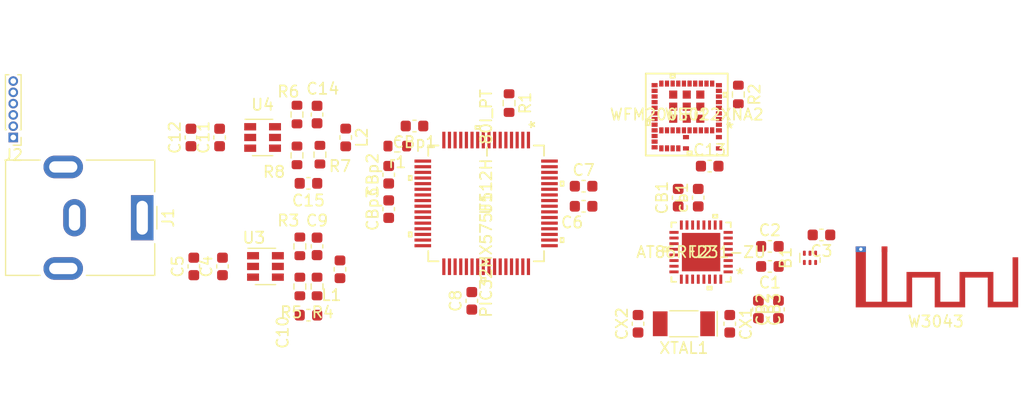
<source format=kicad_pcb>
(kicad_pcb (version 20171130) (host pcbnew "(5.1.9)-1")

  (general
    (thickness 1.6)
    (drawings 0)
    (tracks 0)
    (zones 0)
    (modules 45)
    (nets 98)
  )

  (page A4)
  (layers
    (0 F.Cu signal)
    (31 B.Cu signal)
    (32 B.Adhes user)
    (33 F.Adhes user)
    (34 B.Paste user)
    (35 F.Paste user)
    (36 B.SilkS user)
    (37 F.SilkS user)
    (38 B.Mask user)
    (39 F.Mask user)
    (40 Dwgs.User user hide)
    (41 Cmts.User user)
    (42 Eco1.User user)
    (43 Eco2.User user)
    (44 Edge.Cuts user)
    (45 Margin user)
    (46 B.CrtYd user)
    (47 F.CrtYd user)
    (48 B.Fab user)
    (49 F.Fab user hide)
  )

  (setup
    (last_trace_width 0.2)
    (user_trace_width 0.2)
    (trace_clearance 0.2)
    (zone_clearance 0.508)
    (zone_45_only no)
    (trace_min 0.2)
    (via_size 0.8)
    (via_drill 0.4)
    (via_min_size 0.4)
    (via_min_drill 0.3)
    (uvia_size 0.3)
    (uvia_drill 0.1)
    (uvias_allowed no)
    (uvia_min_size 0.2)
    (uvia_min_drill 0.1)
    (edge_width 0.1)
    (segment_width 0.2)
    (pcb_text_width 0.3)
    (pcb_text_size 1.5 1.5)
    (mod_edge_width 0.15)
    (mod_text_size 1 1)
    (mod_text_width 0.15)
    (pad_size 1.524 1.524)
    (pad_drill 0.762)
    (pad_to_mask_clearance 0)
    (aux_axis_origin 0 0)
    (visible_elements 7FFFFFFF)
    (pcbplotparams
      (layerselection 0x010fc_ffffffff)
      (usegerberextensions false)
      (usegerberattributes true)
      (usegerberadvancedattributes true)
      (creategerberjobfile true)
      (excludeedgelayer true)
      (linewidth 0.100000)
      (plotframeref false)
      (viasonmask false)
      (mode 1)
      (useauxorigin false)
      (hpglpennumber 1)
      (hpglpenspeed 20)
      (hpglpendiameter 15.000000)
      (psnegative false)
      (psa4output false)
      (plotreference true)
      (plotvalue true)
      (plotinvisibletext false)
      (padsonsilk false)
      (subtractmaskfromsilk false)
      (outputformat 1)
      (mirror false)
      (drillshape 1)
      (scaleselection 1)
      (outputdirectory ""))
  )

  (net 0 "")
  (net 1 "Net-(B1-Pad1)")
  (net 2 "Net-(B1-Pad2)")
  (net 3 "Net-(B1-Pad3)")
  (net 4 "Net-(B1-Pad4)")
  (net 5 GND)
  (net 6 "Net-(C1-Pad2)")
  (net 7 "Net-(C2-Pad1)")
  (net 8 VCC)
  (net 9 "Net-(C6-Pad2)")
  (net 10 +3V3)
  (net 11 "Net-(C9-Pad2)")
  (net 12 "Net-(C9-Pad1)")
  (net 13 "Net-(C13-Pad2)")
  (net 14 "Net-(C14-Pad2)")
  (net 15 "Net-(C14-Pad1)")
  (net 16 +1V8)
  (net 17 "Net-(U2-Pad13)")
  (net 18 "Net-(CB2-Pad2)")
  (net 19 "Net-(CX1-Pad1)")
  (net 20 "Net-(CX2-Pad2)")
  (net 21 MCLR)
  (net 22 PGD)
  (net 23 PGC)
  (net 24 "Net-(J2-Pad6)")
  (net 25 "Net-(R2-Pad1)")
  (net 26 "Net-(R3-Pad1)")
  (net 27 "Net-(R4-Pad2)")
  (net 28 "Net-(R6-Pad1)")
  (net 29 "Net-(R7-Pad2)")
  (net 30 RESET_ZGB)
  (net 31 SLP_TR)
  (net 32 IRQ_ZGB)
  (net 33 "Net-(U1-Pad4)")
  (net 34 "Net-(U1-Pad5)")
  (net 35 "Net-(U1-Pad6)")
  (net 36 "Net-(U1-Pad8)")
  (net 37 "Net-(U1-Pad11)")
  (net 38 "Net-(U1-Pad12)")
  (net 39 "Net-(U1-Pad13)")
  (net 40 "Net-(U1-Pad14)")
  (net 41 "Net-(U1-Pad17)")
  (net 42 "Net-(U1-Pad18)")
  (net 43 "Net-(U1-Pad21)")
  (net 44 "Net-(U1-Pad22)")
  (net 45 "Net-(U1-Pad23)")
  (net 46 "Net-(U1-Pad24)")
  (net 47 "Net-(U1-Pad27)")
  (net 48 "Net-(U1-Pad28)")
  (net 49 "Net-(U1-Pad29)")
  (net 50 "Net-(U1-Pad30)")
  (net 51 "Net-(U1-Pad31)")
  (net 52 "Net-(U1-Pad32)")
  (net 53 "Net-(U1-Pad33)")
  (net 54 "Net-(U1-Pad34)")
  (net 55 "Net-(U1-Pad35)")
  (net 56 "Net-(U1-Pad36)")
  (net 57 "Net-(U1-Pad37)")
  (net 58 "Net-(U1-Pad39)")
  (net 59 "Net-(U1-Pad40)")
  (net 60 SPI_CS2)
  (net 61 SPI_CS1)
  (net 62 "Net-(U1-Pad44)")
  (net 63 "Net-(U1-Pad45)")
  (net 64 "Net-(U1-Pad46)")
  (net 65 "Net-(U1-Pad47)")
  (net 66 LP_CLK)
  (net 67 SPI_CLK)
  (net 68 SPI_MISO)
  (net 69 SPI_MOSI)
  (net 70 SPI_IRQ)
  (net 71 "Net-(U1-Pad53)")
  (net 72 "Net-(U1-Pad54)")
  (net 73 "Net-(U1-Pad55)")
  (net 74 "Net-(U1-Pad58)")
  (net 75 "Net-(U1-Pad59)")
  (net 76 "Net-(U1-Pad60)")
  (net 77 "Net-(U1-Pad61)")
  (net 78 RESET_WF)
  (net 79 WUP)
  (net 80 IRQ_WF)
  (net 81 "Net-(U2-Pad17)")
  (net 82 "Net-(U3-Pad5)")
  (net 83 "Net-(U4-Pad5)")
  (net 84 "Net-(WiFi1-Pad2)")
  (net 85 "Net-(WiFi1-Pad14)")
  (net 86 "Net-(WiFi1-Pad15)")
  (net 87 "Net-(WiFi1-Pad16)")
  (net 88 "Net-(WiFi1-Pad17)")
  (net 89 "Net-(WiFi1-Pad29)")
  (net 90 "Net-(WiFi1-Pad30)")
  (net 91 "Net-(WiFi1-Pad31)")
  (net 92 "Net-(WiFi1-Pad37)")
  (net 93 "Net-(WiFi1-Pad38)")
  (net 94 "Net-(WiFi1-Pad40)")
  (net 95 "Net-(WiFi1-Pad34)")
  (net 96 "Net-(WiFi1-Pad33)")
  (net 97 "Net-(WiFi1-Pad32)")

  (net_class Default "This is the default net class."
    (clearance 0.2)
    (trace_width 0.25)
    (via_dia 0.8)
    (via_drill 0.4)
    (uvia_dia 0.3)
    (uvia_drill 0.1)
    (add_net +1V8)
    (add_net +3V3)
    (add_net GND)
    (add_net IRQ_WF)
    (add_net IRQ_ZGB)
    (add_net LP_CLK)
    (add_net MCLR)
    (add_net "Net-(B1-Pad1)")
    (add_net "Net-(B1-Pad2)")
    (add_net "Net-(B1-Pad3)")
    (add_net "Net-(B1-Pad4)")
    (add_net "Net-(C1-Pad2)")
    (add_net "Net-(C13-Pad2)")
    (add_net "Net-(C14-Pad1)")
    (add_net "Net-(C14-Pad2)")
    (add_net "Net-(C2-Pad1)")
    (add_net "Net-(C6-Pad2)")
    (add_net "Net-(C9-Pad1)")
    (add_net "Net-(C9-Pad2)")
    (add_net "Net-(CB2-Pad2)")
    (add_net "Net-(CX1-Pad1)")
    (add_net "Net-(CX2-Pad2)")
    (add_net "Net-(J2-Pad6)")
    (add_net "Net-(R2-Pad1)")
    (add_net "Net-(R3-Pad1)")
    (add_net "Net-(R4-Pad2)")
    (add_net "Net-(R6-Pad1)")
    (add_net "Net-(R7-Pad2)")
    (add_net "Net-(U1-Pad11)")
    (add_net "Net-(U1-Pad12)")
    (add_net "Net-(U1-Pad13)")
    (add_net "Net-(U1-Pad14)")
    (add_net "Net-(U1-Pad17)")
    (add_net "Net-(U1-Pad18)")
    (add_net "Net-(U1-Pad21)")
    (add_net "Net-(U1-Pad22)")
    (add_net "Net-(U1-Pad23)")
    (add_net "Net-(U1-Pad24)")
    (add_net "Net-(U1-Pad27)")
    (add_net "Net-(U1-Pad28)")
    (add_net "Net-(U1-Pad29)")
    (add_net "Net-(U1-Pad30)")
    (add_net "Net-(U1-Pad31)")
    (add_net "Net-(U1-Pad32)")
    (add_net "Net-(U1-Pad33)")
    (add_net "Net-(U1-Pad34)")
    (add_net "Net-(U1-Pad35)")
    (add_net "Net-(U1-Pad36)")
    (add_net "Net-(U1-Pad37)")
    (add_net "Net-(U1-Pad39)")
    (add_net "Net-(U1-Pad4)")
    (add_net "Net-(U1-Pad40)")
    (add_net "Net-(U1-Pad44)")
    (add_net "Net-(U1-Pad45)")
    (add_net "Net-(U1-Pad46)")
    (add_net "Net-(U1-Pad47)")
    (add_net "Net-(U1-Pad5)")
    (add_net "Net-(U1-Pad53)")
    (add_net "Net-(U1-Pad54)")
    (add_net "Net-(U1-Pad55)")
    (add_net "Net-(U1-Pad58)")
    (add_net "Net-(U1-Pad59)")
    (add_net "Net-(U1-Pad6)")
    (add_net "Net-(U1-Pad60)")
    (add_net "Net-(U1-Pad61)")
    (add_net "Net-(U1-Pad8)")
    (add_net "Net-(U2-Pad13)")
    (add_net "Net-(U2-Pad17)")
    (add_net "Net-(U3-Pad5)")
    (add_net "Net-(U4-Pad5)")
    (add_net "Net-(WiFi1-Pad14)")
    (add_net "Net-(WiFi1-Pad15)")
    (add_net "Net-(WiFi1-Pad16)")
    (add_net "Net-(WiFi1-Pad17)")
    (add_net "Net-(WiFi1-Pad2)")
    (add_net "Net-(WiFi1-Pad29)")
    (add_net "Net-(WiFi1-Pad30)")
    (add_net "Net-(WiFi1-Pad31)")
    (add_net "Net-(WiFi1-Pad32)")
    (add_net "Net-(WiFi1-Pad33)")
    (add_net "Net-(WiFi1-Pad34)")
    (add_net "Net-(WiFi1-Pad37)")
    (add_net "Net-(WiFi1-Pad38)")
    (add_net "Net-(WiFi1-Pad40)")
    (add_net PGC)
    (add_net PGD)
    (add_net RESET_WF)
    (add_net RESET_ZGB)
    (add_net SLP_TR)
    (add_net SPI_CLK)
    (add_net SPI_CS1)
    (add_net SPI_CS2)
    (add_net SPI_IRQ)
    (add_net SPI_MISO)
    (add_net SPI_MOSI)
    (add_net VCC)
    (add_net WUP)
  )

  (module MCU_HUB:PIC32MX575F512H-80I&slash_PT (layer F.Cu) (tedit 0) (tstamp 60857AE8)
    (at 91.44 58.42 270)
    (path /6089B15F)
    (fp_text reference U1 (at 0 0 90) (layer F.SilkS)
      (effects (font (size 1 1) (thickness 0.15)))
    )
    (fp_text value PIC32MX575F512H-80I_PT (at 0 0 90) (layer F.SilkS)
      (effects (font (size 1 1) (thickness 0.15)))
    )
    (fp_line (start -4.1437 5.2578) (end -5.2578 5.2578) (layer F.CrtYd) (width 0.1524))
    (fp_line (start -4.1437 6.604) (end -4.1437 5.2578) (layer F.CrtYd) (width 0.1524))
    (fp_line (start 4.1437 6.604) (end -4.1437 6.604) (layer F.CrtYd) (width 0.1524))
    (fp_line (start 4.1437 5.2578) (end 4.1437 6.604) (layer F.CrtYd) (width 0.1524))
    (fp_line (start 5.2578 5.2578) (end 4.1437 5.2578) (layer F.CrtYd) (width 0.1524))
    (fp_line (start 5.2578 4.1437) (end 5.2578 5.2578) (layer F.CrtYd) (width 0.1524))
    (fp_line (start 6.604 4.1437) (end 5.2578 4.1437) (layer F.CrtYd) (width 0.1524))
    (fp_line (start 6.604 -4.1437) (end 6.604 4.1437) (layer F.CrtYd) (width 0.1524))
    (fp_line (start 5.2578 -4.1437) (end 6.604 -4.1437) (layer F.CrtYd) (width 0.1524))
    (fp_line (start 5.2578 -5.2578) (end 5.2578 -4.1437) (layer F.CrtYd) (width 0.1524))
    (fp_line (start 4.1437 -5.2578) (end 5.2578 -5.2578) (layer F.CrtYd) (width 0.1524))
    (fp_line (start 4.1437 -6.604) (end 4.1437 -5.2578) (layer F.CrtYd) (width 0.1524))
    (fp_line (start -4.1437 -6.604) (end 4.1437 -6.604) (layer F.CrtYd) (width 0.1524))
    (fp_line (start -4.1437 -5.2578) (end -4.1437 -6.604) (layer F.CrtYd) (width 0.1524))
    (fp_line (start -5.2578 -5.2578) (end -4.1437 -5.2578) (layer F.CrtYd) (width 0.1524))
    (fp_line (start -5.2578 -4.1437) (end -5.2578 -5.2578) (layer F.CrtYd) (width 0.1524))
    (fp_line (start -6.604 -4.1437) (end -5.2578 -4.1437) (layer F.CrtYd) (width 0.1524))
    (fp_line (start -6.604 4.1437) (end -6.604 -4.1437) (layer F.CrtYd) (width 0.1524))
    (fp_line (start -5.2578 4.1437) (end -6.604 4.1437) (layer F.CrtYd) (width 0.1524))
    (fp_line (start -5.2578 5.2578) (end -5.2578 4.1437) (layer F.CrtYd) (width 0.1524))
    (fp_line (start -1.559499 -6.604) (end -1.940499 -6.604) (layer F.SilkS) (width 0.1524))
    (fp_line (start -1.559499 -6.858) (end -1.559499 -6.604) (layer F.SilkS) (width 0.1524))
    (fp_line (start -1.940499 -6.858) (end -1.559499 -6.858) (layer F.SilkS) (width 0.1524))
    (fp_line (start -1.940499 -6.604) (end -1.940499 -6.858) (layer F.SilkS) (width 0.1524))
    (fp_line (start 3.440501 -6.604) (end 3.059501 -6.604) (layer F.SilkS) (width 0.1524))
    (fp_line (start 3.440501 -6.858) (end 3.440501 -6.604) (layer F.SilkS) (width 0.1524))
    (fp_line (start 3.059501 -6.858) (end 3.440501 -6.858) (layer F.SilkS) (width 0.1524))
    (fp_line (start 3.059501 -6.604) (end 3.059501 -6.858) (layer F.SilkS) (width 0.1524))
    (fp_line (start 6.604 0.059499) (end 6.858 0.059499) (layer F.SilkS) (width 0.1524))
    (fp_line (start 6.604 0.4405) (end 6.604 0.059499) (layer F.SilkS) (width 0.1524))
    (fp_line (start 6.858 0.4405) (end 6.604 0.4405) (layer F.SilkS) (width 0.1524))
    (fp_line (start 6.858 0.059499) (end 6.858 0.4405) (layer F.SilkS) (width 0.1524))
    (fp_line (start 2.9405 6.604) (end 2.5595 6.604) (layer F.SilkS) (width 0.1524))
    (fp_line (start 2.9405 6.858) (end 2.9405 6.604) (layer F.SilkS) (width 0.1524))
    (fp_line (start 2.5595 6.858) (end 2.9405 6.858) (layer F.SilkS) (width 0.1524))
    (fp_line (start 2.5595 6.604) (end 2.5595 6.858) (layer F.SilkS) (width 0.1524))
    (fp_line (start -2.059501 6.604) (end -2.440501 6.604) (layer F.SilkS) (width 0.1524))
    (fp_line (start -2.059501 6.858) (end -2.059501 6.604) (layer F.SilkS) (width 0.1524))
    (fp_line (start -2.440501 6.858) (end -2.059501 6.858) (layer F.SilkS) (width 0.1524))
    (fp_line (start -2.440501 6.604) (end -2.440501 6.858) (layer F.SilkS) (width 0.1524))
    (fp_line (start -6.604 0.559501) (end -6.858 0.559501) (layer F.SilkS) (width 0.1524))
    (fp_line (start -6.604 0.940501) (end -6.604 0.559501) (layer F.SilkS) (width 0.1524))
    (fp_line (start -6.858 0.940501) (end -6.604 0.940501) (layer F.SilkS) (width 0.1524))
    (fp_line (start -6.858 0.559501) (end -6.858 0.940501) (layer F.SilkS) (width 0.1524))
    (fp_line (start -4.22244 -5.1308) (end -5.1308 -5.1308) (layer F.SilkS) (width 0.1524))
    (fp_line (start 5.1308 -4.22244) (end 5.1308 -5.1308) (layer F.SilkS) (width 0.1524))
    (fp_line (start 4.22244 5.1308) (end 5.1308 5.1308) (layer F.SilkS) (width 0.1524))
    (fp_line (start -5.0038 5.0038) (end -5.0038 5.0038) (layer F.Fab) (width 0.1524))
    (fp_line (start -5.0038 -5.0038) (end -5.0038 5.0038) (layer F.Fab) (width 0.1524))
    (fp_line (start -5.0038 -5.0038) (end -5.0038 -5.0038) (layer F.Fab) (width 0.1524))
    (fp_line (start 5.0038 -5.0038) (end -5.0038 -5.0038) (layer F.Fab) (width 0.1524))
    (fp_line (start 5.0038 -5.0038) (end 5.0038 -5.0038) (layer F.Fab) (width 0.1524))
    (fp_line (start 5.0038 5.0038) (end 5.0038 -5.0038) (layer F.Fab) (width 0.1524))
    (fp_line (start 5.0038 5.0038) (end 5.0038 5.0038) (layer F.Fab) (width 0.1524))
    (fp_line (start -5.0038 5.0038) (end 5.0038 5.0038) (layer F.Fab) (width 0.1524))
    (fp_line (start -5.1308 4.22244) (end -5.1308 5.1308) (layer F.SilkS) (width 0.1524))
    (fp_line (start -5.1308 -5.1308) (end -5.1308 -4.22244) (layer F.SilkS) (width 0.1524))
    (fp_line (start 5.1308 -5.1308) (end 4.22244 -5.1308) (layer F.SilkS) (width 0.1524))
    (fp_line (start 5.1308 5.1308) (end 5.1308 4.22244) (layer F.SilkS) (width 0.1524))
    (fp_line (start -5.1308 5.1308) (end -4.22244 5.1308) (layer F.SilkS) (width 0.1524))
    (fp_line (start -5.0038 -3.7338) (end -3.7338 -5.0038) (layer F.Fab) (width 0.1524))
    (fp_line (start 5.9944 -3.8897) (end 5.0038 -3.8897) (layer F.Fab) (width 0.1524))
    (fp_line (start 5.9944 -3.6103) (end 5.9944 -3.8897) (layer F.Fab) (width 0.1524))
    (fp_line (start 5.0038 -3.6103) (end 5.9944 -3.6103) (layer F.Fab) (width 0.1524))
    (fp_line (start 5.0038 -3.8897) (end 5.0038 -3.6103) (layer F.Fab) (width 0.1524))
    (fp_line (start 5.9944 -3.3897) (end 5.0038 -3.3897) (layer F.Fab) (width 0.1524))
    (fp_line (start 5.9944 -3.1103) (end 5.9944 -3.3897) (layer F.Fab) (width 0.1524))
    (fp_line (start 5.0038 -3.1103) (end 5.9944 -3.1103) (layer F.Fab) (width 0.1524))
    (fp_line (start 5.0038 -3.3897) (end 5.0038 -3.1103) (layer F.Fab) (width 0.1524))
    (fp_line (start 5.9944 -2.8897) (end 5.0038 -2.8897) (layer F.Fab) (width 0.1524))
    (fp_line (start 5.9944 -2.6103) (end 5.9944 -2.8897) (layer F.Fab) (width 0.1524))
    (fp_line (start 5.0038 -2.6103) (end 5.9944 -2.6103) (layer F.Fab) (width 0.1524))
    (fp_line (start 5.0038 -2.8897) (end 5.0038 -2.6103) (layer F.Fab) (width 0.1524))
    (fp_line (start 5.9944 -2.3897) (end 5.0038 -2.3897) (layer F.Fab) (width 0.1524))
    (fp_line (start 5.9944 -2.1103) (end 5.9944 -2.3897) (layer F.Fab) (width 0.1524))
    (fp_line (start 5.0038 -2.1103) (end 5.9944 -2.1103) (layer F.Fab) (width 0.1524))
    (fp_line (start 5.0038 -2.3897) (end 5.0038 -2.1103) (layer F.Fab) (width 0.1524))
    (fp_line (start 5.9944 -1.8897) (end 5.0038 -1.8897) (layer F.Fab) (width 0.1524))
    (fp_line (start 5.9944 -1.6103) (end 5.9944 -1.8897) (layer F.Fab) (width 0.1524))
    (fp_line (start 5.0038 -1.6103) (end 5.9944 -1.6103) (layer F.Fab) (width 0.1524))
    (fp_line (start 5.0038 -1.8897) (end 5.0038 -1.6103) (layer F.Fab) (width 0.1524))
    (fp_line (start 5.9944 -1.3897) (end 5.0038 -1.3897) (layer F.Fab) (width 0.1524))
    (fp_line (start 5.9944 -1.1103) (end 5.9944 -1.3897) (layer F.Fab) (width 0.1524))
    (fp_line (start 5.0038 -1.1103) (end 5.9944 -1.1103) (layer F.Fab) (width 0.1524))
    (fp_line (start 5.0038 -1.3897) (end 5.0038 -1.1103) (layer F.Fab) (width 0.1524))
    (fp_line (start 5.9944 -0.8897) (end 5.0038 -0.8897) (layer F.Fab) (width 0.1524))
    (fp_line (start 5.9944 -0.6103) (end 5.9944 -0.8897) (layer F.Fab) (width 0.1524))
    (fp_line (start 5.0038 -0.6103) (end 5.9944 -0.6103) (layer F.Fab) (width 0.1524))
    (fp_line (start 5.0038 -0.8897) (end 5.0038 -0.6103) (layer F.Fab) (width 0.1524))
    (fp_line (start 5.9944 -0.3897) (end 5.0038 -0.3897) (layer F.Fab) (width 0.1524))
    (fp_line (start 5.9944 -0.1103) (end 5.9944 -0.3897) (layer F.Fab) (width 0.1524))
    (fp_line (start 5.0038 -0.1103) (end 5.9944 -0.1103) (layer F.Fab) (width 0.1524))
    (fp_line (start 5.0038 -0.3897) (end 5.0038 -0.1103) (layer F.Fab) (width 0.1524))
    (fp_line (start 5.9944 0.1103) (end 5.0038 0.1103) (layer F.Fab) (width 0.1524))
    (fp_line (start 5.9944 0.3897) (end 5.9944 0.1103) (layer F.Fab) (width 0.1524))
    (fp_line (start 5.0038 0.3897) (end 5.9944 0.3897) (layer F.Fab) (width 0.1524))
    (fp_line (start 5.0038 0.1103) (end 5.0038 0.3897) (layer F.Fab) (width 0.1524))
    (fp_line (start 5.9944 0.6103) (end 5.0038 0.6103) (layer F.Fab) (width 0.1524))
    (fp_line (start 5.9944 0.8897) (end 5.9944 0.6103) (layer F.Fab) (width 0.1524))
    (fp_line (start 5.0038 0.8897) (end 5.9944 0.8897) (layer F.Fab) (width 0.1524))
    (fp_line (start 5.0038 0.6103) (end 5.0038 0.8897) (layer F.Fab) (width 0.1524))
    (fp_line (start 5.9944 1.1103) (end 5.0038 1.1103) (layer F.Fab) (width 0.1524))
    (fp_line (start 5.9944 1.3897) (end 5.9944 1.1103) (layer F.Fab) (width 0.1524))
    (fp_line (start 5.0038 1.3897) (end 5.9944 1.3897) (layer F.Fab) (width 0.1524))
    (fp_line (start 5.0038 1.1103) (end 5.0038 1.3897) (layer F.Fab) (width 0.1524))
    (fp_line (start 5.9944 1.6103) (end 5.0038 1.6103) (layer F.Fab) (width 0.1524))
    (fp_line (start 5.9944 1.8897) (end 5.9944 1.6103) (layer F.Fab) (width 0.1524))
    (fp_line (start 5.0038 1.8897) (end 5.9944 1.8897) (layer F.Fab) (width 0.1524))
    (fp_line (start 5.0038 1.6103) (end 5.0038 1.8897) (layer F.Fab) (width 0.1524))
    (fp_line (start 5.9944 2.1103) (end 5.0038 2.1103) (layer F.Fab) (width 0.1524))
    (fp_line (start 5.9944 2.3897) (end 5.9944 2.1103) (layer F.Fab) (width 0.1524))
    (fp_line (start 5.0038 2.3897) (end 5.9944 2.3897) (layer F.Fab) (width 0.1524))
    (fp_line (start 5.0038 2.1103) (end 5.0038 2.3897) (layer F.Fab) (width 0.1524))
    (fp_line (start 5.9944 2.6103) (end 5.0038 2.6103) (layer F.Fab) (width 0.1524))
    (fp_line (start 5.9944 2.8897) (end 5.9944 2.6103) (layer F.Fab) (width 0.1524))
    (fp_line (start 5.0038 2.8897) (end 5.9944 2.8897) (layer F.Fab) (width 0.1524))
    (fp_line (start 5.0038 2.6103) (end 5.0038 2.8897) (layer F.Fab) (width 0.1524))
    (fp_line (start 5.9944 3.1103) (end 5.0038 3.1103) (layer F.Fab) (width 0.1524))
    (fp_line (start 5.9944 3.3897) (end 5.9944 3.1103) (layer F.Fab) (width 0.1524))
    (fp_line (start 5.0038 3.3897) (end 5.9944 3.3897) (layer F.Fab) (width 0.1524))
    (fp_line (start 5.0038 3.1103) (end 5.0038 3.3897) (layer F.Fab) (width 0.1524))
    (fp_line (start 5.9944 3.6103) (end 5.0038 3.6103) (layer F.Fab) (width 0.1524))
    (fp_line (start 5.9944 3.8897) (end 5.9944 3.6103) (layer F.Fab) (width 0.1524))
    (fp_line (start 5.0038 3.8897) (end 5.9944 3.8897) (layer F.Fab) (width 0.1524))
    (fp_line (start 5.0038 3.6103) (end 5.0038 3.8897) (layer F.Fab) (width 0.1524))
    (fp_line (start 3.8897 5.9944) (end 3.8897 5.0038) (layer F.Fab) (width 0.1524))
    (fp_line (start 3.6103 5.9944) (end 3.8897 5.9944) (layer F.Fab) (width 0.1524))
    (fp_line (start 3.6103 5.0038) (end 3.6103 5.9944) (layer F.Fab) (width 0.1524))
    (fp_line (start 3.8897 5.0038) (end 3.6103 5.0038) (layer F.Fab) (width 0.1524))
    (fp_line (start 3.3897 5.9944) (end 3.3897 5.0038) (layer F.Fab) (width 0.1524))
    (fp_line (start 3.1103 5.9944) (end 3.3897 5.9944) (layer F.Fab) (width 0.1524))
    (fp_line (start 3.1103 5.0038) (end 3.1103 5.9944) (layer F.Fab) (width 0.1524))
    (fp_line (start 3.3897 5.0038) (end 3.1103 5.0038) (layer F.Fab) (width 0.1524))
    (fp_line (start 2.8897 5.9944) (end 2.8897 5.0038) (layer F.Fab) (width 0.1524))
    (fp_line (start 2.6103 5.9944) (end 2.8897 5.9944) (layer F.Fab) (width 0.1524))
    (fp_line (start 2.6103 5.0038) (end 2.6103 5.9944) (layer F.Fab) (width 0.1524))
    (fp_line (start 2.8897 5.0038) (end 2.6103 5.0038) (layer F.Fab) (width 0.1524))
    (fp_line (start 2.3897 5.9944) (end 2.3897 5.0038) (layer F.Fab) (width 0.1524))
    (fp_line (start 2.1103 5.9944) (end 2.3897 5.9944) (layer F.Fab) (width 0.1524))
    (fp_line (start 2.1103 5.0038) (end 2.1103 5.9944) (layer F.Fab) (width 0.1524))
    (fp_line (start 2.3897 5.0038) (end 2.1103 5.0038) (layer F.Fab) (width 0.1524))
    (fp_line (start 1.8897 5.9944) (end 1.8897 5.0038) (layer F.Fab) (width 0.1524))
    (fp_line (start 1.6103 5.9944) (end 1.8897 5.9944) (layer F.Fab) (width 0.1524))
    (fp_line (start 1.6103 5.0038) (end 1.6103 5.9944) (layer F.Fab) (width 0.1524))
    (fp_line (start 1.8897 5.0038) (end 1.6103 5.0038) (layer F.Fab) (width 0.1524))
    (fp_line (start 1.3897 5.9944) (end 1.3897 5.0038) (layer F.Fab) (width 0.1524))
    (fp_line (start 1.1103 5.9944) (end 1.3897 5.9944) (layer F.Fab) (width 0.1524))
    (fp_line (start 1.1103 5.0038) (end 1.1103 5.9944) (layer F.Fab) (width 0.1524))
    (fp_line (start 1.3897 5.0038) (end 1.1103 5.0038) (layer F.Fab) (width 0.1524))
    (fp_line (start 0.8897 5.9944) (end 0.8897 5.0038) (layer F.Fab) (width 0.1524))
    (fp_line (start 0.6103 5.9944) (end 0.8897 5.9944) (layer F.Fab) (width 0.1524))
    (fp_line (start 0.6103 5.0038) (end 0.6103 5.9944) (layer F.Fab) (width 0.1524))
    (fp_line (start 0.8897 5.0038) (end 0.6103 5.0038) (layer F.Fab) (width 0.1524))
    (fp_line (start 0.3897 5.9944) (end 0.3897 5.0038) (layer F.Fab) (width 0.1524))
    (fp_line (start 0.1103 5.9944) (end 0.3897 5.9944) (layer F.Fab) (width 0.1524))
    (fp_line (start 0.1103 5.0038) (end 0.1103 5.9944) (layer F.Fab) (width 0.1524))
    (fp_line (start 0.3897 5.0038) (end 0.1103 5.0038) (layer F.Fab) (width 0.1524))
    (fp_line (start -0.1103 5.9944) (end -0.1103 5.0038) (layer F.Fab) (width 0.1524))
    (fp_line (start -0.3897 5.9944) (end -0.1103 5.9944) (layer F.Fab) (width 0.1524))
    (fp_line (start -0.3897 5.0038) (end -0.3897 5.9944) (layer F.Fab) (width 0.1524))
    (fp_line (start -0.1103 5.0038) (end -0.3897 5.0038) (layer F.Fab) (width 0.1524))
    (fp_line (start -0.6103 5.9944) (end -0.6103 5.0038) (layer F.Fab) (width 0.1524))
    (fp_line (start -0.8897 5.9944) (end -0.6103 5.9944) (layer F.Fab) (width 0.1524))
    (fp_line (start -0.8897 5.0038) (end -0.8897 5.9944) (layer F.Fab) (width 0.1524))
    (fp_line (start -0.6103 5.0038) (end -0.8897 5.0038) (layer F.Fab) (width 0.1524))
    (fp_line (start -1.1103 5.9944) (end -1.1103 5.0038) (layer F.Fab) (width 0.1524))
    (fp_line (start -1.3897 5.9944) (end -1.1103 5.9944) (layer F.Fab) (width 0.1524))
    (fp_line (start -1.3897 5.0038) (end -1.3897 5.9944) (layer F.Fab) (width 0.1524))
    (fp_line (start -1.1103 5.0038) (end -1.3897 5.0038) (layer F.Fab) (width 0.1524))
    (fp_line (start -1.6103 5.9944) (end -1.6103 5.0038) (layer F.Fab) (width 0.1524))
    (fp_line (start -1.8897 5.9944) (end -1.6103 5.9944) (layer F.Fab) (width 0.1524))
    (fp_line (start -1.8897 5.0038) (end -1.8897 5.9944) (layer F.Fab) (width 0.1524))
    (fp_line (start -1.6103 5.0038) (end -1.8897 5.0038) (layer F.Fab) (width 0.1524))
    (fp_line (start -2.1103 5.9944) (end -2.1103 5.0038) (layer F.Fab) (width 0.1524))
    (fp_line (start -2.3897 5.9944) (end -2.1103 5.9944) (layer F.Fab) (width 0.1524))
    (fp_line (start -2.3897 5.0038) (end -2.3897 5.9944) (layer F.Fab) (width 0.1524))
    (fp_line (start -2.1103 5.0038) (end -2.3897 5.0038) (layer F.Fab) (width 0.1524))
    (fp_line (start -2.6103 5.9944) (end -2.6103 5.0038) (layer F.Fab) (width 0.1524))
    (fp_line (start -2.8897 5.9944) (end -2.6103 5.9944) (layer F.Fab) (width 0.1524))
    (fp_line (start -2.8897 5.0038) (end -2.8897 5.9944) (layer F.Fab) (width 0.1524))
    (fp_line (start -2.6103 5.0038) (end -2.8897 5.0038) (layer F.Fab) (width 0.1524))
    (fp_line (start -3.1103 5.9944) (end -3.1103 5.0038) (layer F.Fab) (width 0.1524))
    (fp_line (start -3.3897 5.9944) (end -3.1103 5.9944) (layer F.Fab) (width 0.1524))
    (fp_line (start -3.3897 5.0038) (end -3.3897 5.9944) (layer F.Fab) (width 0.1524))
    (fp_line (start -3.1103 5.0038) (end -3.3897 5.0038) (layer F.Fab) (width 0.1524))
    (fp_line (start -3.6103 5.9944) (end -3.6103 5.0038) (layer F.Fab) (width 0.1524))
    (fp_line (start -3.8897 5.9944) (end -3.6103 5.9944) (layer F.Fab) (width 0.1524))
    (fp_line (start -3.8897 5.0038) (end -3.8897 5.9944) (layer F.Fab) (width 0.1524))
    (fp_line (start -3.6103 5.0038) (end -3.8897 5.0038) (layer F.Fab) (width 0.1524))
    (fp_line (start -5.9944 3.8897) (end -5.0038 3.8897) (layer F.Fab) (width 0.1524))
    (fp_line (start -5.9944 3.6103) (end -5.9944 3.8897) (layer F.Fab) (width 0.1524))
    (fp_line (start -5.0038 3.6103) (end -5.9944 3.6103) (layer F.Fab) (width 0.1524))
    (fp_line (start -5.0038 3.8897) (end -5.0038 3.6103) (layer F.Fab) (width 0.1524))
    (fp_line (start -5.9944 3.3897) (end -5.0038 3.3897) (layer F.Fab) (width 0.1524))
    (fp_line (start -5.9944 3.1103) (end -5.9944 3.3897) (layer F.Fab) (width 0.1524))
    (fp_line (start -5.0038 3.1103) (end -5.9944 3.1103) (layer F.Fab) (width 0.1524))
    (fp_line (start -5.0038 3.3897) (end -5.0038 3.1103) (layer F.Fab) (width 0.1524))
    (fp_line (start -5.9944 2.8897) (end -5.0038 2.8897) (layer F.Fab) (width 0.1524))
    (fp_line (start -5.9944 2.6103) (end -5.9944 2.8897) (layer F.Fab) (width 0.1524))
    (fp_line (start -5.0038 2.6103) (end -5.9944 2.6103) (layer F.Fab) (width 0.1524))
    (fp_line (start -5.0038 2.8897) (end -5.0038 2.6103) (layer F.Fab) (width 0.1524))
    (fp_line (start -5.9944 2.3897) (end -5.0038 2.3897) (layer F.Fab) (width 0.1524))
    (fp_line (start -5.9944 2.1103) (end -5.9944 2.3897) (layer F.Fab) (width 0.1524))
    (fp_line (start -5.0038 2.1103) (end -5.9944 2.1103) (layer F.Fab) (width 0.1524))
    (fp_line (start -5.0038 2.3897) (end -5.0038 2.1103) (layer F.Fab) (width 0.1524))
    (fp_line (start -5.9944 1.8897) (end -5.0038 1.8897) (layer F.Fab) (width 0.1524))
    (fp_line (start -5.9944 1.6103) (end -5.9944 1.8897) (layer F.Fab) (width 0.1524))
    (fp_line (start -5.0038 1.6103) (end -5.9944 1.6103) (layer F.Fab) (width 0.1524))
    (fp_line (start -5.0038 1.8897) (end -5.0038 1.6103) (layer F.Fab) (width 0.1524))
    (fp_line (start -5.9944 1.3897) (end -5.0038 1.3897) (layer F.Fab) (width 0.1524))
    (fp_line (start -5.9944 1.1103) (end -5.9944 1.3897) (layer F.Fab) (width 0.1524))
    (fp_line (start -5.0038 1.1103) (end -5.9944 1.1103) (layer F.Fab) (width 0.1524))
    (fp_line (start -5.0038 1.3897) (end -5.0038 1.1103) (layer F.Fab) (width 0.1524))
    (fp_line (start -5.9944 0.8897) (end -5.0038 0.8897) (layer F.Fab) (width 0.1524))
    (fp_line (start -5.9944 0.6103) (end -5.9944 0.8897) (layer F.Fab) (width 0.1524))
    (fp_line (start -5.0038 0.6103) (end -5.9944 0.6103) (layer F.Fab) (width 0.1524))
    (fp_line (start -5.0038 0.8897) (end -5.0038 0.6103) (layer F.Fab) (width 0.1524))
    (fp_line (start -5.9944 0.3897) (end -5.0038 0.3897) (layer F.Fab) (width 0.1524))
    (fp_line (start -5.9944 0.1103) (end -5.9944 0.3897) (layer F.Fab) (width 0.1524))
    (fp_line (start -5.0038 0.1103) (end -5.9944 0.1103) (layer F.Fab) (width 0.1524))
    (fp_line (start -5.0038 0.3897) (end -5.0038 0.1103) (layer F.Fab) (width 0.1524))
    (fp_line (start -5.9944 -0.1103) (end -5.0038 -0.1103) (layer F.Fab) (width 0.1524))
    (fp_line (start -5.9944 -0.3897) (end -5.9944 -0.1103) (layer F.Fab) (width 0.1524))
    (fp_line (start -5.0038 -0.3897) (end -5.9944 -0.3897) (layer F.Fab) (width 0.1524))
    (fp_line (start -5.0038 -0.1103) (end -5.0038 -0.3897) (layer F.Fab) (width 0.1524))
    (fp_line (start -5.9944 -0.6103) (end -5.0038 -0.6103) (layer F.Fab) (width 0.1524))
    (fp_line (start -5.9944 -0.8897) (end -5.9944 -0.6103) (layer F.Fab) (width 0.1524))
    (fp_line (start -5.0038 -0.8897) (end -5.9944 -0.8897) (layer F.Fab) (width 0.1524))
    (fp_line (start -5.0038 -0.6103) (end -5.0038 -0.8897) (layer F.Fab) (width 0.1524))
    (fp_line (start -5.9944 -1.1103) (end -5.0038 -1.1103) (layer F.Fab) (width 0.1524))
    (fp_line (start -5.9944 -1.3897) (end -5.9944 -1.1103) (layer F.Fab) (width 0.1524))
    (fp_line (start -5.0038 -1.3897) (end -5.9944 -1.3897) (layer F.Fab) (width 0.1524))
    (fp_line (start -5.0038 -1.1103) (end -5.0038 -1.3897) (layer F.Fab) (width 0.1524))
    (fp_line (start -5.9944 -1.6103) (end -5.0038 -1.6103) (layer F.Fab) (width 0.1524))
    (fp_line (start -5.9944 -1.8897) (end -5.9944 -1.6103) (layer F.Fab) (width 0.1524))
    (fp_line (start -5.0038 -1.8897) (end -5.9944 -1.8897) (layer F.Fab) (width 0.1524))
    (fp_line (start -5.0038 -1.6103) (end -5.0038 -1.8897) (layer F.Fab) (width 0.1524))
    (fp_line (start -5.9944 -2.1103) (end -5.0038 -2.1103) (layer F.Fab) (width 0.1524))
    (fp_line (start -5.9944 -2.3897) (end -5.9944 -2.1103) (layer F.Fab) (width 0.1524))
    (fp_line (start -5.0038 -2.3897) (end -5.9944 -2.3897) (layer F.Fab) (width 0.1524))
    (fp_line (start -5.0038 -2.1103) (end -5.0038 -2.3897) (layer F.Fab) (width 0.1524))
    (fp_line (start -5.9944 -2.6103) (end -5.0038 -2.6103) (layer F.Fab) (width 0.1524))
    (fp_line (start -5.9944 -2.8897) (end -5.9944 -2.6103) (layer F.Fab) (width 0.1524))
    (fp_line (start -5.0038 -2.8897) (end -5.9944 -2.8897) (layer F.Fab) (width 0.1524))
    (fp_line (start -5.0038 -2.6103) (end -5.0038 -2.8897) (layer F.Fab) (width 0.1524))
    (fp_line (start -5.9944 -3.1103) (end -5.0038 -3.1103) (layer F.Fab) (width 0.1524))
    (fp_line (start -5.9944 -3.3897) (end -5.9944 -3.1103) (layer F.Fab) (width 0.1524))
    (fp_line (start -5.0038 -3.3897) (end -5.9944 -3.3897) (layer F.Fab) (width 0.1524))
    (fp_line (start -5.0038 -3.1103) (end -5.0038 -3.3897) (layer F.Fab) (width 0.1524))
    (fp_line (start -5.9944 -3.6103) (end -5.0038 -3.6103) (layer F.Fab) (width 0.1524))
    (fp_line (start -5.9944 -3.8897) (end -5.9944 -3.6103) (layer F.Fab) (width 0.1524))
    (fp_line (start -5.0038 -3.8897) (end -5.9944 -3.8897) (layer F.Fab) (width 0.1524))
    (fp_line (start -5.0038 -3.6103) (end -5.0038 -3.8897) (layer F.Fab) (width 0.1524))
    (fp_line (start -3.8897 -5.9944) (end -3.8897 -5.0038) (layer F.Fab) (width 0.1524))
    (fp_line (start -3.6103 -5.9944) (end -3.8897 -5.9944) (layer F.Fab) (width 0.1524))
    (fp_line (start -3.6103 -5.0038) (end -3.6103 -5.9944) (layer F.Fab) (width 0.1524))
    (fp_line (start -3.8897 -5.0038) (end -3.6103 -5.0038) (layer F.Fab) (width 0.1524))
    (fp_line (start -3.3897 -5.9944) (end -3.3897 -5.0038) (layer F.Fab) (width 0.1524))
    (fp_line (start -3.1103 -5.9944) (end -3.3897 -5.9944) (layer F.Fab) (width 0.1524))
    (fp_line (start -3.1103 -5.0038) (end -3.1103 -5.9944) (layer F.Fab) (width 0.1524))
    (fp_line (start -3.3897 -5.0038) (end -3.1103 -5.0038) (layer F.Fab) (width 0.1524))
    (fp_line (start -2.8897 -5.9944) (end -2.8897 -5.0038) (layer F.Fab) (width 0.1524))
    (fp_line (start -2.6103 -5.9944) (end -2.8897 -5.9944) (layer F.Fab) (width 0.1524))
    (fp_line (start -2.6103 -5.0038) (end -2.6103 -5.9944) (layer F.Fab) (width 0.1524))
    (fp_line (start -2.8897 -5.0038) (end -2.6103 -5.0038) (layer F.Fab) (width 0.1524))
    (fp_line (start -2.3897 -5.9944) (end -2.3897 -5.0038) (layer F.Fab) (width 0.1524))
    (fp_line (start -2.1103 -5.9944) (end -2.3897 -5.9944) (layer F.Fab) (width 0.1524))
    (fp_line (start -2.1103 -5.0038) (end -2.1103 -5.9944) (layer F.Fab) (width 0.1524))
    (fp_line (start -2.3897 -5.0038) (end -2.1103 -5.0038) (layer F.Fab) (width 0.1524))
    (fp_line (start -1.8897 -5.9944) (end -1.8897 -5.0038) (layer F.Fab) (width 0.1524))
    (fp_line (start -1.6103 -5.9944) (end -1.8897 -5.9944) (layer F.Fab) (width 0.1524))
    (fp_line (start -1.6103 -5.0038) (end -1.6103 -5.9944) (layer F.Fab) (width 0.1524))
    (fp_line (start -1.8897 -5.0038) (end -1.6103 -5.0038) (layer F.Fab) (width 0.1524))
    (fp_line (start -1.3897 -5.9944) (end -1.3897 -5.0038) (layer F.Fab) (width 0.1524))
    (fp_line (start -1.1103 -5.9944) (end -1.3897 -5.9944) (layer F.Fab) (width 0.1524))
    (fp_line (start -1.1103 -5.0038) (end -1.1103 -5.9944) (layer F.Fab) (width 0.1524))
    (fp_line (start -1.3897 -5.0038) (end -1.1103 -5.0038) (layer F.Fab) (width 0.1524))
    (fp_line (start -0.8897 -5.9944) (end -0.8897 -5.0038) (layer F.Fab) (width 0.1524))
    (fp_line (start -0.6103 -5.9944) (end -0.8897 -5.9944) (layer F.Fab) (width 0.1524))
    (fp_line (start -0.6103 -5.0038) (end -0.6103 -5.9944) (layer F.Fab) (width 0.1524))
    (fp_line (start -0.8897 -5.0038) (end -0.6103 -5.0038) (layer F.Fab) (width 0.1524))
    (fp_line (start -0.3897 -5.9944) (end -0.3897 -5.0038) (layer F.Fab) (width 0.1524))
    (fp_line (start -0.1103 -5.9944) (end -0.3897 -5.9944) (layer F.Fab) (width 0.1524))
    (fp_line (start -0.1103 -5.0038) (end -0.1103 -5.9944) (layer F.Fab) (width 0.1524))
    (fp_line (start -0.3897 -5.0038) (end -0.1103 -5.0038) (layer F.Fab) (width 0.1524))
    (fp_line (start 0.1103 -5.9944) (end 0.1103 -5.0038) (layer F.Fab) (width 0.1524))
    (fp_line (start 0.3897 -5.9944) (end 0.1103 -5.9944) (layer F.Fab) (width 0.1524))
    (fp_line (start 0.3897 -5.0038) (end 0.3897 -5.9944) (layer F.Fab) (width 0.1524))
    (fp_line (start 0.1103 -5.0038) (end 0.3897 -5.0038) (layer F.Fab) (width 0.1524))
    (fp_line (start 0.6103 -5.9944) (end 0.6103 -5.0038) (layer F.Fab) (width 0.1524))
    (fp_line (start 0.8897 -5.9944) (end 0.6103 -5.9944) (layer F.Fab) (width 0.1524))
    (fp_line (start 0.8897 -5.0038) (end 0.8897 -5.9944) (layer F.Fab) (width 0.1524))
    (fp_line (start 0.6103 -5.0038) (end 0.8897 -5.0038) (layer F.Fab) (width 0.1524))
    (fp_line (start 1.1103 -5.9944) (end 1.1103 -5.0038) (layer F.Fab) (width 0.1524))
    (fp_line (start 1.3897 -5.9944) (end 1.1103 -5.9944) (layer F.Fab) (width 0.1524))
    (fp_line (start 1.3897 -5.0038) (end 1.3897 -5.9944) (layer F.Fab) (width 0.1524))
    (fp_line (start 1.1103 -5.0038) (end 1.3897 -5.0038) (layer F.Fab) (width 0.1524))
    (fp_line (start 1.6103 -5.9944) (end 1.6103 -5.0038) (layer F.Fab) (width 0.1524))
    (fp_line (start 1.8897 -5.9944) (end 1.6103 -5.9944) (layer F.Fab) (width 0.1524))
    (fp_line (start 1.8897 -5.0038) (end 1.8897 -5.9944) (layer F.Fab) (width 0.1524))
    (fp_line (start 1.6103 -5.0038) (end 1.8897 -5.0038) (layer F.Fab) (width 0.1524))
    (fp_line (start 2.1103 -5.9944) (end 2.1103 -5.0038) (layer F.Fab) (width 0.1524))
    (fp_line (start 2.3897 -5.9944) (end 2.1103 -5.9944) (layer F.Fab) (width 0.1524))
    (fp_line (start 2.3897 -5.0038) (end 2.3897 -5.9944) (layer F.Fab) (width 0.1524))
    (fp_line (start 2.1103 -5.0038) (end 2.3897 -5.0038) (layer F.Fab) (width 0.1524))
    (fp_line (start 2.6103 -5.9944) (end 2.6103 -5.0038) (layer F.Fab) (width 0.1524))
    (fp_line (start 2.8897 -5.9944) (end 2.6103 -5.9944) (layer F.Fab) (width 0.1524))
    (fp_line (start 2.8897 -5.0038) (end 2.8897 -5.9944) (layer F.Fab) (width 0.1524))
    (fp_line (start 2.6103 -5.0038) (end 2.8897 -5.0038) (layer F.Fab) (width 0.1524))
    (fp_line (start 3.1103 -5.9944) (end 3.1103 -5.0038) (layer F.Fab) (width 0.1524))
    (fp_line (start 3.3897 -5.9944) (end 3.1103 -5.9944) (layer F.Fab) (width 0.1524))
    (fp_line (start 3.3897 -5.0038) (end 3.3897 -5.9944) (layer F.Fab) (width 0.1524))
    (fp_line (start 3.1103 -5.0038) (end 3.3897 -5.0038) (layer F.Fab) (width 0.1524))
    (fp_line (start 3.6103 -5.9944) (end 3.6103 -5.0038) (layer F.Fab) (width 0.1524))
    (fp_line (start 3.8897 -5.9944) (end 3.6103 -5.9944) (layer F.Fab) (width 0.1524))
    (fp_line (start 3.8897 -5.0038) (end 3.8897 -5.9944) (layer F.Fab) (width 0.1524))
    (fp_line (start 3.6103 -5.0038) (end 3.8897 -5.0038) (layer F.Fab) (width 0.1524))
    (fp_text user "Copyright 2016 Accelerated Designs. All rights reserved." (at 0 0 90) (layer Cmts.User)
      (effects (font (size 0.127 0.127) (thickness 0.002)))
    )
    (fp_text user * (at -6.985 -4.381 90) (layer F.SilkS)
      (effects (font (size 1 1) (thickness 0.15)))
    )
    (fp_text user * (at -4.6228 -4 90) (layer F.Fab)
      (effects (font (size 1 1) (thickness 0.15)))
    )
    (fp_text user 0.02in/0.5mm (at 9.0424 -3.5 90) (layer Dwgs.User)
      (effects (font (size 1 1) (thickness 0.15)))
    )
    (fp_text user 0.011in/0.279mm (at 3.75 -9.0424 90) (layer Dwgs.User)
      (effects (font (size 1 1) (thickness 0.15)))
    )
    (fp_text user 0.058in/1.473mm (at 10.5918 -5.6134 90) (layer Dwgs.User)
      (effects (font (size 1 1) (thickness 0.15)))
    )
    (fp_text user 0.442in/11.227mm (at -10.5918 0 90) (layer Dwgs.User)
      (effects (font (size 1 1) (thickness 0.15)))
    )
    (fp_text user 0.442in/11.227mm (at 0 10.3124 90) (layer Dwgs.User)
      (effects (font (size 1 1) (thickness 0.15)))
    )
    (fp_text user * (at -6.985 -4.381 90) (layer F.SilkS)
      (effects (font (size 1 1) (thickness 0.15)))
    )
    (fp_text user * (at -4.6228 -4 90) (layer F.Fab)
      (effects (font (size 1 1) (thickness 0.15)))
    )
    (pad 1 smd rect (at -5.6134 -3.75) (size 0.2794 1.4732) (layers F.Cu F.Paste F.Mask)
      (net 30 RESET_ZGB))
    (pad 2 smd rect (at -5.6134 -3.250001) (size 0.2794 1.4732) (layers F.Cu F.Paste F.Mask)
      (net 31 SLP_TR))
    (pad 3 smd rect (at -5.6134 -2.75) (size 0.2794 1.4732) (layers F.Cu F.Paste F.Mask)
      (net 32 IRQ_ZGB))
    (pad 4 smd rect (at -5.6134 -2.250001) (size 0.2794 1.4732) (layers F.Cu F.Paste F.Mask)
      (net 33 "Net-(U1-Pad4)"))
    (pad 5 smd rect (at -5.6134 -1.749999) (size 0.2794 1.4732) (layers F.Cu F.Paste F.Mask)
      (net 34 "Net-(U1-Pad5)"))
    (pad 6 smd rect (at -5.6134 -1.25) (size 0.2794 1.4732) (layers F.Cu F.Paste F.Mask)
      (net 35 "Net-(U1-Pad6)"))
    (pad 7 smd rect (at -5.6134 -0.750001) (size 0.2794 1.4732) (layers F.Cu F.Paste F.Mask)
      (net 21 MCLR))
    (pad 8 smd rect (at -5.6134 -0.25) (size 0.2794 1.4732) (layers F.Cu F.Paste F.Mask)
      (net 36 "Net-(U1-Pad8)"))
    (pad 9 smd rect (at -5.6134 0.25) (size 0.2794 1.4732) (layers F.Cu F.Paste F.Mask)
      (net 5 GND))
    (pad 10 smd rect (at -5.6134 0.750001) (size 0.2794 1.4732) (layers F.Cu F.Paste F.Mask)
      (net 10 +3V3))
    (pad 11 smd rect (at -5.6134 1.25) (size 0.2794 1.4732) (layers F.Cu F.Paste F.Mask)
      (net 37 "Net-(U1-Pad11)"))
    (pad 12 smd rect (at -5.6134 1.749999) (size 0.2794 1.4732) (layers F.Cu F.Paste F.Mask)
      (net 38 "Net-(U1-Pad12)"))
    (pad 13 smd rect (at -5.6134 2.250001) (size 0.2794 1.4732) (layers F.Cu F.Paste F.Mask)
      (net 39 "Net-(U1-Pad13)"))
    (pad 14 smd rect (at -5.6134 2.75) (size 0.2794 1.4732) (layers F.Cu F.Paste F.Mask)
      (net 40 "Net-(U1-Pad14)"))
    (pad 15 smd rect (at -5.6134 3.250001) (size 0.2794 1.4732) (layers F.Cu F.Paste F.Mask)
      (net 23 PGC))
    (pad 16 smd rect (at -5.6134 3.75) (size 0.2794 1.4732) (layers F.Cu F.Paste F.Mask)
      (net 22 PGD))
    (pad 17 smd rect (at -3.75 5.6134 270) (size 0.2794 1.4732) (layers F.Cu F.Paste F.Mask)
      (net 41 "Net-(U1-Pad17)"))
    (pad 18 smd rect (at -3.250001 5.6134 270) (size 0.2794 1.4732) (layers F.Cu F.Paste F.Mask)
      (net 42 "Net-(U1-Pad18)"))
    (pad 19 smd rect (at -2.75 5.6134 270) (size 0.2794 1.4732) (layers F.Cu F.Paste F.Mask)
      (net 10 +3V3))
    (pad 20 smd rect (at -2.250001 5.6134 270) (size 0.2794 1.4732) (layers F.Cu F.Paste F.Mask)
      (net 5 GND))
    (pad 21 smd rect (at -1.749999 5.6134 270) (size 0.2794 1.4732) (layers F.Cu F.Paste F.Mask)
      (net 43 "Net-(U1-Pad21)"))
    (pad 22 smd rect (at -1.25 5.6134 270) (size 0.2794 1.4732) (layers F.Cu F.Paste F.Mask)
      (net 44 "Net-(U1-Pad22)"))
    (pad 23 smd rect (at -0.750001 5.6134 270) (size 0.2794 1.4732) (layers F.Cu F.Paste F.Mask)
      (net 45 "Net-(U1-Pad23)"))
    (pad 24 smd rect (at -0.25 5.6134 270) (size 0.2794 1.4732) (layers F.Cu F.Paste F.Mask)
      (net 46 "Net-(U1-Pad24)"))
    (pad 25 smd rect (at 0.25 5.6134 270) (size 0.2794 1.4732) (layers F.Cu F.Paste F.Mask)
      (net 5 GND))
    (pad 26 smd rect (at 0.750001 5.6134 270) (size 0.2794 1.4732) (layers F.Cu F.Paste F.Mask)
      (net 10 +3V3))
    (pad 27 smd rect (at 1.25 5.6134 270) (size 0.2794 1.4732) (layers F.Cu F.Paste F.Mask)
      (net 47 "Net-(U1-Pad27)"))
    (pad 28 smd rect (at 1.749999 5.6134 270) (size 0.2794 1.4732) (layers F.Cu F.Paste F.Mask)
      (net 48 "Net-(U1-Pad28)"))
    (pad 29 smd rect (at 2.250001 5.6134 270) (size 0.2794 1.4732) (layers F.Cu F.Paste F.Mask)
      (net 49 "Net-(U1-Pad29)"))
    (pad 30 smd rect (at 2.75 5.6134 270) (size 0.2794 1.4732) (layers F.Cu F.Paste F.Mask)
      (net 50 "Net-(U1-Pad30)"))
    (pad 31 smd rect (at 3.250001 5.6134 270) (size 0.2794 1.4732) (layers F.Cu F.Paste F.Mask)
      (net 51 "Net-(U1-Pad31)"))
    (pad 32 smd rect (at 3.75 5.6134 270) (size 0.2794 1.4732) (layers F.Cu F.Paste F.Mask)
      (net 52 "Net-(U1-Pad32)"))
    (pad 33 smd rect (at 5.6134 3.75) (size 0.2794 1.4732) (layers F.Cu F.Paste F.Mask)
      (net 53 "Net-(U1-Pad33)"))
    (pad 34 smd rect (at 5.6134 3.250001) (size 0.2794 1.4732) (layers F.Cu F.Paste F.Mask)
      (net 54 "Net-(U1-Pad34)"))
    (pad 35 smd rect (at 5.6134 2.75) (size 0.2794 1.4732) (layers F.Cu F.Paste F.Mask)
      (net 55 "Net-(U1-Pad35)"))
    (pad 36 smd rect (at 5.6134 2.250001) (size 0.2794 1.4732) (layers F.Cu F.Paste F.Mask)
      (net 56 "Net-(U1-Pad36)"))
    (pad 37 smd rect (at 5.6134 1.749999) (size 0.2794 1.4732) (layers F.Cu F.Paste F.Mask)
      (net 57 "Net-(U1-Pad37)"))
    (pad 38 smd rect (at 5.6134 1.25) (size 0.2794 1.4732) (layers F.Cu F.Paste F.Mask)
      (net 10 +3V3))
    (pad 39 smd rect (at 5.6134 0.750001) (size 0.2794 1.4732) (layers F.Cu F.Paste F.Mask)
      (net 58 "Net-(U1-Pad39)"))
    (pad 40 smd rect (at 5.6134 0.25) (size 0.2794 1.4732) (layers F.Cu F.Paste F.Mask)
      (net 59 "Net-(U1-Pad40)"))
    (pad 41 smd rect (at 5.6134 -0.25) (size 0.2794 1.4732) (layers F.Cu F.Paste F.Mask)
      (net 5 GND))
    (pad 42 smd rect (at 5.6134 -0.750001) (size 0.2794 1.4732) (layers F.Cu F.Paste F.Mask)
      (net 60 SPI_CS2))
    (pad 43 smd rect (at 5.6134 -1.25) (size 0.2794 1.4732) (layers F.Cu F.Paste F.Mask)
      (net 61 SPI_CS1))
    (pad 44 smd rect (at 5.6134 -1.749999) (size 0.2794 1.4732) (layers F.Cu F.Paste F.Mask)
      (net 62 "Net-(U1-Pad44)"))
    (pad 45 smd rect (at 5.6134 -2.250001) (size 0.2794 1.4732) (layers F.Cu F.Paste F.Mask)
      (net 63 "Net-(U1-Pad45)"))
    (pad 46 smd rect (at 5.6134 -2.75) (size 0.2794 1.4732) (layers F.Cu F.Paste F.Mask)
      (net 64 "Net-(U1-Pad46)"))
    (pad 47 smd rect (at 5.6134 -3.250001) (size 0.2794 1.4732) (layers F.Cu F.Paste F.Mask)
      (net 65 "Net-(U1-Pad47)"))
    (pad 48 smd rect (at 5.6134 -3.75) (size 0.2794 1.4732) (layers F.Cu F.Paste F.Mask)
      (net 66 LP_CLK))
    (pad 49 smd rect (at 3.75 -5.6134 270) (size 0.2794 1.4732) (layers F.Cu F.Paste F.Mask)
      (net 67 SPI_CLK))
    (pad 50 smd rect (at 3.250001 -5.6134 270) (size 0.2794 1.4732) (layers F.Cu F.Paste F.Mask)
      (net 68 SPI_MISO))
    (pad 51 smd rect (at 2.75 -5.6134 270) (size 0.2794 1.4732) (layers F.Cu F.Paste F.Mask)
      (net 69 SPI_MOSI))
    (pad 52 smd rect (at 2.250001 -5.6134 270) (size 0.2794 1.4732) (layers F.Cu F.Paste F.Mask)
      (net 70 SPI_IRQ))
    (pad 53 smd rect (at 1.749999 -5.6134 270) (size 0.2794 1.4732) (layers F.Cu F.Paste F.Mask)
      (net 71 "Net-(U1-Pad53)"))
    (pad 54 smd rect (at 1.25 -5.6134 270) (size 0.2794 1.4732) (layers F.Cu F.Paste F.Mask)
      (net 72 "Net-(U1-Pad54)"))
    (pad 55 smd rect (at 0.750001 -5.6134 270) (size 0.2794 1.4732) (layers F.Cu F.Paste F.Mask)
      (net 73 "Net-(U1-Pad55)"))
    (pad 56 smd rect (at 0.25 -5.6134 270) (size 0.2794 1.4732) (layers F.Cu F.Paste F.Mask)
      (net 9 "Net-(C6-Pad2)"))
    (pad 57 smd rect (at -0.25 -5.6134 270) (size 0.2794 1.4732) (layers F.Cu F.Paste F.Mask)
      (net 10 +3V3))
    (pad 58 smd rect (at -0.750001 -5.6134 270) (size 0.2794 1.4732) (layers F.Cu F.Paste F.Mask)
      (net 74 "Net-(U1-Pad58)"))
    (pad 59 smd rect (at -1.25 -5.6134 270) (size 0.2794 1.4732) (layers F.Cu F.Paste F.Mask)
      (net 75 "Net-(U1-Pad59)"))
    (pad 60 smd rect (at -1.749999 -5.6134 270) (size 0.2794 1.4732) (layers F.Cu F.Paste F.Mask)
      (net 76 "Net-(U1-Pad60)"))
    (pad 61 smd rect (at -2.250001 -5.6134 270) (size 0.2794 1.4732) (layers F.Cu F.Paste F.Mask)
      (net 77 "Net-(U1-Pad61)"))
    (pad 62 smd rect (at -2.75 -5.6134 270) (size 0.2794 1.4732) (layers F.Cu F.Paste F.Mask)
      (net 78 RESET_WF))
    (pad 63 smd rect (at -3.250001 -5.6134 270) (size 0.2794 1.4732) (layers F.Cu F.Paste F.Mask)
      (net 79 WUP))
    (pad 64 smd rect (at -3.75 -5.6134 270) (size 0.2794 1.4732) (layers F.Cu F.Paste F.Mask)
      (net 80 IRQ_WF))
  )

  (module RF_Converter:Balun_Johanson_1.6x0.8mm (layer F.Cu) (tedit 5DC1AACD) (tstamp 608576D1)
    (at 120.142 63.246 270)
    (descr "6-pin 1.6x0.8 mm balun footprint")
    (tags "Johanson balun filter")
    (path /60886010)
    (attr smd)
    (fp_text reference B1 (at 0.01 2.15 90) (layer F.SilkS)
      (effects (font (size 1 1) (thickness 0.15)))
    )
    (fp_text value 2450FB15L0001E-Balun (at 0.01 -1.95 90) (layer F.Fab)
      (effects (font (size 1 1) (thickness 0.15)))
    )
    (fp_line (start -0.41 -0.6) (end -0.2 -0.8) (layer F.Fab) (width 0.1))
    (fp_line (start -0.4 0.9) (end 0.4 0.9) (layer F.SilkS) (width 0.12))
    (fp_line (start 0 -0.9) (end 0.4 -0.9) (layer F.SilkS) (width 0.12))
    (fp_line (start 0.89 1.05) (end -0.89 1.05) (layer F.CrtYd) (width 0.05))
    (fp_line (start 0.89 -1.05) (end 0.89 1.05) (layer F.CrtYd) (width 0.05))
    (fp_line (start -0.89 -1.05) (end 0.89 -1.05) (layer F.CrtYd) (width 0.05))
    (fp_line (start -0.89 1.05) (end -0.89 -1.05) (layer F.CrtYd) (width 0.05))
    (fp_line (start 0 -0.55) (end 0 -0.4) (layer F.Fab) (width 0.1))
    (fp_line (start 0.41 -0.8) (end -0.2 -0.8) (layer F.Fab) (width 0.1))
    (fp_line (start 0.41 0.8) (end 0.41 -0.8) (layer F.Fab) (width 0.1))
    (fp_line (start -0.41 0.8) (end 0.41 0.8) (layer F.Fab) (width 0.1))
    (fp_line (start -0.41 -0.6) (end -0.41 0.8) (layer F.Fab) (width 0.1))
    (fp_text user %R (at 0.01 -3.075 90) (layer F.Fab)
      (effects (font (size 1 1) (thickness 0.15)))
    )
    (pad 1 smd roundrect (at -0.41 -0.5 90) (size 0.45 0.25) (layers F.Cu F.Paste F.Mask) (roundrect_rratio 0.25)
      (net 1 "Net-(B1-Pad1)"))
    (pad 2 smd roundrect (at -0.41 0 270) (size 0.45 0.25) (layers F.Cu F.Paste F.Mask) (roundrect_rratio 0.25)
      (net 2 "Net-(B1-Pad2)"))
    (pad 3 smd roundrect (at -0.41 0.5 270) (size 0.45 0.25) (layers F.Cu F.Paste F.Mask) (roundrect_rratio 0.25)
      (net 3 "Net-(B1-Pad3)"))
    (pad 4 smd roundrect (at 0.41 0.5 270) (size 0.45 0.25) (layers F.Cu F.Paste F.Mask) (roundrect_rratio 0.25)
      (net 4 "Net-(B1-Pad4)"))
    (pad 5 smd roundrect (at 0.41 0 270) (size 0.45 0.25) (layers F.Cu F.Paste F.Mask) (roundrect_rratio 0.25)
      (net 5 GND))
    (pad 6 smd roundrect (at 0.41 -0.5 270) (size 0.45 0.25) (layers F.Cu F.Paste F.Mask) (roundrect_rratio 0.25)
      (net 5 GND))
    (model ${KISYS3DMOD}/RF_Converter.3dshapes/Balun_Johanson_1.6x0.8mm.wrl
      (at (xyz 0 0 0))
      (scale (xyz 1 1 1))
      (rotate (xyz 0 0 0))
    )
  )

  (module Capacitor_SMD:C_0603_1608Metric (layer F.Cu) (tedit 5F68FEEE) (tstamp 608576E2)
    (at 116.586 64.008 180)
    (descr "Capacitor SMD 0603 (1608 Metric), square (rectangular) end terminal, IPC_7351 nominal, (Body size source: IPC-SM-782 page 76, https://www.pcb-3d.com/wordpress/wp-content/uploads/ipc-sm-782a_amendment_1_and_2.pdf), generated with kicad-footprint-generator")
    (tags capacitor)
    (path /607F63C6)
    (attr smd)
    (fp_text reference C1 (at 0 -1.43) (layer F.SilkS)
      (effects (font (size 1 1) (thickness 0.15)))
    )
    (fp_text value 22pF (at 0 1.43) (layer F.Fab)
      (effects (font (size 1 1) (thickness 0.15)))
    )
    (fp_line (start 1.48 0.73) (end -1.48 0.73) (layer F.CrtYd) (width 0.05))
    (fp_line (start 1.48 -0.73) (end 1.48 0.73) (layer F.CrtYd) (width 0.05))
    (fp_line (start -1.48 -0.73) (end 1.48 -0.73) (layer F.CrtYd) (width 0.05))
    (fp_line (start -1.48 0.73) (end -1.48 -0.73) (layer F.CrtYd) (width 0.05))
    (fp_line (start -0.14058 0.51) (end 0.14058 0.51) (layer F.SilkS) (width 0.12))
    (fp_line (start -0.14058 -0.51) (end 0.14058 -0.51) (layer F.SilkS) (width 0.12))
    (fp_line (start 0.8 0.4) (end -0.8 0.4) (layer F.Fab) (width 0.1))
    (fp_line (start 0.8 -0.4) (end 0.8 0.4) (layer F.Fab) (width 0.1))
    (fp_line (start -0.8 -0.4) (end 0.8 -0.4) (layer F.Fab) (width 0.1))
    (fp_line (start -0.8 0.4) (end -0.8 -0.4) (layer F.Fab) (width 0.1))
    (fp_text user %R (at 0 0) (layer F.Fab)
      (effects (font (size 0.4 0.4) (thickness 0.06)))
    )
    (pad 1 smd roundrect (at -0.775 0 180) (size 0.9 0.95) (layers F.Cu F.Paste F.Mask) (roundrect_rratio 0.25)
      (net 4 "Net-(B1-Pad4)"))
    (pad 2 smd roundrect (at 0.775 0 180) (size 0.9 0.95) (layers F.Cu F.Paste F.Mask) (roundrect_rratio 0.25)
      (net 6 "Net-(C1-Pad2)"))
    (model ${KISYS3DMOD}/Capacitor_SMD.3dshapes/C_0603_1608Metric.wrl
      (at (xyz 0 0 0))
      (scale (xyz 1 1 1))
      (rotate (xyz 0 0 0))
    )
  )

  (module Capacitor_SMD:C_0603_1608Metric (layer F.Cu) (tedit 5F68FEEE) (tstamp 608576F3)
    (at 116.586 62.23)
    (descr "Capacitor SMD 0603 (1608 Metric), square (rectangular) end terminal, IPC_7351 nominal, (Body size source: IPC-SM-782 page 76, https://www.pcb-3d.com/wordpress/wp-content/uploads/ipc-sm-782a_amendment_1_and_2.pdf), generated with kicad-footprint-generator")
    (tags capacitor)
    (path /607F514A)
    (attr smd)
    (fp_text reference C2 (at 0 -1.43) (layer F.SilkS)
      (effects (font (size 1 1) (thickness 0.15)))
    )
    (fp_text value 22pF (at 0 1.43) (layer F.Fab)
      (effects (font (size 1 1) (thickness 0.15)))
    )
    (fp_line (start 1.48 0.73) (end -1.48 0.73) (layer F.CrtYd) (width 0.05))
    (fp_line (start 1.48 -0.73) (end 1.48 0.73) (layer F.CrtYd) (width 0.05))
    (fp_line (start -1.48 -0.73) (end 1.48 -0.73) (layer F.CrtYd) (width 0.05))
    (fp_line (start -1.48 0.73) (end -1.48 -0.73) (layer F.CrtYd) (width 0.05))
    (fp_line (start -0.14058 0.51) (end 0.14058 0.51) (layer F.SilkS) (width 0.12))
    (fp_line (start -0.14058 -0.51) (end 0.14058 -0.51) (layer F.SilkS) (width 0.12))
    (fp_line (start 0.8 0.4) (end -0.8 0.4) (layer F.Fab) (width 0.1))
    (fp_line (start 0.8 -0.4) (end 0.8 0.4) (layer F.Fab) (width 0.1))
    (fp_line (start -0.8 -0.4) (end 0.8 -0.4) (layer F.Fab) (width 0.1))
    (fp_line (start -0.8 0.4) (end -0.8 -0.4) (layer F.Fab) (width 0.1))
    (fp_text user %R (at 0 0) (layer F.Fab)
      (effects (font (size 0.4 0.4) (thickness 0.06)))
    )
    (pad 1 smd roundrect (at -0.775 0) (size 0.9 0.95) (layers F.Cu F.Paste F.Mask) (roundrect_rratio 0.25)
      (net 7 "Net-(C2-Pad1)"))
    (pad 2 smd roundrect (at 0.775 0) (size 0.9 0.95) (layers F.Cu F.Paste F.Mask) (roundrect_rratio 0.25)
      (net 3 "Net-(B1-Pad3)"))
    (model ${KISYS3DMOD}/Capacitor_SMD.3dshapes/C_0603_1608Metric.wrl
      (at (xyz 0 0 0))
      (scale (xyz 1 1 1))
      (rotate (xyz 0 0 0))
    )
  )

  (module Capacitor_SMD:C_0603_1608Metric (layer F.Cu) (tedit 5F68FEEE) (tstamp 60857704)
    (at 121.158 61.214 180)
    (descr "Capacitor SMD 0603 (1608 Metric), square (rectangular) end terminal, IPC_7351 nominal, (Body size source: IPC-SM-782 page 76, https://www.pcb-3d.com/wordpress/wp-content/uploads/ipc-sm-782a_amendment_1_and_2.pdf), generated with kicad-footprint-generator")
    (tags capacitor)
    (path /607F44F6)
    (attr smd)
    (fp_text reference C3 (at 0 -1.43) (layer F.SilkS)
      (effects (font (size 1 1) (thickness 0.15)))
    )
    (fp_text value 22pF (at 0 1.43) (layer F.Fab)
      (effects (font (size 1 1) (thickness 0.15)))
    )
    (fp_line (start -0.8 0.4) (end -0.8 -0.4) (layer F.Fab) (width 0.1))
    (fp_line (start -0.8 -0.4) (end 0.8 -0.4) (layer F.Fab) (width 0.1))
    (fp_line (start 0.8 -0.4) (end 0.8 0.4) (layer F.Fab) (width 0.1))
    (fp_line (start 0.8 0.4) (end -0.8 0.4) (layer F.Fab) (width 0.1))
    (fp_line (start -0.14058 -0.51) (end 0.14058 -0.51) (layer F.SilkS) (width 0.12))
    (fp_line (start -0.14058 0.51) (end 0.14058 0.51) (layer F.SilkS) (width 0.12))
    (fp_line (start -1.48 0.73) (end -1.48 -0.73) (layer F.CrtYd) (width 0.05))
    (fp_line (start -1.48 -0.73) (end 1.48 -0.73) (layer F.CrtYd) (width 0.05))
    (fp_line (start 1.48 -0.73) (end 1.48 0.73) (layer F.CrtYd) (width 0.05))
    (fp_line (start 1.48 0.73) (end -1.48 0.73) (layer F.CrtYd) (width 0.05))
    (fp_text user %R (at 0 0) (layer F.Fab)
      (effects (font (size 0.4 0.4) (thickness 0.06)))
    )
    (pad 2 smd roundrect (at 0.775 0 180) (size 0.9 0.95) (layers F.Cu F.Paste F.Mask) (roundrect_rratio 0.25)
      (net 2 "Net-(B1-Pad2)"))
    (pad 1 smd roundrect (at -0.775 0 180) (size 0.9 0.95) (layers F.Cu F.Paste F.Mask) (roundrect_rratio 0.25)
      (net 5 GND))
    (model ${KISYS3DMOD}/Capacitor_SMD.3dshapes/C_0603_1608Metric.wrl
      (at (xyz 0 0 0))
      (scale (xyz 1 1 1))
      (rotate (xyz 0 0 0))
    )
  )

  (module Capacitor_SMD:C_0603_1608Metric (layer F.Cu) (tedit 5F68FEEE) (tstamp 60857715)
    (at 68.072 64.008 90)
    (descr "Capacitor SMD 0603 (1608 Metric), square (rectangular) end terminal, IPC_7351 nominal, (Body size source: IPC-SM-782 page 76, https://www.pcb-3d.com/wordpress/wp-content/uploads/ipc-sm-782a_amendment_1_and_2.pdf), generated with kicad-footprint-generator")
    (tags capacitor)
    (path /60B078FD)
    (attr smd)
    (fp_text reference C4 (at 0 -1.43 90) (layer F.SilkS)
      (effects (font (size 1 1) (thickness 0.15)))
    )
    (fp_text value 10µF (at 0 1.43 90) (layer F.Fab)
      (effects (font (size 1 1) (thickness 0.15)))
    )
    (fp_line (start -0.8 0.4) (end -0.8 -0.4) (layer F.Fab) (width 0.1))
    (fp_line (start -0.8 -0.4) (end 0.8 -0.4) (layer F.Fab) (width 0.1))
    (fp_line (start 0.8 -0.4) (end 0.8 0.4) (layer F.Fab) (width 0.1))
    (fp_line (start 0.8 0.4) (end -0.8 0.4) (layer F.Fab) (width 0.1))
    (fp_line (start -0.14058 -0.51) (end 0.14058 -0.51) (layer F.SilkS) (width 0.12))
    (fp_line (start -0.14058 0.51) (end 0.14058 0.51) (layer F.SilkS) (width 0.12))
    (fp_line (start -1.48 0.73) (end -1.48 -0.73) (layer F.CrtYd) (width 0.05))
    (fp_line (start -1.48 -0.73) (end 1.48 -0.73) (layer F.CrtYd) (width 0.05))
    (fp_line (start 1.48 -0.73) (end 1.48 0.73) (layer F.CrtYd) (width 0.05))
    (fp_line (start 1.48 0.73) (end -1.48 0.73) (layer F.CrtYd) (width 0.05))
    (fp_text user %R (at 0 0) (layer F.Fab)
      (effects (font (size 0.4 0.4) (thickness 0.06)))
    )
    (pad 2 smd roundrect (at 0.775 0 90) (size 0.9 0.95) (layers F.Cu F.Paste F.Mask) (roundrect_rratio 0.25)
      (net 5 GND))
    (pad 1 smd roundrect (at -0.775 0 90) (size 0.9 0.95) (layers F.Cu F.Paste F.Mask) (roundrect_rratio 0.25)
      (net 8 VCC))
    (model ${KISYS3DMOD}/Capacitor_SMD.3dshapes/C_0603_1608Metric.wrl
      (at (xyz 0 0 0))
      (scale (xyz 1 1 1))
      (rotate (xyz 0 0 0))
    )
  )

  (module Capacitor_SMD:C_0603_1608Metric (layer F.Cu) (tedit 5F68FEEE) (tstamp 60857726)
    (at 65.532 64.008 90)
    (descr "Capacitor SMD 0603 (1608 Metric), square (rectangular) end terminal, IPC_7351 nominal, (Body size source: IPC-SM-782 page 76, https://www.pcb-3d.com/wordpress/wp-content/uploads/ipc-sm-782a_amendment_1_and_2.pdf), generated with kicad-footprint-generator")
    (tags capacitor)
    (path /60B078F7)
    (attr smd)
    (fp_text reference C5 (at 0 -1.43 90) (layer F.SilkS)
      (effects (font (size 1 1) (thickness 0.15)))
    )
    (fp_text value 100nF (at 0 1.43 90) (layer F.Fab)
      (effects (font (size 1 1) (thickness 0.15)))
    )
    (fp_line (start 1.48 0.73) (end -1.48 0.73) (layer F.CrtYd) (width 0.05))
    (fp_line (start 1.48 -0.73) (end 1.48 0.73) (layer F.CrtYd) (width 0.05))
    (fp_line (start -1.48 -0.73) (end 1.48 -0.73) (layer F.CrtYd) (width 0.05))
    (fp_line (start -1.48 0.73) (end -1.48 -0.73) (layer F.CrtYd) (width 0.05))
    (fp_line (start -0.14058 0.51) (end 0.14058 0.51) (layer F.SilkS) (width 0.12))
    (fp_line (start -0.14058 -0.51) (end 0.14058 -0.51) (layer F.SilkS) (width 0.12))
    (fp_line (start 0.8 0.4) (end -0.8 0.4) (layer F.Fab) (width 0.1))
    (fp_line (start 0.8 -0.4) (end 0.8 0.4) (layer F.Fab) (width 0.1))
    (fp_line (start -0.8 -0.4) (end 0.8 -0.4) (layer F.Fab) (width 0.1))
    (fp_line (start -0.8 0.4) (end -0.8 -0.4) (layer F.Fab) (width 0.1))
    (fp_text user %R (at 0 0 90) (layer F.Fab)
      (effects (font (size 0.4 0.4) (thickness 0.06)))
    )
    (pad 1 smd roundrect (at -0.775 0 90) (size 0.9 0.95) (layers F.Cu F.Paste F.Mask) (roundrect_rratio 0.25)
      (net 8 VCC))
    (pad 2 smd roundrect (at 0.775 0 90) (size 0.9 0.95) (layers F.Cu F.Paste F.Mask) (roundrect_rratio 0.25)
      (net 5 GND))
    (model ${KISYS3DMOD}/Capacitor_SMD.3dshapes/C_0603_1608Metric.wrl
      (at (xyz 0 0 0))
      (scale (xyz 1 1 1))
      (rotate (xyz 0 0 0))
    )
  )

  (module Capacitor_SMD:C_0603_1608Metric (layer F.Cu) (tedit 5F68FEEE) (tstamp 60857737)
    (at 100.076 58.674 180)
    (descr "Capacitor SMD 0603 (1608 Metric), square (rectangular) end terminal, IPC_7351 nominal, (Body size source: IPC-SM-782 page 76, https://www.pcb-3d.com/wordpress/wp-content/uploads/ipc-sm-782a_amendment_1_and_2.pdf), generated with kicad-footprint-generator")
    (tags capacitor)
    (path /60C7F504)
    (attr smd)
    (fp_text reference C6 (at 1.016 -1.43) (layer F.SilkS)
      (effects (font (size 1 1) (thickness 0.15)))
    )
    (fp_text value 0.25pF (at 0 1.43) (layer F.Fab)
      (effects (font (size 1 1) (thickness 0.15)))
    )
    (fp_line (start 1.48 0.73) (end -1.48 0.73) (layer F.CrtYd) (width 0.05))
    (fp_line (start 1.48 -0.73) (end 1.48 0.73) (layer F.CrtYd) (width 0.05))
    (fp_line (start -1.48 -0.73) (end 1.48 -0.73) (layer F.CrtYd) (width 0.05))
    (fp_line (start -1.48 0.73) (end -1.48 -0.73) (layer F.CrtYd) (width 0.05))
    (fp_line (start -0.14058 0.51) (end 0.14058 0.51) (layer F.SilkS) (width 0.12))
    (fp_line (start -0.14058 -0.51) (end 0.14058 -0.51) (layer F.SilkS) (width 0.12))
    (fp_line (start 0.8 0.4) (end -0.8 0.4) (layer F.Fab) (width 0.1))
    (fp_line (start 0.8 -0.4) (end 0.8 0.4) (layer F.Fab) (width 0.1))
    (fp_line (start -0.8 -0.4) (end 0.8 -0.4) (layer F.Fab) (width 0.1))
    (fp_line (start -0.8 0.4) (end -0.8 -0.4) (layer F.Fab) (width 0.1))
    (fp_text user %R (at 0 0) (layer F.Fab)
      (effects (font (size 0.4 0.4) (thickness 0.06)))
    )
    (pad 1 smd roundrect (at -0.775 0 180) (size 0.9 0.95) (layers F.Cu F.Paste F.Mask) (roundrect_rratio 0.25)
      (net 5 GND))
    (pad 2 smd roundrect (at 0.775 0 180) (size 0.9 0.95) (layers F.Cu F.Paste F.Mask) (roundrect_rratio 0.25)
      (net 9 "Net-(C6-Pad2)"))
    (model ${KISYS3DMOD}/Capacitor_SMD.3dshapes/C_0603_1608Metric.wrl
      (at (xyz 0 0 0))
      (scale (xyz 1 1 1))
      (rotate (xyz 0 0 0))
    )
  )

  (module Capacitor_SMD:C_0603_1608Metric (layer F.Cu) (tedit 5F68FEEE) (tstamp 60857748)
    (at 100.076 56.896)
    (descr "Capacitor SMD 0603 (1608 Metric), square (rectangular) end terminal, IPC_7351 nominal, (Body size source: IPC-SM-782 page 76, https://www.pcb-3d.com/wordpress/wp-content/uploads/ipc-sm-782a_amendment_1_and_2.pdf), generated with kicad-footprint-generator")
    (tags capacitor)
    (path /60C0D4E4)
    (attr smd)
    (fp_text reference C7 (at 0 -1.43) (layer F.SilkS)
      (effects (font (size 1 1) (thickness 0.15)))
    )
    (fp_text value 0.1uF (at 0 1.43) (layer F.Fab)
      (effects (font (size 1 1) (thickness 0.15)))
    )
    (fp_line (start -0.8 0.4) (end -0.8 -0.4) (layer F.Fab) (width 0.1))
    (fp_line (start -0.8 -0.4) (end 0.8 -0.4) (layer F.Fab) (width 0.1))
    (fp_line (start 0.8 -0.4) (end 0.8 0.4) (layer F.Fab) (width 0.1))
    (fp_line (start 0.8 0.4) (end -0.8 0.4) (layer F.Fab) (width 0.1))
    (fp_line (start -0.14058 -0.51) (end 0.14058 -0.51) (layer F.SilkS) (width 0.12))
    (fp_line (start -0.14058 0.51) (end 0.14058 0.51) (layer F.SilkS) (width 0.12))
    (fp_line (start -1.48 0.73) (end -1.48 -0.73) (layer F.CrtYd) (width 0.05))
    (fp_line (start -1.48 -0.73) (end 1.48 -0.73) (layer F.CrtYd) (width 0.05))
    (fp_line (start 1.48 -0.73) (end 1.48 0.73) (layer F.CrtYd) (width 0.05))
    (fp_line (start 1.48 0.73) (end -1.48 0.73) (layer F.CrtYd) (width 0.05))
    (fp_text user %R (at 0 0) (layer F.Fab)
      (effects (font (size 0.4 0.4) (thickness 0.06)))
    )
    (pad 2 smd roundrect (at 0.775 0) (size 0.9 0.95) (layers F.Cu F.Paste F.Mask) (roundrect_rratio 0.25)
      (net 5 GND))
    (pad 1 smd roundrect (at -0.775 0) (size 0.9 0.95) (layers F.Cu F.Paste F.Mask) (roundrect_rratio 0.25)
      (net 10 +3V3))
    (model ${KISYS3DMOD}/Capacitor_SMD.3dshapes/C_0603_1608Metric.wrl
      (at (xyz 0 0 0))
      (scale (xyz 1 1 1))
      (rotate (xyz 0 0 0))
    )
  )

  (module Capacitor_SMD:C_0603_1608Metric (layer F.Cu) (tedit 5F68FEEE) (tstamp 60857759)
    (at 90.17 67.056 90)
    (descr "Capacitor SMD 0603 (1608 Metric), square (rectangular) end terminal, IPC_7351 nominal, (Body size source: IPC-SM-782 page 76, https://www.pcb-3d.com/wordpress/wp-content/uploads/ipc-sm-782a_amendment_1_and_2.pdf), generated with kicad-footprint-generator")
    (tags capacitor)
    (path /60A1B6D7)
    (attr smd)
    (fp_text reference C8 (at 0 -1.43 90) (layer F.SilkS)
      (effects (font (size 1 1) (thickness 0.15)))
    )
    (fp_text value 0.1uF (at 0 1.43 90) (layer F.Fab)
      (effects (font (size 1 1) (thickness 0.15)))
    )
    (fp_line (start 1.48 0.73) (end -1.48 0.73) (layer F.CrtYd) (width 0.05))
    (fp_line (start 1.48 -0.73) (end 1.48 0.73) (layer F.CrtYd) (width 0.05))
    (fp_line (start -1.48 -0.73) (end 1.48 -0.73) (layer F.CrtYd) (width 0.05))
    (fp_line (start -1.48 0.73) (end -1.48 -0.73) (layer F.CrtYd) (width 0.05))
    (fp_line (start -0.14058 0.51) (end 0.14058 0.51) (layer F.SilkS) (width 0.12))
    (fp_line (start -0.14058 -0.51) (end 0.14058 -0.51) (layer F.SilkS) (width 0.12))
    (fp_line (start 0.8 0.4) (end -0.8 0.4) (layer F.Fab) (width 0.1))
    (fp_line (start 0.8 -0.4) (end 0.8 0.4) (layer F.Fab) (width 0.1))
    (fp_line (start -0.8 -0.4) (end 0.8 -0.4) (layer F.Fab) (width 0.1))
    (fp_line (start -0.8 0.4) (end -0.8 -0.4) (layer F.Fab) (width 0.1))
    (fp_text user %R (at 0 0 90) (layer F.Fab)
      (effects (font (size 0.4 0.4) (thickness 0.06)))
    )
    (pad 1 smd roundrect (at -0.775 0 90) (size 0.9 0.95) (layers F.Cu F.Paste F.Mask) (roundrect_rratio 0.25)
      (net 5 GND))
    (pad 2 smd roundrect (at 0.775 0 90) (size 0.9 0.95) (layers F.Cu F.Paste F.Mask) (roundrect_rratio 0.25)
      (net 10 +3V3))
    (model ${KISYS3DMOD}/Capacitor_SMD.3dshapes/C_0603_1608Metric.wrl
      (at (xyz 0 0 0))
      (scale (xyz 1 1 1))
      (rotate (xyz 0 0 0))
    )
  )

  (module Capacitor_SMD:C_0603_1608Metric (layer F.Cu) (tedit 5F68FEEE) (tstamp 6085776A)
    (at 76.454 62.23 90)
    (descr "Capacitor SMD 0603 (1608 Metric), square (rectangular) end terminal, IPC_7351 nominal, (Body size source: IPC-SM-782 page 76, https://www.pcb-3d.com/wordpress/wp-content/uploads/ipc-sm-782a_amendment_1_and_2.pdf), generated with kicad-footprint-generator")
    (tags capacitor)
    (path /60B078E8)
    (attr smd)
    (fp_text reference C9 (at 2.286 0 180) (layer F.SilkS)
      (effects (font (size 1 1) (thickness 0.15)))
    )
    (fp_text value 100nF (at 0 1.43 90) (layer F.Fab)
      (effects (font (size 1 1) (thickness 0.15)))
    )
    (fp_line (start 1.48 0.73) (end -1.48 0.73) (layer F.CrtYd) (width 0.05))
    (fp_line (start 1.48 -0.73) (end 1.48 0.73) (layer F.CrtYd) (width 0.05))
    (fp_line (start -1.48 -0.73) (end 1.48 -0.73) (layer F.CrtYd) (width 0.05))
    (fp_line (start -1.48 0.73) (end -1.48 -0.73) (layer F.CrtYd) (width 0.05))
    (fp_line (start -0.14058 0.51) (end 0.14058 0.51) (layer F.SilkS) (width 0.12))
    (fp_line (start -0.14058 -0.51) (end 0.14058 -0.51) (layer F.SilkS) (width 0.12))
    (fp_line (start 0.8 0.4) (end -0.8 0.4) (layer F.Fab) (width 0.1))
    (fp_line (start 0.8 -0.4) (end 0.8 0.4) (layer F.Fab) (width 0.1))
    (fp_line (start -0.8 -0.4) (end 0.8 -0.4) (layer F.Fab) (width 0.1))
    (fp_line (start -0.8 0.4) (end -0.8 -0.4) (layer F.Fab) (width 0.1))
    (fp_text user %R (at 0 0 90) (layer F.Fab)
      (effects (font (size 0.4 0.4) (thickness 0.06)))
    )
    (pad 1 smd roundrect (at -0.775 0 90) (size 0.9 0.95) (layers F.Cu F.Paste F.Mask) (roundrect_rratio 0.25)
      (net 12 "Net-(C9-Pad1)"))
    (pad 2 smd roundrect (at 0.775 0 90) (size 0.9 0.95) (layers F.Cu F.Paste F.Mask) (roundrect_rratio 0.25)
      (net 11 "Net-(C9-Pad2)"))
    (model ${KISYS3DMOD}/Capacitor_SMD.3dshapes/C_0603_1608Metric.wrl
      (at (xyz 0 0 0))
      (scale (xyz 1 1 1))
      (rotate (xyz 0 0 0))
    )
  )

  (module Capacitor_SMD:C_0603_1608Metric (layer F.Cu) (tedit 5F68FEEE) (tstamp 6085777B)
    (at 75.692 68.326 180)
    (descr "Capacitor SMD 0603 (1608 Metric), square (rectangular) end terminal, IPC_7351 nominal, (Body size source: IPC-SM-782 page 76, https://www.pcb-3d.com/wordpress/wp-content/uploads/ipc-sm-782a_amendment_1_and_2.pdf), generated with kicad-footprint-generator")
    (tags capacitor)
    (path /60B078F0)
    (attr smd)
    (fp_text reference C10 (at 2.286 -1.524 270) (layer F.SilkS)
      (effects (font (size 1 1) (thickness 0.15)))
    )
    (fp_text value 22µF (at 0 1.43) (layer F.Fab)
      (effects (font (size 1 1) (thickness 0.15)))
    )
    (fp_line (start 1.48 0.73) (end -1.48 0.73) (layer F.CrtYd) (width 0.05))
    (fp_line (start 1.48 -0.73) (end 1.48 0.73) (layer F.CrtYd) (width 0.05))
    (fp_line (start -1.48 -0.73) (end 1.48 -0.73) (layer F.CrtYd) (width 0.05))
    (fp_line (start -1.48 0.73) (end -1.48 -0.73) (layer F.CrtYd) (width 0.05))
    (fp_line (start -0.14058 0.51) (end 0.14058 0.51) (layer F.SilkS) (width 0.12))
    (fp_line (start -0.14058 -0.51) (end 0.14058 -0.51) (layer F.SilkS) (width 0.12))
    (fp_line (start 0.8 0.4) (end -0.8 0.4) (layer F.Fab) (width 0.1))
    (fp_line (start 0.8 -0.4) (end 0.8 0.4) (layer F.Fab) (width 0.1))
    (fp_line (start -0.8 -0.4) (end 0.8 -0.4) (layer F.Fab) (width 0.1))
    (fp_line (start -0.8 0.4) (end -0.8 -0.4) (layer F.Fab) (width 0.1))
    (fp_text user %R (at 0 0) (layer F.Fab)
      (effects (font (size 0.4 0.4) (thickness 0.06)))
    )
    (pad 1 smd roundrect (at -0.775 0 180) (size 0.9 0.95) (layers F.Cu F.Paste F.Mask) (roundrect_rratio 0.25)
      (net 10 +3V3))
    (pad 2 smd roundrect (at 0.775 0 180) (size 0.9 0.95) (layers F.Cu F.Paste F.Mask) (roundrect_rratio 0.25)
      (net 5 GND))
    (model ${KISYS3DMOD}/Capacitor_SMD.3dshapes/C_0603_1608Metric.wrl
      (at (xyz 0 0 0))
      (scale (xyz 1 1 1))
      (rotate (xyz 0 0 0))
    )
  )

  (module Capacitor_SMD:C_0603_1608Metric (layer F.Cu) (tedit 5F68FEEE) (tstamp 6085778C)
    (at 67.818 52.578 90)
    (descr "Capacitor SMD 0603 (1608 Metric), square (rectangular) end terminal, IPC_7351 nominal, (Body size source: IPC-SM-782 page 76, https://www.pcb-3d.com/wordpress/wp-content/uploads/ipc-sm-782a_amendment_1_and_2.pdf), generated with kicad-footprint-generator")
    (tags capacitor)
    (path /608ACEA4)
    (attr smd)
    (fp_text reference C11 (at 0 -1.43 90) (layer F.SilkS)
      (effects (font (size 1 1) (thickness 0.15)))
    )
    (fp_text value 10µF (at 0 1.43 90) (layer F.Fab)
      (effects (font (size 1 1) (thickness 0.15)))
    )
    (fp_line (start -0.8 0.4) (end -0.8 -0.4) (layer F.Fab) (width 0.1))
    (fp_line (start -0.8 -0.4) (end 0.8 -0.4) (layer F.Fab) (width 0.1))
    (fp_line (start 0.8 -0.4) (end 0.8 0.4) (layer F.Fab) (width 0.1))
    (fp_line (start 0.8 0.4) (end -0.8 0.4) (layer F.Fab) (width 0.1))
    (fp_line (start -0.14058 -0.51) (end 0.14058 -0.51) (layer F.SilkS) (width 0.12))
    (fp_line (start -0.14058 0.51) (end 0.14058 0.51) (layer F.SilkS) (width 0.12))
    (fp_line (start -1.48 0.73) (end -1.48 -0.73) (layer F.CrtYd) (width 0.05))
    (fp_line (start -1.48 -0.73) (end 1.48 -0.73) (layer F.CrtYd) (width 0.05))
    (fp_line (start 1.48 -0.73) (end 1.48 0.73) (layer F.CrtYd) (width 0.05))
    (fp_line (start 1.48 0.73) (end -1.48 0.73) (layer F.CrtYd) (width 0.05))
    (fp_text user %R (at 0 0 90) (layer F.Fab)
      (effects (font (size 0.4 0.4) (thickness 0.06)))
    )
    (pad 2 smd roundrect (at 0.775 0 90) (size 0.9 0.95) (layers F.Cu F.Paste F.Mask) (roundrect_rratio 0.25)
      (net 5 GND))
    (pad 1 smd roundrect (at -0.775 0 90) (size 0.9 0.95) (layers F.Cu F.Paste F.Mask) (roundrect_rratio 0.25)
      (net 8 VCC))
    (model ${KISYS3DMOD}/Capacitor_SMD.3dshapes/C_0603_1608Metric.wrl
      (at (xyz 0 0 0))
      (scale (xyz 1 1 1))
      (rotate (xyz 0 0 0))
    )
  )

  (module Capacitor_SMD:C_0603_1608Metric (layer F.Cu) (tedit 5F68FEEE) (tstamp 6085779D)
    (at 65.278 52.578 90)
    (descr "Capacitor SMD 0603 (1608 Metric), square (rectangular) end terminal, IPC_7351 nominal, (Body size source: IPC-SM-782 page 76, https://www.pcb-3d.com/wordpress/wp-content/uploads/ipc-sm-782a_amendment_1_and_2.pdf), generated with kicad-footprint-generator")
    (tags capacitor)
    (path /608ACE9E)
    (attr smd)
    (fp_text reference C12 (at 0 -1.43 90) (layer F.SilkS)
      (effects (font (size 1 1) (thickness 0.15)))
    )
    (fp_text value 100nF (at 0 1.43 90) (layer F.Fab)
      (effects (font (size 1 1) (thickness 0.15)))
    )
    (fp_line (start 1.48 0.73) (end -1.48 0.73) (layer F.CrtYd) (width 0.05))
    (fp_line (start 1.48 -0.73) (end 1.48 0.73) (layer F.CrtYd) (width 0.05))
    (fp_line (start -1.48 -0.73) (end 1.48 -0.73) (layer F.CrtYd) (width 0.05))
    (fp_line (start -1.48 0.73) (end -1.48 -0.73) (layer F.CrtYd) (width 0.05))
    (fp_line (start -0.14058 0.51) (end 0.14058 0.51) (layer F.SilkS) (width 0.12))
    (fp_line (start -0.14058 -0.51) (end 0.14058 -0.51) (layer F.SilkS) (width 0.12))
    (fp_line (start 0.8 0.4) (end -0.8 0.4) (layer F.Fab) (width 0.1))
    (fp_line (start 0.8 -0.4) (end 0.8 0.4) (layer F.Fab) (width 0.1))
    (fp_line (start -0.8 -0.4) (end 0.8 -0.4) (layer F.Fab) (width 0.1))
    (fp_line (start -0.8 0.4) (end -0.8 -0.4) (layer F.Fab) (width 0.1))
    (fp_text user %R (at 0 0 90) (layer F.Fab)
      (effects (font (size 0.4 0.4) (thickness 0.06)))
    )
    (pad 1 smd roundrect (at -0.775 0 90) (size 0.9 0.95) (layers F.Cu F.Paste F.Mask) (roundrect_rratio 0.25)
      (net 8 VCC))
    (pad 2 smd roundrect (at 0.775 0 90) (size 0.9 0.95) (layers F.Cu F.Paste F.Mask) (roundrect_rratio 0.25)
      (net 5 GND))
    (model ${KISYS3DMOD}/Capacitor_SMD.3dshapes/C_0603_1608Metric.wrl
      (at (xyz 0 0 0))
      (scale (xyz 1 1 1))
      (rotate (xyz 0 0 0))
    )
  )

  (module Capacitor_SMD:C_0603_1608Metric (layer F.Cu) (tedit 5F68FEEE) (tstamp 608577AE)
    (at 111.252 55.118)
    (descr "Capacitor SMD 0603 (1608 Metric), square (rectangular) end terminal, IPC_7351 nominal, (Body size source: IPC-SM-782 page 76, https://www.pcb-3d.com/wordpress/wp-content/uploads/ipc-sm-782a_amendment_1_and_2.pdf), generated with kicad-footprint-generator")
    (tags capacitor)
    (path /60896DE3)
    (attr smd)
    (fp_text reference C13 (at 0 -1.43) (layer F.SilkS)
      (effects (font (size 1 1) (thickness 0.15)))
    )
    (fp_text value 0.7pF (at 0 1.43) (layer F.Fab)
      (effects (font (size 1 1) (thickness 0.15)))
    )
    (fp_line (start -0.8 0.4) (end -0.8 -0.4) (layer F.Fab) (width 0.1))
    (fp_line (start -0.8 -0.4) (end 0.8 -0.4) (layer F.Fab) (width 0.1))
    (fp_line (start 0.8 -0.4) (end 0.8 0.4) (layer F.Fab) (width 0.1))
    (fp_line (start 0.8 0.4) (end -0.8 0.4) (layer F.Fab) (width 0.1))
    (fp_line (start -0.14058 -0.51) (end 0.14058 -0.51) (layer F.SilkS) (width 0.12))
    (fp_line (start -0.14058 0.51) (end 0.14058 0.51) (layer F.SilkS) (width 0.12))
    (fp_line (start -1.48 0.73) (end -1.48 -0.73) (layer F.CrtYd) (width 0.05))
    (fp_line (start -1.48 -0.73) (end 1.48 -0.73) (layer F.CrtYd) (width 0.05))
    (fp_line (start 1.48 -0.73) (end 1.48 0.73) (layer F.CrtYd) (width 0.05))
    (fp_line (start 1.48 0.73) (end -1.48 0.73) (layer F.CrtYd) (width 0.05))
    (fp_text user %R (at 0 0) (layer F.Fab)
      (effects (font (size 0.4 0.4) (thickness 0.06)))
    )
    (pad 2 smd roundrect (at 0.775 0) (size 0.9 0.95) (layers F.Cu F.Paste F.Mask) (roundrect_rratio 0.25)
      (net 13 "Net-(C13-Pad2)"))
    (pad 1 smd roundrect (at -0.775 0) (size 0.9 0.95) (layers F.Cu F.Paste F.Mask) (roundrect_rratio 0.25)
      (net 5 GND))
    (model ${KISYS3DMOD}/Capacitor_SMD.3dshapes/C_0603_1608Metric.wrl
      (at (xyz 0 0 0))
      (scale (xyz 1 1 1))
      (rotate (xyz 0 0 0))
    )
  )

  (module Capacitor_SMD:C_0603_1608Metric (layer F.Cu) (tedit 5F68FEEE) (tstamp 608577BF)
    (at 76.454 50.546 90)
    (descr "Capacitor SMD 0603 (1608 Metric), square (rectangular) end terminal, IPC_7351 nominal, (Body size source: IPC-SM-782 page 76, https://www.pcb-3d.com/wordpress/wp-content/uploads/ipc-sm-782a_amendment_1_and_2.pdf), generated with kicad-footprint-generator")
    (tags capacitor)
    (path /608ACE81)
    (attr smd)
    (fp_text reference C14 (at 2.286 0.508 180) (layer F.SilkS)
      (effects (font (size 1 1) (thickness 0.15)))
    )
    (fp_text value 100nF (at 0 1.43 90) (layer F.Fab)
      (effects (font (size 1 1) (thickness 0.15)))
    )
    (fp_line (start 1.48 0.73) (end -1.48 0.73) (layer F.CrtYd) (width 0.05))
    (fp_line (start 1.48 -0.73) (end 1.48 0.73) (layer F.CrtYd) (width 0.05))
    (fp_line (start -1.48 -0.73) (end 1.48 -0.73) (layer F.CrtYd) (width 0.05))
    (fp_line (start -1.48 0.73) (end -1.48 -0.73) (layer F.CrtYd) (width 0.05))
    (fp_line (start -0.14058 0.51) (end 0.14058 0.51) (layer F.SilkS) (width 0.12))
    (fp_line (start -0.14058 -0.51) (end 0.14058 -0.51) (layer F.SilkS) (width 0.12))
    (fp_line (start 0.8 0.4) (end -0.8 0.4) (layer F.Fab) (width 0.1))
    (fp_line (start 0.8 -0.4) (end 0.8 0.4) (layer F.Fab) (width 0.1))
    (fp_line (start -0.8 -0.4) (end 0.8 -0.4) (layer F.Fab) (width 0.1))
    (fp_line (start -0.8 0.4) (end -0.8 -0.4) (layer F.Fab) (width 0.1))
    (fp_text user %R (at 0 0 90) (layer F.Fab)
      (effects (font (size 0.4 0.4) (thickness 0.06)))
    )
    (pad 1 smd roundrect (at -0.775 0 90) (size 0.9 0.95) (layers F.Cu F.Paste F.Mask) (roundrect_rratio 0.25)
      (net 15 "Net-(C14-Pad1)"))
    (pad 2 smd roundrect (at 0.775 0 90) (size 0.9 0.95) (layers F.Cu F.Paste F.Mask) (roundrect_rratio 0.25)
      (net 14 "Net-(C14-Pad2)"))
    (model ${KISYS3DMOD}/Capacitor_SMD.3dshapes/C_0603_1608Metric.wrl
      (at (xyz 0 0 0))
      (scale (xyz 1 1 1))
      (rotate (xyz 0 0 0))
    )
  )

  (module Capacitor_SMD:C_0603_1608Metric (layer F.Cu) (tedit 5F68FEEE) (tstamp 608577D0)
    (at 75.692 56.642 180)
    (descr "Capacitor SMD 0603 (1608 Metric), square (rectangular) end terminal, IPC_7351 nominal, (Body size source: IPC-SM-782 page 76, https://www.pcb-3d.com/wordpress/wp-content/uploads/ipc-sm-782a_amendment_1_and_2.pdf), generated with kicad-footprint-generator")
    (tags capacitor)
    (path /608ACE8B)
    (attr smd)
    (fp_text reference C15 (at 0 -1.524) (layer F.SilkS)
      (effects (font (size 1 1) (thickness 0.15)))
    )
    (fp_text value 22µF (at 0 1.43) (layer F.Fab)
      (effects (font (size 1 1) (thickness 0.15)))
    )
    (fp_line (start -0.8 0.4) (end -0.8 -0.4) (layer F.Fab) (width 0.1))
    (fp_line (start -0.8 -0.4) (end 0.8 -0.4) (layer F.Fab) (width 0.1))
    (fp_line (start 0.8 -0.4) (end 0.8 0.4) (layer F.Fab) (width 0.1))
    (fp_line (start 0.8 0.4) (end -0.8 0.4) (layer F.Fab) (width 0.1))
    (fp_line (start -0.14058 -0.51) (end 0.14058 -0.51) (layer F.SilkS) (width 0.12))
    (fp_line (start -0.14058 0.51) (end 0.14058 0.51) (layer F.SilkS) (width 0.12))
    (fp_line (start -1.48 0.73) (end -1.48 -0.73) (layer F.CrtYd) (width 0.05))
    (fp_line (start -1.48 -0.73) (end 1.48 -0.73) (layer F.CrtYd) (width 0.05))
    (fp_line (start 1.48 -0.73) (end 1.48 0.73) (layer F.CrtYd) (width 0.05))
    (fp_line (start 1.48 0.73) (end -1.48 0.73) (layer F.CrtYd) (width 0.05))
    (fp_text user %R (at 0 0) (layer F.Fab)
      (effects (font (size 0.4 0.4) (thickness 0.06)))
    )
    (pad 2 smd roundrect (at 0.775 0 180) (size 0.9 0.95) (layers F.Cu F.Paste F.Mask) (roundrect_rratio 0.25)
      (net 5 GND))
    (pad 1 smd roundrect (at -0.775 0 180) (size 0.9 0.95) (layers F.Cu F.Paste F.Mask) (roundrect_rratio 0.25)
      (net 16 +1V8))
    (model ${KISYS3DMOD}/Capacitor_SMD.3dshapes/C_0603_1608Metric.wrl
      (at (xyz 0 0 0))
      (scale (xyz 1 1 1))
      (rotate (xyz 0 0 0))
    )
  )

  (module Capacitor_SMD:C_0603_1608Metric (layer F.Cu) (tedit 5F68FEEE) (tstamp 608577E1)
    (at 108.458 57.912 90)
    (descr "Capacitor SMD 0603 (1608 Metric), square (rectangular) end terminal, IPC_7351 nominal, (Body size source: IPC-SM-782 page 76, https://www.pcb-3d.com/wordpress/wp-content/uploads/ipc-sm-782a_amendment_1_and_2.pdf), generated with kicad-footprint-generator")
    (tags capacitor)
    (path /607FCA54)
    (attr smd)
    (fp_text reference CB1 (at 0 -1.43 90) (layer F.SilkS)
      (effects (font (size 1 1) (thickness 0.15)))
    )
    (fp_text value 1uF (at 0 1.43 90) (layer F.Fab)
      (effects (font (size 1 1) (thickness 0.15)))
    )
    (fp_line (start 1.48 0.73) (end -1.48 0.73) (layer F.CrtYd) (width 0.05))
    (fp_line (start 1.48 -0.73) (end 1.48 0.73) (layer F.CrtYd) (width 0.05))
    (fp_line (start -1.48 -0.73) (end 1.48 -0.73) (layer F.CrtYd) (width 0.05))
    (fp_line (start -1.48 0.73) (end -1.48 -0.73) (layer F.CrtYd) (width 0.05))
    (fp_line (start -0.14058 0.51) (end 0.14058 0.51) (layer F.SilkS) (width 0.12))
    (fp_line (start -0.14058 -0.51) (end 0.14058 -0.51) (layer F.SilkS) (width 0.12))
    (fp_line (start 0.8 0.4) (end -0.8 0.4) (layer F.Fab) (width 0.1))
    (fp_line (start 0.8 -0.4) (end 0.8 0.4) (layer F.Fab) (width 0.1))
    (fp_line (start -0.8 -0.4) (end 0.8 -0.4) (layer F.Fab) (width 0.1))
    (fp_line (start -0.8 0.4) (end -0.8 -0.4) (layer F.Fab) (width 0.1))
    (fp_text user %R (at 0 0 90) (layer F.Fab)
      (effects (font (size 0.4 0.4) (thickness 0.06)))
    )
    (pad 1 smd roundrect (at -0.775 0 90) (size 0.9 0.95) (layers F.Cu F.Paste F.Mask) (roundrect_rratio 0.25)
      (net 10 +3V3))
    (pad 2 smd roundrect (at 0.775 0 90) (size 0.9 0.95) (layers F.Cu F.Paste F.Mask) (roundrect_rratio 0.25)
      (net 5 GND))
    (model ${KISYS3DMOD}/Capacitor_SMD.3dshapes/C_0603_1608Metric.wrl
      (at (xyz 0 0 0))
      (scale (xyz 1 1 1))
      (rotate (xyz 0 0 0))
    )
  )

  (module Capacitor_SMD:C_0603_1608Metric (layer F.Cu) (tedit 5F68FEEE) (tstamp 608577F2)
    (at 110.236 57.912 90)
    (descr "Capacitor SMD 0603 (1608 Metric), square (rectangular) end terminal, IPC_7351 nominal, (Body size source: IPC-SM-782 page 76, https://www.pcb-3d.com/wordpress/wp-content/uploads/ipc-sm-782a_amendment_1_and_2.pdf), generated with kicad-footprint-generator")
    (tags capacitor)
    (path /607FCA3A)
    (attr smd)
    (fp_text reference cb1 (at 0 -1.43 90) (layer F.SilkS)
      (effects (font (size 1 1) (thickness 0.15)))
    )
    (fp_text value 1uF (at 0 1.43 90) (layer F.Fab)
      (effects (font (size 1 1) (thickness 0.15)))
    )
    (fp_line (start -0.8 0.4) (end -0.8 -0.4) (layer F.Fab) (width 0.1))
    (fp_line (start -0.8 -0.4) (end 0.8 -0.4) (layer F.Fab) (width 0.1))
    (fp_line (start 0.8 -0.4) (end 0.8 0.4) (layer F.Fab) (width 0.1))
    (fp_line (start 0.8 0.4) (end -0.8 0.4) (layer F.Fab) (width 0.1))
    (fp_line (start -0.14058 -0.51) (end 0.14058 -0.51) (layer F.SilkS) (width 0.12))
    (fp_line (start -0.14058 0.51) (end 0.14058 0.51) (layer F.SilkS) (width 0.12))
    (fp_line (start -1.48 0.73) (end -1.48 -0.73) (layer F.CrtYd) (width 0.05))
    (fp_line (start -1.48 -0.73) (end 1.48 -0.73) (layer F.CrtYd) (width 0.05))
    (fp_line (start 1.48 -0.73) (end 1.48 0.73) (layer F.CrtYd) (width 0.05))
    (fp_line (start 1.48 0.73) (end -1.48 0.73) (layer F.CrtYd) (width 0.05))
    (fp_text user %R (at 0 0 90) (layer F.Fab)
      (effects (font (size 0.4 0.4) (thickness 0.06)))
    )
    (pad 2 smd roundrect (at 0.775 0 90) (size 0.9 0.95) (layers F.Cu F.Paste F.Mask) (roundrect_rratio 0.25)
      (net 5 GND))
    (pad 1 smd roundrect (at -0.775 0 90) (size 0.9 0.95) (layers F.Cu F.Paste F.Mask) (roundrect_rratio 0.25)
      (net 17 "Net-(U2-Pad13)"))
    (model ${KISYS3DMOD}/Capacitor_SMD.3dshapes/C_0603_1608Metric.wrl
      (at (xyz 0 0 0))
      (scale (xyz 1 1 1))
      (rotate (xyz 0 0 0))
    )
  )

  (module Capacitor_SMD:C_0603_1608Metric (layer F.Cu) (tedit 5F68FEEE) (tstamp 60857803)
    (at 117.348 67.818 90)
    (descr "Capacitor SMD 0603 (1608 Metric), square (rectangular) end terminal, IPC_7351 nominal, (Body size source: IPC-SM-782 page 76, https://www.pcb-3d.com/wordpress/wp-content/uploads/ipc-sm-782a_amendment_1_and_2.pdf), generated with kicad-footprint-generator")
    (tags capacitor)
    (path /607FC9B6)
    (attr smd)
    (fp_text reference CB2 (at 0 -1.43 90) (layer F.SilkS)
      (effects (font (size 1 1) (thickness 0.15)))
    )
    (fp_text value 1uF (at 0 1.43 90) (layer F.Fab)
      (effects (font (size 1 1) (thickness 0.15)))
    )
    (fp_line (start 1.48 0.73) (end -1.48 0.73) (layer F.CrtYd) (width 0.05))
    (fp_line (start 1.48 -0.73) (end 1.48 0.73) (layer F.CrtYd) (width 0.05))
    (fp_line (start -1.48 -0.73) (end 1.48 -0.73) (layer F.CrtYd) (width 0.05))
    (fp_line (start -1.48 0.73) (end -1.48 -0.73) (layer F.CrtYd) (width 0.05))
    (fp_line (start -0.14058 0.51) (end 0.14058 0.51) (layer F.SilkS) (width 0.12))
    (fp_line (start -0.14058 -0.51) (end 0.14058 -0.51) (layer F.SilkS) (width 0.12))
    (fp_line (start 0.8 0.4) (end -0.8 0.4) (layer F.Fab) (width 0.1))
    (fp_line (start 0.8 -0.4) (end 0.8 0.4) (layer F.Fab) (width 0.1))
    (fp_line (start -0.8 -0.4) (end 0.8 -0.4) (layer F.Fab) (width 0.1))
    (fp_line (start -0.8 0.4) (end -0.8 -0.4) (layer F.Fab) (width 0.1))
    (fp_text user %R (at 0 0 90) (layer F.Fab)
      (effects (font (size 0.4 0.4) (thickness 0.06)))
    )
    (pad 1 smd roundrect (at -0.775 0 90) (size 0.9 0.95) (layers F.Cu F.Paste F.Mask) (roundrect_rratio 0.25)
      (net 5 GND))
    (pad 2 smd roundrect (at 0.775 0 90) (size 0.9 0.95) (layers F.Cu F.Paste F.Mask) (roundrect_rratio 0.25)
      (net 18 "Net-(CB2-Pad2)"))
    (model ${KISYS3DMOD}/Capacitor_SMD.3dshapes/C_0603_1608Metric.wrl
      (at (xyz 0 0 0))
      (scale (xyz 1 1 1))
      (rotate (xyz 0 0 0))
    )
  )

  (module Capacitor_SMD:C_0603_1608Metric (layer F.Cu) (tedit 5F68FEEE) (tstamp 60857814)
    (at 115.57 67.818 270)
    (descr "Capacitor SMD 0603 (1608 Metric), square (rectangular) end terminal, IPC_7351 nominal, (Body size source: IPC-SM-782 page 76, https://www.pcb-3d.com/wordpress/wp-content/uploads/ipc-sm-782a_amendment_1_and_2.pdf), generated with kicad-footprint-generator")
    (tags capacitor)
    (path /607FC9BC)
    (attr smd)
    (fp_text reference CB3 (at 0 -1.43 90) (layer F.SilkS)
      (effects (font (size 1 1) (thickness 0.15)))
    )
    (fp_text value 1uF (at 0 1.43 90) (layer F.Fab)
      (effects (font (size 1 1) (thickness 0.15)))
    )
    (fp_line (start -0.8 0.4) (end -0.8 -0.4) (layer F.Fab) (width 0.1))
    (fp_line (start -0.8 -0.4) (end 0.8 -0.4) (layer F.Fab) (width 0.1))
    (fp_line (start 0.8 -0.4) (end 0.8 0.4) (layer F.Fab) (width 0.1))
    (fp_line (start 0.8 0.4) (end -0.8 0.4) (layer F.Fab) (width 0.1))
    (fp_line (start -0.14058 -0.51) (end 0.14058 -0.51) (layer F.SilkS) (width 0.12))
    (fp_line (start -0.14058 0.51) (end 0.14058 0.51) (layer F.SilkS) (width 0.12))
    (fp_line (start -1.48 0.73) (end -1.48 -0.73) (layer F.CrtYd) (width 0.05))
    (fp_line (start -1.48 -0.73) (end 1.48 -0.73) (layer F.CrtYd) (width 0.05))
    (fp_line (start 1.48 -0.73) (end 1.48 0.73) (layer F.CrtYd) (width 0.05))
    (fp_line (start 1.48 0.73) (end -1.48 0.73) (layer F.CrtYd) (width 0.05))
    (fp_text user %R (at 0 0 90) (layer F.Fab)
      (effects (font (size 0.4 0.4) (thickness 0.06)))
    )
    (pad 2 smd roundrect (at 0.775 0 270) (size 0.9 0.95) (layers F.Cu F.Paste F.Mask) (roundrect_rratio 0.25)
      (net 5 GND))
    (pad 1 smd roundrect (at -0.775 0 270) (size 0.9 0.95) (layers F.Cu F.Paste F.Mask) (roundrect_rratio 0.25)
      (net 10 +3V3))
    (model ${KISYS3DMOD}/Capacitor_SMD.3dshapes/C_0603_1608Metric.wrl
      (at (xyz 0 0 0))
      (scale (xyz 1 1 1))
      (rotate (xyz 0 0 0))
    )
  )

  (module Capacitor_SMD:C_0603_1608Metric (layer F.Cu) (tedit 5F68FEEE) (tstamp 60857825)
    (at 85.09 51.562 180)
    (descr "Capacitor SMD 0603 (1608 Metric), square (rectangular) end terminal, IPC_7351 nominal, (Body size source: IPC-SM-782 page 76, https://www.pcb-3d.com/wordpress/wp-content/uploads/ipc-sm-782a_amendment_1_and_2.pdf), generated with kicad-footprint-generator")
    (tags capacitor)
    (path /609B9B76)
    (attr smd)
    (fp_text reference CBp1 (at 0 -1.43) (layer F.SilkS)
      (effects (font (size 1 1) (thickness 0.15)))
    )
    (fp_text value 0.1uF (at 0 1.43) (layer F.Fab)
      (effects (font (size 1 1) (thickness 0.15)))
    )
    (fp_line (start -0.8 0.4) (end -0.8 -0.4) (layer F.Fab) (width 0.1))
    (fp_line (start -0.8 -0.4) (end 0.8 -0.4) (layer F.Fab) (width 0.1))
    (fp_line (start 0.8 -0.4) (end 0.8 0.4) (layer F.Fab) (width 0.1))
    (fp_line (start 0.8 0.4) (end -0.8 0.4) (layer F.Fab) (width 0.1))
    (fp_line (start -0.14058 -0.51) (end 0.14058 -0.51) (layer F.SilkS) (width 0.12))
    (fp_line (start -0.14058 0.51) (end 0.14058 0.51) (layer F.SilkS) (width 0.12))
    (fp_line (start -1.48 0.73) (end -1.48 -0.73) (layer F.CrtYd) (width 0.05))
    (fp_line (start -1.48 -0.73) (end 1.48 -0.73) (layer F.CrtYd) (width 0.05))
    (fp_line (start 1.48 -0.73) (end 1.48 0.73) (layer F.CrtYd) (width 0.05))
    (fp_line (start 1.48 0.73) (end -1.48 0.73) (layer F.CrtYd) (width 0.05))
    (fp_text user %R (at 0 0) (layer F.Fab)
      (effects (font (size 0.4 0.4) (thickness 0.06)))
    )
    (pad 2 smd roundrect (at 0.775 0 180) (size 0.9 0.95) (layers F.Cu F.Paste F.Mask) (roundrect_rratio 0.25)
      (net 5 GND))
    (pad 1 smd roundrect (at -0.775 0 180) (size 0.9 0.95) (layers F.Cu F.Paste F.Mask) (roundrect_rratio 0.25)
      (net 10 +3V3))
    (model ${KISYS3DMOD}/Capacitor_SMD.3dshapes/C_0603_1608Metric.wrl
      (at (xyz 0 0 0))
      (scale (xyz 1 1 1))
      (rotate (xyz 0 0 0))
    )
  )

  (module Capacitor_SMD:C_0603_1608Metric (layer F.Cu) (tedit 5F68FEEE) (tstamp 60857836)
    (at 82.804 55.88 90)
    (descr "Capacitor SMD 0603 (1608 Metric), square (rectangular) end terminal, IPC_7351 nominal, (Body size source: IPC-SM-782 page 76, https://www.pcb-3d.com/wordpress/wp-content/uploads/ipc-sm-782a_amendment_1_and_2.pdf), generated with kicad-footprint-generator")
    (tags capacitor)
    (path /60E901ED)
    (attr smd)
    (fp_text reference CBp2 (at 0 -1.43 90) (layer F.SilkS)
      (effects (font (size 1 1) (thickness 0.15)))
    )
    (fp_text value 0.1uF (at 0 1.43 90) (layer F.Fab)
      (effects (font (size 1 1) (thickness 0.15)))
    )
    (fp_line (start -0.8 0.4) (end -0.8 -0.4) (layer F.Fab) (width 0.1))
    (fp_line (start -0.8 -0.4) (end 0.8 -0.4) (layer F.Fab) (width 0.1))
    (fp_line (start 0.8 -0.4) (end 0.8 0.4) (layer F.Fab) (width 0.1))
    (fp_line (start 0.8 0.4) (end -0.8 0.4) (layer F.Fab) (width 0.1))
    (fp_line (start -0.14058 -0.51) (end 0.14058 -0.51) (layer F.SilkS) (width 0.12))
    (fp_line (start -0.14058 0.51) (end 0.14058 0.51) (layer F.SilkS) (width 0.12))
    (fp_line (start -1.48 0.73) (end -1.48 -0.73) (layer F.CrtYd) (width 0.05))
    (fp_line (start -1.48 -0.73) (end 1.48 -0.73) (layer F.CrtYd) (width 0.05))
    (fp_line (start 1.48 -0.73) (end 1.48 0.73) (layer F.CrtYd) (width 0.05))
    (fp_line (start 1.48 0.73) (end -1.48 0.73) (layer F.CrtYd) (width 0.05))
    (fp_text user %R (at 0 0 90) (layer F.Fab)
      (effects (font (size 0.4 0.4) (thickness 0.06)))
    )
    (pad 2 smd roundrect (at 0.775 0 90) (size 0.9 0.95) (layers F.Cu F.Paste F.Mask) (roundrect_rratio 0.25)
      (net 10 +3V3))
    (pad 1 smd roundrect (at -0.775 0 90) (size 0.9 0.95) (layers F.Cu F.Paste F.Mask) (roundrect_rratio 0.25)
      (net 5 GND))
    (model ${KISYS3DMOD}/Capacitor_SMD.3dshapes/C_0603_1608Metric.wrl
      (at (xyz 0 0 0))
      (scale (xyz 1 1 1))
      (rotate (xyz 0 0 0))
    )
  )

  (module Capacitor_SMD:C_0603_1608Metric (layer F.Cu) (tedit 5F68FEEE) (tstamp 60857847)
    (at 82.804 58.928 90)
    (descr "Capacitor SMD 0603 (1608 Metric), square (rectangular) end terminal, IPC_7351 nominal, (Body size source: IPC-SM-782 page 76, https://www.pcb-3d.com/wordpress/wp-content/uploads/ipc-sm-782a_amendment_1_and_2.pdf), generated with kicad-footprint-generator")
    (tags capacitor)
    (path /60E9B904)
    (attr smd)
    (fp_text reference CBp3 (at 0 -1.43 90) (layer F.SilkS)
      (effects (font (size 1 1) (thickness 0.15)))
    )
    (fp_text value 0.1uF (at 0 1.43 90) (layer F.Fab)
      (effects (font (size 1 1) (thickness 0.15)))
    )
    (fp_line (start 1.48 0.73) (end -1.48 0.73) (layer F.CrtYd) (width 0.05))
    (fp_line (start 1.48 -0.73) (end 1.48 0.73) (layer F.CrtYd) (width 0.05))
    (fp_line (start -1.48 -0.73) (end 1.48 -0.73) (layer F.CrtYd) (width 0.05))
    (fp_line (start -1.48 0.73) (end -1.48 -0.73) (layer F.CrtYd) (width 0.05))
    (fp_line (start -0.14058 0.51) (end 0.14058 0.51) (layer F.SilkS) (width 0.12))
    (fp_line (start -0.14058 -0.51) (end 0.14058 -0.51) (layer F.SilkS) (width 0.12))
    (fp_line (start 0.8 0.4) (end -0.8 0.4) (layer F.Fab) (width 0.1))
    (fp_line (start 0.8 -0.4) (end 0.8 0.4) (layer F.Fab) (width 0.1))
    (fp_line (start -0.8 -0.4) (end 0.8 -0.4) (layer F.Fab) (width 0.1))
    (fp_line (start -0.8 0.4) (end -0.8 -0.4) (layer F.Fab) (width 0.1))
    (fp_text user %R (at 0 0 90) (layer F.Fab)
      (effects (font (size 0.4 0.4) (thickness 0.06)))
    )
    (pad 1 smd roundrect (at -0.775 0 90) (size 0.9 0.95) (layers F.Cu F.Paste F.Mask) (roundrect_rratio 0.25)
      (net 10 +3V3))
    (pad 2 smd roundrect (at 0.775 0 90) (size 0.9 0.95) (layers F.Cu F.Paste F.Mask) (roundrect_rratio 0.25)
      (net 5 GND))
    (model ${KISYS3DMOD}/Capacitor_SMD.3dshapes/C_0603_1608Metric.wrl
      (at (xyz 0 0 0))
      (scale (xyz 1 1 1))
      (rotate (xyz 0 0 0))
    )
  )

  (module Capacitor_SMD:C_0603_1608Metric (layer F.Cu) (tedit 5F68FEEE) (tstamp 60857858)
    (at 113.03 69.088 270)
    (descr "Capacitor SMD 0603 (1608 Metric), square (rectangular) end terminal, IPC_7351 nominal, (Body size source: IPC-SM-782 page 76, https://www.pcb-3d.com/wordpress/wp-content/uploads/ipc-sm-782a_amendment_1_and_2.pdf), generated with kicad-footprint-generator")
    (tags capacitor)
    (path /607FC9C2)
    (attr smd)
    (fp_text reference CX1 (at 0 -1.43 90) (layer F.SilkS)
      (effects (font (size 1 1) (thickness 0.15)))
    )
    (fp_text value 12pF (at 0 1.43 90) (layer F.Fab)
      (effects (font (size 1 1) (thickness 0.15)))
    )
    (fp_line (start 1.48 0.73) (end -1.48 0.73) (layer F.CrtYd) (width 0.05))
    (fp_line (start 1.48 -0.73) (end 1.48 0.73) (layer F.CrtYd) (width 0.05))
    (fp_line (start -1.48 -0.73) (end 1.48 -0.73) (layer F.CrtYd) (width 0.05))
    (fp_line (start -1.48 0.73) (end -1.48 -0.73) (layer F.CrtYd) (width 0.05))
    (fp_line (start -0.14058 0.51) (end 0.14058 0.51) (layer F.SilkS) (width 0.12))
    (fp_line (start -0.14058 -0.51) (end 0.14058 -0.51) (layer F.SilkS) (width 0.12))
    (fp_line (start 0.8 0.4) (end -0.8 0.4) (layer F.Fab) (width 0.1))
    (fp_line (start 0.8 -0.4) (end 0.8 0.4) (layer F.Fab) (width 0.1))
    (fp_line (start -0.8 -0.4) (end 0.8 -0.4) (layer F.Fab) (width 0.1))
    (fp_line (start -0.8 0.4) (end -0.8 -0.4) (layer F.Fab) (width 0.1))
    (fp_text user %R (at 0 0 90) (layer F.Fab)
      (effects (font (size 0.4 0.4) (thickness 0.06)))
    )
    (pad 1 smd roundrect (at -0.775 0 270) (size 0.9 0.95) (layers F.Cu F.Paste F.Mask) (roundrect_rratio 0.25)
      (net 19 "Net-(CX1-Pad1)"))
    (pad 2 smd roundrect (at 0.775 0 270) (size 0.9 0.95) (layers F.Cu F.Paste F.Mask) (roundrect_rratio 0.25)
      (net 5 GND))
    (model ${KISYS3DMOD}/Capacitor_SMD.3dshapes/C_0603_1608Metric.wrl
      (at (xyz 0 0 0))
      (scale (xyz 1 1 1))
      (rotate (xyz 0 0 0))
    )
  )

  (module Capacitor_SMD:C_0603_1608Metric (layer F.Cu) (tedit 5F68FEEE) (tstamp 60857869)
    (at 104.902 69.088 90)
    (descr "Capacitor SMD 0603 (1608 Metric), square (rectangular) end terminal, IPC_7351 nominal, (Body size source: IPC-SM-782 page 76, https://www.pcb-3d.com/wordpress/wp-content/uploads/ipc-sm-782a_amendment_1_and_2.pdf), generated with kicad-footprint-generator")
    (tags capacitor)
    (path /607FC9C8)
    (attr smd)
    (fp_text reference CX2 (at 0 -1.43 90) (layer F.SilkS)
      (effects (font (size 1 1) (thickness 0.15)))
    )
    (fp_text value 12pF (at 0 1.43 90) (layer F.Fab)
      (effects (font (size 1 1) (thickness 0.15)))
    )
    (fp_line (start 1.48 0.73) (end -1.48 0.73) (layer F.CrtYd) (width 0.05))
    (fp_line (start 1.48 -0.73) (end 1.48 0.73) (layer F.CrtYd) (width 0.05))
    (fp_line (start -1.48 -0.73) (end 1.48 -0.73) (layer F.CrtYd) (width 0.05))
    (fp_line (start -1.48 0.73) (end -1.48 -0.73) (layer F.CrtYd) (width 0.05))
    (fp_line (start -0.14058 0.51) (end 0.14058 0.51) (layer F.SilkS) (width 0.12))
    (fp_line (start -0.14058 -0.51) (end 0.14058 -0.51) (layer F.SilkS) (width 0.12))
    (fp_line (start 0.8 0.4) (end -0.8 0.4) (layer F.Fab) (width 0.1))
    (fp_line (start 0.8 -0.4) (end 0.8 0.4) (layer F.Fab) (width 0.1))
    (fp_line (start -0.8 -0.4) (end 0.8 -0.4) (layer F.Fab) (width 0.1))
    (fp_line (start -0.8 0.4) (end -0.8 -0.4) (layer F.Fab) (width 0.1))
    (fp_text user %R (at 0 0 90) (layer F.Fab)
      (effects (font (size 0.4 0.4) (thickness 0.06)))
    )
    (pad 1 smd roundrect (at -0.775 0 90) (size 0.9 0.95) (layers F.Cu F.Paste F.Mask) (roundrect_rratio 0.25)
      (net 5 GND))
    (pad 2 smd roundrect (at 0.775 0 90) (size 0.9 0.95) (layers F.Cu F.Paste F.Mask) (roundrect_rratio 0.25)
      (net 20 "Net-(CX2-Pad2)"))
    (model ${KISYS3DMOD}/Capacitor_SMD.3dshapes/C_0603_1608Metric.wrl
      (at (xyz 0 0 0))
      (scale (xyz 1 1 1))
      (rotate (xyz 0 0 0))
    )
  )

  (module Connector_BarrelJack:BarrelJack_CUI_PJ-063AH_Horizontal (layer F.Cu) (tedit 5B0886BD) (tstamp 60857886)
    (at 60.96 59.69 270)
    (descr "Barrel Jack, 2.0mm ID, 5.5mm OD, 24V, 8A, no switch, https://www.cui.com/product/resource/pj-063ah.pdf")
    (tags "barrel jack cui dc power")
    (path /60A1774D)
    (fp_text reference J1 (at 0 -2.3 90) (layer F.SilkS)
      (effects (font (size 1 1) (thickness 0.15)))
    )
    (fp_text value Barrel_Jack (at 0 13 90) (layer F.Fab)
      (effects (font (size 1 1) (thickness 0.15)))
    )
    (fp_line (start 6 -1.5) (end -6 -1.5) (layer F.CrtYd) (width 0.05))
    (fp_line (start 6 12.5) (end 6 -1.5) (layer F.CrtYd) (width 0.05))
    (fp_line (start -6 12.5) (end 6 12.5) (layer F.CrtYd) (width 0.05))
    (fp_line (start -6 -1.5) (end -6 12.5) (layer F.CrtYd) (width 0.05))
    (fp_line (start -1 -1.3) (end 1 -1.3) (layer F.SilkS) (width 0.12))
    (fp_line (start -5.11 12.11) (end -5.11 9.05) (layer F.SilkS) (width 0.12))
    (fp_line (start 5.11 12.11) (end -5.11 12.11) (layer F.SilkS) (width 0.12))
    (fp_line (start 5.11 9.05) (end 5.11 12.11) (layer F.SilkS) (width 0.12))
    (fp_line (start 5.11 -1.11) (end 5.11 4.95) (layer F.SilkS) (width 0.12))
    (fp_line (start 2.3 -1.11) (end 5.11 -1.11) (layer F.SilkS) (width 0.12))
    (fp_line (start -5.11 -1.11) (end -2.3 -1.11) (layer F.SilkS) (width 0.12))
    (fp_line (start -5.11 4.95) (end -5.11 -1.11) (layer F.SilkS) (width 0.12))
    (fp_line (start -5 12) (end -5 -1) (layer F.Fab) (width 0.1))
    (fp_line (start 5 12) (end -5 12) (layer F.Fab) (width 0.1))
    (fp_line (start 5 -1) (end 5 12) (layer F.Fab) (width 0.1))
    (fp_line (start 1 -1) (end 5 -1) (layer F.Fab) (width 0.1))
    (fp_line (start 0 0) (end 1 -1) (layer F.Fab) (width 0.1))
    (fp_line (start -1 -1) (end 0 0) (layer F.Fab) (width 0.1))
    (fp_line (start -5 -1) (end -1 -1) (layer F.Fab) (width 0.1))
    (fp_text user %R (at 0 5.5 90) (layer F.Fab)
      (effects (font (size 1 1) (thickness 0.15)))
    )
    (pad 1 thru_hole rect (at 0 0 270) (size 4 2) (drill oval 3 1) (layers *.Cu *.Mask)
      (net 8 VCC))
    (pad 2 thru_hole oval (at 0 6 270) (size 3.3 2) (drill oval 2.3 1) (layers *.Cu *.Mask)
      (net 5 GND))
    (pad MP thru_hole oval (at -4.5 7 270) (size 2 3.5) (drill oval 1 2.5) (layers *.Cu *.Mask))
    (pad MP thru_hole oval (at 4.5 7 270) (size 2 3.5) (drill oval 1 2.5) (layers *.Cu *.Mask))
    (pad "" np_thru_hole circle (at 0 9 270) (size 1.6 1.6) (drill 1.6) (layers *.Cu *.Mask))
    (model ${KISYS3DMOD}/Connector_BarrelJack.3dshapes/BarrelJack_CUI_PJ-063AH_Horizontal.wrl
      (at (xyz 0 0 0))
      (scale (xyz 1 1 1))
      (rotate (xyz 0 0 0))
    )
  )

  (module Connector_PinHeader_1.00mm:PinHeader_1x06_P1.00mm_Vertical (layer F.Cu) (tedit 59FED738) (tstamp 608578A2)
    (at 49.53 52.578 180)
    (descr "Through hole straight pin header, 1x06, 1.00mm pitch, single row")
    (tags "Through hole pin header THT 1x06 1.00mm single row")
    (path /60A9C6C5)
    (fp_text reference J2 (at 0 -1.56) (layer F.SilkS)
      (effects (font (size 1 1) (thickness 0.15)))
    )
    (fp_text value Conn_01x06_Male (at 0 6.56) (layer F.Fab)
      (effects (font (size 1 1) (thickness 0.15)))
    )
    (fp_line (start 1.15 -1) (end -1.15 -1) (layer F.CrtYd) (width 0.05))
    (fp_line (start 1.15 6) (end 1.15 -1) (layer F.CrtYd) (width 0.05))
    (fp_line (start -1.15 6) (end 1.15 6) (layer F.CrtYd) (width 0.05))
    (fp_line (start -1.15 -1) (end -1.15 6) (layer F.CrtYd) (width 0.05))
    (fp_line (start -0.695 -0.685) (end 0 -0.685) (layer F.SilkS) (width 0.12))
    (fp_line (start -0.695 0) (end -0.695 -0.685) (layer F.SilkS) (width 0.12))
    (fp_line (start 0.608276 0.685) (end 0.695 0.685) (layer F.SilkS) (width 0.12))
    (fp_line (start -0.695 0.685) (end -0.608276 0.685) (layer F.SilkS) (width 0.12))
    (fp_line (start 0.695 0.685) (end 0.695 5.56) (layer F.SilkS) (width 0.12))
    (fp_line (start -0.695 0.685) (end -0.695 5.56) (layer F.SilkS) (width 0.12))
    (fp_line (start 0.394493 5.56) (end 0.695 5.56) (layer F.SilkS) (width 0.12))
    (fp_line (start -0.695 5.56) (end -0.394493 5.56) (layer F.SilkS) (width 0.12))
    (fp_line (start -0.635 -0.1825) (end -0.3175 -0.5) (layer F.Fab) (width 0.1))
    (fp_line (start -0.635 5.5) (end -0.635 -0.1825) (layer F.Fab) (width 0.1))
    (fp_line (start 0.635 5.5) (end -0.635 5.5) (layer F.Fab) (width 0.1))
    (fp_line (start 0.635 -0.5) (end 0.635 5.5) (layer F.Fab) (width 0.1))
    (fp_line (start -0.3175 -0.5) (end 0.635 -0.5) (layer F.Fab) (width 0.1))
    (fp_text user %R (at 0 2.5 90) (layer F.Fab)
      (effects (font (size 0.76 0.76) (thickness 0.114)))
    )
    (pad 1 thru_hole rect (at 0 0 180) (size 0.85 0.85) (drill 0.5) (layers *.Cu *.Mask)
      (net 21 MCLR))
    (pad 2 thru_hole oval (at 0 1 180) (size 0.85 0.85) (drill 0.5) (layers *.Cu *.Mask)
      (net 10 +3V3))
    (pad 3 thru_hole oval (at 0 2 180) (size 0.85 0.85) (drill 0.5) (layers *.Cu *.Mask)
      (net 5 GND))
    (pad 4 thru_hole oval (at 0 3 180) (size 0.85 0.85) (drill 0.5) (layers *.Cu *.Mask)
      (net 22 PGD))
    (pad 5 thru_hole oval (at 0 4 180) (size 0.85 0.85) (drill 0.5) (layers *.Cu *.Mask)
      (net 23 PGC))
    (pad 6 thru_hole oval (at 0 5 180) (size 0.85 0.85) (drill 0.5) (layers *.Cu *.Mask)
      (net 24 "Net-(J2-Pad6)"))
    (model ${KISYS3DMOD}/Connector_PinHeader_1.00mm.3dshapes/PinHeader_1x06_P1.00mm_Vertical.wrl
      (at (xyz 0 0 0))
      (scale (xyz 1 1 1))
      (rotate (xyz 0 0 0))
    )
  )

  (module Inductor_SMD:L_0603_1608Metric (layer F.Cu) (tedit 5F68FEF0) (tstamp 608578B3)
    (at 78.486 64.262 270)
    (descr "Inductor SMD 0603 (1608 Metric), square (rectangular) end terminal, IPC_7351 nominal, (Body size source: http://www.tortai-tech.com/upload/download/2011102023233369053.pdf), generated with kicad-footprint-generator")
    (tags inductor)
    (path /60B078D7)
    (attr smd)
    (fp_text reference L1 (at 2.286 0.762 180) (layer F.SilkS)
      (effects (font (size 1 1) (thickness 0.15)))
    )
    (fp_text value 4.7µH (at 0 1.43 90) (layer F.Fab)
      (effects (font (size 1 1) (thickness 0.15)))
    )
    (fp_line (start -0.8 0.4) (end -0.8 -0.4) (layer F.Fab) (width 0.1))
    (fp_line (start -0.8 -0.4) (end 0.8 -0.4) (layer F.Fab) (width 0.1))
    (fp_line (start 0.8 -0.4) (end 0.8 0.4) (layer F.Fab) (width 0.1))
    (fp_line (start 0.8 0.4) (end -0.8 0.4) (layer F.Fab) (width 0.1))
    (fp_line (start -0.162779 -0.51) (end 0.162779 -0.51) (layer F.SilkS) (width 0.12))
    (fp_line (start -0.162779 0.51) (end 0.162779 0.51) (layer F.SilkS) (width 0.12))
    (fp_line (start -1.48 0.73) (end -1.48 -0.73) (layer F.CrtYd) (width 0.05))
    (fp_line (start -1.48 -0.73) (end 1.48 -0.73) (layer F.CrtYd) (width 0.05))
    (fp_line (start 1.48 -0.73) (end 1.48 0.73) (layer F.CrtYd) (width 0.05))
    (fp_line (start 1.48 0.73) (end -1.48 0.73) (layer F.CrtYd) (width 0.05))
    (fp_text user %R (at 0 0 90) (layer F.Fab)
      (effects (font (size 0.4 0.4) (thickness 0.06)))
    )
    (pad 2 smd roundrect (at 0.7875 0 270) (size 0.875 0.95) (layers F.Cu F.Paste F.Mask) (roundrect_rratio 0.25)
      (net 10 +3V3))
    (pad 1 smd roundrect (at -0.7875 0 270) (size 0.875 0.95) (layers F.Cu F.Paste F.Mask) (roundrect_rratio 0.25)
      (net 12 "Net-(C9-Pad1)"))
    (model ${KISYS3DMOD}/Inductor_SMD.3dshapes/L_0603_1608Metric.wrl
      (at (xyz 0 0 0))
      (scale (xyz 1 1 1))
      (rotate (xyz 0 0 0))
    )
  )

  (module Inductor_SMD:L_0603_1608Metric (layer F.Cu) (tedit 5F68FEF0) (tstamp 608578C4)
    (at 78.994 52.578 270)
    (descr "Inductor SMD 0603 (1608 Metric), square (rectangular) end terminal, IPC_7351 nominal, (Body size source: http://www.tortai-tech.com/upload/download/2011102023233369053.pdf), generated with kicad-footprint-generator")
    (tags inductor)
    (path /608ACE6E)
    (attr smd)
    (fp_text reference L2 (at 0 -1.43 90) (layer F.SilkS)
      (effects (font (size 1 1) (thickness 0.15)))
    )
    (fp_text value 2.2µH (at 0 1.43 90) (layer F.Fab)
      (effects (font (size 1 1) (thickness 0.15)))
    )
    (fp_line (start -0.8 0.4) (end -0.8 -0.4) (layer F.Fab) (width 0.1))
    (fp_line (start -0.8 -0.4) (end 0.8 -0.4) (layer F.Fab) (width 0.1))
    (fp_line (start 0.8 -0.4) (end 0.8 0.4) (layer F.Fab) (width 0.1))
    (fp_line (start 0.8 0.4) (end -0.8 0.4) (layer F.Fab) (width 0.1))
    (fp_line (start -0.162779 -0.51) (end 0.162779 -0.51) (layer F.SilkS) (width 0.12))
    (fp_line (start -0.162779 0.51) (end 0.162779 0.51) (layer F.SilkS) (width 0.12))
    (fp_line (start -1.48 0.73) (end -1.48 -0.73) (layer F.CrtYd) (width 0.05))
    (fp_line (start -1.48 -0.73) (end 1.48 -0.73) (layer F.CrtYd) (width 0.05))
    (fp_line (start 1.48 -0.73) (end 1.48 0.73) (layer F.CrtYd) (width 0.05))
    (fp_line (start 1.48 0.73) (end -1.48 0.73) (layer F.CrtYd) (width 0.05))
    (fp_text user %R (at 0 0 90) (layer F.Fab)
      (effects (font (size 0.4 0.4) (thickness 0.06)))
    )
    (pad 2 smd roundrect (at 0.7875 0 270) (size 0.875 0.95) (layers F.Cu F.Paste F.Mask) (roundrect_rratio 0.25)
      (net 16 +1V8))
    (pad 1 smd roundrect (at -0.7875 0 270) (size 0.875 0.95) (layers F.Cu F.Paste F.Mask) (roundrect_rratio 0.25)
      (net 15 "Net-(C14-Pad1)"))
    (model ${KISYS3DMOD}/Inductor_SMD.3dshapes/L_0603_1608Metric.wrl
      (at (xyz 0 0 0))
      (scale (xyz 1 1 1))
      (rotate (xyz 0 0 0))
    )
  )

  (module Resistor_SMD:R_0603_1608Metric (layer F.Cu) (tedit 5F68FEEE) (tstamp 608578D5)
    (at 93.472 49.53 270)
    (descr "Resistor SMD 0603 (1608 Metric), square (rectangular) end terminal, IPC_7351 nominal, (Body size source: IPC-SM-782 page 72, https://www.pcb-3d.com/wordpress/wp-content/uploads/ipc-sm-782a_amendment_1_and_2.pdf), generated with kicad-footprint-generator")
    (tags resistor)
    (path /60B30049)
    (attr smd)
    (fp_text reference R1 (at 0 -1.43 90) (layer F.SilkS)
      (effects (font (size 1 1) (thickness 0.15)))
    )
    (fp_text value 1k (at 0 1.43 90) (layer F.Fab)
      (effects (font (size 1 1) (thickness 0.15)))
    )
    (fp_line (start 1.48 0.73) (end -1.48 0.73) (layer F.CrtYd) (width 0.05))
    (fp_line (start 1.48 -0.73) (end 1.48 0.73) (layer F.CrtYd) (width 0.05))
    (fp_line (start -1.48 -0.73) (end 1.48 -0.73) (layer F.CrtYd) (width 0.05))
    (fp_line (start -1.48 0.73) (end -1.48 -0.73) (layer F.CrtYd) (width 0.05))
    (fp_line (start -0.237258 0.5225) (end 0.237258 0.5225) (layer F.SilkS) (width 0.12))
    (fp_line (start -0.237258 -0.5225) (end 0.237258 -0.5225) (layer F.SilkS) (width 0.12))
    (fp_line (start 0.8 0.4125) (end -0.8 0.4125) (layer F.Fab) (width 0.1))
    (fp_line (start 0.8 -0.4125) (end 0.8 0.4125) (layer F.Fab) (width 0.1))
    (fp_line (start -0.8 -0.4125) (end 0.8 -0.4125) (layer F.Fab) (width 0.1))
    (fp_line (start -0.8 0.4125) (end -0.8 -0.4125) (layer F.Fab) (width 0.1))
    (fp_text user %R (at 0 0 90) (layer F.Fab)
      (effects (font (size 0.4 0.4) (thickness 0.06)))
    )
    (pad 1 smd roundrect (at -0.825 0 270) (size 0.8 0.95) (layers F.Cu F.Paste F.Mask) (roundrect_rratio 0.25)
      (net 10 +3V3))
    (pad 2 smd roundrect (at 0.825 0 270) (size 0.8 0.95) (layers F.Cu F.Paste F.Mask) (roundrect_rratio 0.25)
      (net 21 MCLR))
    (model ${KISYS3DMOD}/Resistor_SMD.3dshapes/R_0603_1608Metric.wrl
      (at (xyz 0 0 0))
      (scale (xyz 1 1 1))
      (rotate (xyz 0 0 0))
    )
  )

  (module Resistor_SMD:R_0603_1608Metric (layer F.Cu) (tedit 5F68FEEE) (tstamp 608578E6)
    (at 83.566 53.34 180)
    (descr "Resistor SMD 0603 (1608 Metric), square (rectangular) end terminal, IPC_7351 nominal, (Body size source: IPC-SM-782 page 72, https://www.pcb-3d.com/wordpress/wp-content/uploads/ipc-sm-782a_amendment_1_and_2.pdf), generated with kicad-footprint-generator")
    (tags resistor)
    (path /60EB346D)
    (attr smd)
    (fp_text reference r1 (at 0 -1.43) (layer F.SilkS)
      (effects (font (size 1 1) (thickness 0.15)))
    )
    (fp_text value 10 (at 0 1.43) (layer F.Fab)
      (effects (font (size 1 1) (thickness 0.15)))
    )
    (fp_line (start 1.48 0.73) (end -1.48 0.73) (layer F.CrtYd) (width 0.05))
    (fp_line (start 1.48 -0.73) (end 1.48 0.73) (layer F.CrtYd) (width 0.05))
    (fp_line (start -1.48 -0.73) (end 1.48 -0.73) (layer F.CrtYd) (width 0.05))
    (fp_line (start -1.48 0.73) (end -1.48 -0.73) (layer F.CrtYd) (width 0.05))
    (fp_line (start -0.237258 0.5225) (end 0.237258 0.5225) (layer F.SilkS) (width 0.12))
    (fp_line (start -0.237258 -0.5225) (end 0.237258 -0.5225) (layer F.SilkS) (width 0.12))
    (fp_line (start 0.8 0.4125) (end -0.8 0.4125) (layer F.Fab) (width 0.1))
    (fp_line (start 0.8 -0.4125) (end 0.8 0.4125) (layer F.Fab) (width 0.1))
    (fp_line (start -0.8 -0.4125) (end 0.8 -0.4125) (layer F.Fab) (width 0.1))
    (fp_line (start -0.8 0.4125) (end -0.8 -0.4125) (layer F.Fab) (width 0.1))
    (fp_text user %R (at 0 0) (layer F.Fab)
      (effects (font (size 0.4 0.4) (thickness 0.06)))
    )
    (pad 1 smd roundrect (at -0.825 0 180) (size 0.8 0.95) (layers F.Cu F.Paste F.Mask) (roundrect_rratio 0.25)
      (net 10 +3V3))
    (pad 2 smd roundrect (at 0.825 0 180) (size 0.8 0.95) (layers F.Cu F.Paste F.Mask) (roundrect_rratio 0.25)
      (net 10 +3V3))
    (model ${KISYS3DMOD}/Resistor_SMD.3dshapes/R_0603_1608Metric.wrl
      (at (xyz 0 0 0))
      (scale (xyz 1 1 1))
      (rotate (xyz 0 0 0))
    )
  )

  (module Resistor_SMD:R_0603_1608Metric (layer F.Cu) (tedit 5F68FEEE) (tstamp 608578F7)
    (at 113.792 48.768 270)
    (descr "Resistor SMD 0603 (1608 Metric), square (rectangular) end terminal, IPC_7351 nominal, (Body size source: IPC-SM-782 page 72, https://www.pcb-3d.com/wordpress/wp-content/uploads/ipc-sm-782a_amendment_1_and_2.pdf), generated with kicad-footprint-generator")
    (tags resistor)
    (path /60842FC1)
    (attr smd)
    (fp_text reference R2 (at 0 -1.43 90) (layer F.SilkS)
      (effects (font (size 1 1) (thickness 0.15)))
    )
    (fp_text value 50 (at 0 1.43 90) (layer F.Fab)
      (effects (font (size 1 1) (thickness 0.15)))
    )
    (fp_line (start -0.8 0.4125) (end -0.8 -0.4125) (layer F.Fab) (width 0.1))
    (fp_line (start -0.8 -0.4125) (end 0.8 -0.4125) (layer F.Fab) (width 0.1))
    (fp_line (start 0.8 -0.4125) (end 0.8 0.4125) (layer F.Fab) (width 0.1))
    (fp_line (start 0.8 0.4125) (end -0.8 0.4125) (layer F.Fab) (width 0.1))
    (fp_line (start -0.237258 -0.5225) (end 0.237258 -0.5225) (layer F.SilkS) (width 0.12))
    (fp_line (start -0.237258 0.5225) (end 0.237258 0.5225) (layer F.SilkS) (width 0.12))
    (fp_line (start -1.48 0.73) (end -1.48 -0.73) (layer F.CrtYd) (width 0.05))
    (fp_line (start -1.48 -0.73) (end 1.48 -0.73) (layer F.CrtYd) (width 0.05))
    (fp_line (start 1.48 -0.73) (end 1.48 0.73) (layer F.CrtYd) (width 0.05))
    (fp_line (start 1.48 0.73) (end -1.48 0.73) (layer F.CrtYd) (width 0.05))
    (fp_text user %R (at 0 0 90) (layer F.Fab)
      (effects (font (size 0.4 0.4) (thickness 0.06)))
    )
    (pad 2 smd roundrect (at 0.825 0 270) (size 0.8 0.95) (layers F.Cu F.Paste F.Mask) (roundrect_rratio 0.25)
      (net 5 GND))
    (pad 1 smd roundrect (at -0.825 0 270) (size 0.8 0.95) (layers F.Cu F.Paste F.Mask) (roundrect_rratio 0.25)
      (net 25 "Net-(R2-Pad1)"))
    (model ${KISYS3DMOD}/Resistor_SMD.3dshapes/R_0603_1608Metric.wrl
      (at (xyz 0 0 0))
      (scale (xyz 1 1 1))
      (rotate (xyz 0 0 0))
    )
  )

  (module Resistor_SMD:R_0603_1608Metric (layer F.Cu) (tedit 5F68FEEE) (tstamp 60857908)
    (at 74.93 62.23 90)
    (descr "Resistor SMD 0603 (1608 Metric), square (rectangular) end terminal, IPC_7351 nominal, (Body size source: IPC-SM-782 page 72, https://www.pcb-3d.com/wordpress/wp-content/uploads/ipc-sm-782a_amendment_1_and_2.pdf), generated with kicad-footprint-generator")
    (tags resistor)
    (path /60B078DE)
    (attr smd)
    (fp_text reference R3 (at 2.286 -1.016 180) (layer F.SilkS)
      (effects (font (size 1 1) (thickness 0.15)))
    )
    (fp_text value 30Ω (at 0 1.43 90) (layer F.Fab)
      (effects (font (size 1 1) (thickness 0.15)))
    )
    (fp_line (start -0.8 0.4125) (end -0.8 -0.4125) (layer F.Fab) (width 0.1))
    (fp_line (start -0.8 -0.4125) (end 0.8 -0.4125) (layer F.Fab) (width 0.1))
    (fp_line (start 0.8 -0.4125) (end 0.8 0.4125) (layer F.Fab) (width 0.1))
    (fp_line (start 0.8 0.4125) (end -0.8 0.4125) (layer F.Fab) (width 0.1))
    (fp_line (start -0.237258 -0.5225) (end 0.237258 -0.5225) (layer F.SilkS) (width 0.12))
    (fp_line (start -0.237258 0.5225) (end 0.237258 0.5225) (layer F.SilkS) (width 0.12))
    (fp_line (start -1.48 0.73) (end -1.48 -0.73) (layer F.CrtYd) (width 0.05))
    (fp_line (start -1.48 -0.73) (end 1.48 -0.73) (layer F.CrtYd) (width 0.05))
    (fp_line (start 1.48 -0.73) (end 1.48 0.73) (layer F.CrtYd) (width 0.05))
    (fp_line (start 1.48 0.73) (end -1.48 0.73) (layer F.CrtYd) (width 0.05))
    (fp_text user %R (at 0 0 90) (layer F.Fab)
      (effects (font (size 0.4 0.4) (thickness 0.06)))
    )
    (pad 2 smd roundrect (at 0.825 0 90) (size 0.8 0.95) (layers F.Cu F.Paste F.Mask) (roundrect_rratio 0.25)
      (net 11 "Net-(C9-Pad2)"))
    (pad 1 smd roundrect (at -0.825 0 90) (size 0.8 0.95) (layers F.Cu F.Paste F.Mask) (roundrect_rratio 0.25)
      (net 26 "Net-(R3-Pad1)"))
    (model ${KISYS3DMOD}/Resistor_SMD.3dshapes/R_0603_1608Metric.wrl
      (at (xyz 0 0 0))
      (scale (xyz 1 1 1))
      (rotate (xyz 0 0 0))
    )
  )

  (module Resistor_SMD:R_0603_1608Metric (layer F.Cu) (tedit 5F68FEEE) (tstamp 60857919)
    (at 76.454 65.786 90)
    (descr "Resistor SMD 0603 (1608 Metric), square (rectangular) end terminal, IPC_7351 nominal, (Body size source: IPC-SM-782 page 72, https://www.pcb-3d.com/wordpress/wp-content/uploads/ipc-sm-782a_amendment_1_and_2.pdf), generated with kicad-footprint-generator")
    (tags resistor)
    (path /60B078C8)
    (attr smd)
    (fp_text reference R4 (at -2.286 0.508 180) (layer F.SilkS)
      (effects (font (size 1 1) (thickness 0.15)))
    )
    (fp_text value 30.9kΩ (at 0 1.43 90) (layer F.Fab)
      (effects (font (size 1 1) (thickness 0.15)))
    )
    (fp_line (start 1.48 0.73) (end -1.48 0.73) (layer F.CrtYd) (width 0.05))
    (fp_line (start 1.48 -0.73) (end 1.48 0.73) (layer F.CrtYd) (width 0.05))
    (fp_line (start -1.48 -0.73) (end 1.48 -0.73) (layer F.CrtYd) (width 0.05))
    (fp_line (start -1.48 0.73) (end -1.48 -0.73) (layer F.CrtYd) (width 0.05))
    (fp_line (start -0.237258 0.5225) (end 0.237258 0.5225) (layer F.SilkS) (width 0.12))
    (fp_line (start -0.237258 -0.5225) (end 0.237258 -0.5225) (layer F.SilkS) (width 0.12))
    (fp_line (start 0.8 0.4125) (end -0.8 0.4125) (layer F.Fab) (width 0.1))
    (fp_line (start 0.8 -0.4125) (end 0.8 0.4125) (layer F.Fab) (width 0.1))
    (fp_line (start -0.8 -0.4125) (end 0.8 -0.4125) (layer F.Fab) (width 0.1))
    (fp_line (start -0.8 0.4125) (end -0.8 -0.4125) (layer F.Fab) (width 0.1))
    (fp_text user %R (at 0 0 90) (layer F.Fab)
      (effects (font (size 0.4 0.4) (thickness 0.06)))
    )
    (pad 1 smd roundrect (at -0.825 0 90) (size 0.8 0.95) (layers F.Cu F.Paste F.Mask) (roundrect_rratio 0.25)
      (net 10 +3V3))
    (pad 2 smd roundrect (at 0.825 0 90) (size 0.8 0.95) (layers F.Cu F.Paste F.Mask) (roundrect_rratio 0.25)
      (net 27 "Net-(R4-Pad2)"))
    (model ${KISYS3DMOD}/Resistor_SMD.3dshapes/R_0603_1608Metric.wrl
      (at (xyz 0 0 0))
      (scale (xyz 1 1 1))
      (rotate (xyz 0 0 0))
    )
  )

  (module Resistor_SMD:R_0603_1608Metric (layer F.Cu) (tedit 5F68FEEE) (tstamp 6085792A)
    (at 74.93 65.786 270)
    (descr "Resistor SMD 0603 (1608 Metric), square (rectangular) end terminal, IPC_7351 nominal, (Body size source: IPC-SM-782 page 72, https://www.pcb-3d.com/wordpress/wp-content/uploads/ipc-sm-782a_amendment_1_and_2.pdf), generated with kicad-footprint-generator")
    (tags resistor)
    (path /60B078CE)
    (attr smd)
    (fp_text reference R5 (at 2.286 0.762 180) (layer F.SilkS)
      (effects (font (size 1 1) (thickness 0.15)))
    )
    (fp_text value 10kΩ (at 0 1.43 90) (layer F.Fab)
      (effects (font (size 1 1) (thickness 0.15)))
    )
    (fp_line (start -0.8 0.4125) (end -0.8 -0.4125) (layer F.Fab) (width 0.1))
    (fp_line (start -0.8 -0.4125) (end 0.8 -0.4125) (layer F.Fab) (width 0.1))
    (fp_line (start 0.8 -0.4125) (end 0.8 0.4125) (layer F.Fab) (width 0.1))
    (fp_line (start 0.8 0.4125) (end -0.8 0.4125) (layer F.Fab) (width 0.1))
    (fp_line (start -0.237258 -0.5225) (end 0.237258 -0.5225) (layer F.SilkS) (width 0.12))
    (fp_line (start -0.237258 0.5225) (end 0.237258 0.5225) (layer F.SilkS) (width 0.12))
    (fp_line (start -1.48 0.73) (end -1.48 -0.73) (layer F.CrtYd) (width 0.05))
    (fp_line (start -1.48 -0.73) (end 1.48 -0.73) (layer F.CrtYd) (width 0.05))
    (fp_line (start 1.48 -0.73) (end 1.48 0.73) (layer F.CrtYd) (width 0.05))
    (fp_line (start 1.48 0.73) (end -1.48 0.73) (layer F.CrtYd) (width 0.05))
    (fp_text user %R (at 0 0 90) (layer F.Fab)
      (effects (font (size 0.4 0.4) (thickness 0.06)))
    )
    (pad 2 smd roundrect (at 0.825 0 270) (size 0.8 0.95) (layers F.Cu F.Paste F.Mask) (roundrect_rratio 0.25)
      (net 5 GND))
    (pad 1 smd roundrect (at -0.825 0 270) (size 0.8 0.95) (layers F.Cu F.Paste F.Mask) (roundrect_rratio 0.25)
      (net 27 "Net-(R4-Pad2)"))
    (model ${KISYS3DMOD}/Resistor_SMD.3dshapes/R_0603_1608Metric.wrl
      (at (xyz 0 0 0))
      (scale (xyz 1 1 1))
      (rotate (xyz 0 0 0))
    )
  )

  (module Resistor_SMD:R_0603_1608Metric (layer F.Cu) (tedit 5F68FEEE) (tstamp 6085793B)
    (at 74.676 50.546 90)
    (descr "Resistor SMD 0603 (1608 Metric), square (rectangular) end terminal, IPC_7351 nominal, (Body size source: IPC-SM-782 page 72, https://www.pcb-3d.com/wordpress/wp-content/uploads/ipc-sm-782a_amendment_1_and_2.pdf), generated with kicad-footprint-generator")
    (tags resistor)
    (path /608ACE75)
    (attr smd)
    (fp_text reference R6 (at 2.032 -0.762 180) (layer F.SilkS)
      (effects (font (size 1 1) (thickness 0.15)))
    )
    (fp_text value 30Ω (at 0 1.43 90) (layer F.Fab)
      (effects (font (size 1 1) (thickness 0.15)))
    )
    (fp_line (start 1.48 0.73) (end -1.48 0.73) (layer F.CrtYd) (width 0.05))
    (fp_line (start 1.48 -0.73) (end 1.48 0.73) (layer F.CrtYd) (width 0.05))
    (fp_line (start -1.48 -0.73) (end 1.48 -0.73) (layer F.CrtYd) (width 0.05))
    (fp_line (start -1.48 0.73) (end -1.48 -0.73) (layer F.CrtYd) (width 0.05))
    (fp_line (start -0.237258 0.5225) (end 0.237258 0.5225) (layer F.SilkS) (width 0.12))
    (fp_line (start -0.237258 -0.5225) (end 0.237258 -0.5225) (layer F.SilkS) (width 0.12))
    (fp_line (start 0.8 0.4125) (end -0.8 0.4125) (layer F.Fab) (width 0.1))
    (fp_line (start 0.8 -0.4125) (end 0.8 0.4125) (layer F.Fab) (width 0.1))
    (fp_line (start -0.8 -0.4125) (end 0.8 -0.4125) (layer F.Fab) (width 0.1))
    (fp_line (start -0.8 0.4125) (end -0.8 -0.4125) (layer F.Fab) (width 0.1))
    (fp_text user %R (at 0 0 90) (layer F.Fab)
      (effects (font (size 0.4 0.4) (thickness 0.06)))
    )
    (pad 1 smd roundrect (at -0.825 0 90) (size 0.8 0.95) (layers F.Cu F.Paste F.Mask) (roundrect_rratio 0.25)
      (net 28 "Net-(R6-Pad1)"))
    (pad 2 smd roundrect (at 0.825 0 90) (size 0.8 0.95) (layers F.Cu F.Paste F.Mask) (roundrect_rratio 0.25)
      (net 14 "Net-(C14-Pad2)"))
    (model ${KISYS3DMOD}/Resistor_SMD.3dshapes/R_0603_1608Metric.wrl
      (at (xyz 0 0 0))
      (scale (xyz 1 1 1))
      (rotate (xyz 0 0 0))
    )
  )

  (module Resistor_SMD:R_0603_1608Metric (layer F.Cu) (tedit 5F68FEEE) (tstamp 6085794C)
    (at 76.708 54.102 90)
    (descr "Resistor SMD 0603 (1608 Metric), square (rectangular) end terminal, IPC_7351 nominal, (Body size source: IPC-SM-782 page 72, https://www.pcb-3d.com/wordpress/wp-content/uploads/ipc-sm-782a_amendment_1_and_2.pdf), generated with kicad-footprint-generator")
    (tags resistor)
    (path /608ACE5A)
    (attr smd)
    (fp_text reference R7 (at -1.016 1.778 180) (layer F.SilkS)
      (effects (font (size 1 1) (thickness 0.15)))
    )
    (fp_text value 12.4kΩ (at 0 1.43 90) (layer F.Fab)
      (effects (font (size 1 1) (thickness 0.15)))
    )
    (fp_line (start 1.48 0.73) (end -1.48 0.73) (layer F.CrtYd) (width 0.05))
    (fp_line (start 1.48 -0.73) (end 1.48 0.73) (layer F.CrtYd) (width 0.05))
    (fp_line (start -1.48 -0.73) (end 1.48 -0.73) (layer F.CrtYd) (width 0.05))
    (fp_line (start -1.48 0.73) (end -1.48 -0.73) (layer F.CrtYd) (width 0.05))
    (fp_line (start -0.237258 0.5225) (end 0.237258 0.5225) (layer F.SilkS) (width 0.12))
    (fp_line (start -0.237258 -0.5225) (end 0.237258 -0.5225) (layer F.SilkS) (width 0.12))
    (fp_line (start 0.8 0.4125) (end -0.8 0.4125) (layer F.Fab) (width 0.1))
    (fp_line (start 0.8 -0.4125) (end 0.8 0.4125) (layer F.Fab) (width 0.1))
    (fp_line (start -0.8 -0.4125) (end 0.8 -0.4125) (layer F.Fab) (width 0.1))
    (fp_line (start -0.8 0.4125) (end -0.8 -0.4125) (layer F.Fab) (width 0.1))
    (fp_text user %R (at 0 0 90) (layer F.Fab)
      (effects (font (size 0.4 0.4) (thickness 0.06)))
    )
    (pad 1 smd roundrect (at -0.825 0 90) (size 0.8 0.95) (layers F.Cu F.Paste F.Mask) (roundrect_rratio 0.25)
      (net 16 +1V8))
    (pad 2 smd roundrect (at 0.825 0 90) (size 0.8 0.95) (layers F.Cu F.Paste F.Mask) (roundrect_rratio 0.25)
      (net 29 "Net-(R7-Pad2)"))
    (model ${KISYS3DMOD}/Resistor_SMD.3dshapes/R_0603_1608Metric.wrl
      (at (xyz 0 0 0))
      (scale (xyz 1 1 1))
      (rotate (xyz 0 0 0))
    )
  )

  (module Resistor_SMD:R_0603_1608Metric (layer F.Cu) (tedit 5F68FEEE) (tstamp 6085795D)
    (at 74.676 54.165 270)
    (descr "Resistor SMD 0603 (1608 Metric), square (rectangular) end terminal, IPC_7351 nominal, (Body size source: IPC-SM-782 page 72, https://www.pcb-3d.com/wordpress/wp-content/uploads/ipc-sm-782a_amendment_1_and_2.pdf), generated with kicad-footprint-generator")
    (tags resistor)
    (path /608ACE60)
    (attr smd)
    (fp_text reference R8 (at 1.461 2.032 180) (layer F.SilkS)
      (effects (font (size 1 1) (thickness 0.15)))
    )
    (fp_text value 10kΩ (at 0 1.43 90) (layer F.Fab)
      (effects (font (size 1 1) (thickness 0.15)))
    )
    (fp_line (start -0.8 0.4125) (end -0.8 -0.4125) (layer F.Fab) (width 0.1))
    (fp_line (start -0.8 -0.4125) (end 0.8 -0.4125) (layer F.Fab) (width 0.1))
    (fp_line (start 0.8 -0.4125) (end 0.8 0.4125) (layer F.Fab) (width 0.1))
    (fp_line (start 0.8 0.4125) (end -0.8 0.4125) (layer F.Fab) (width 0.1))
    (fp_line (start -0.237258 -0.5225) (end 0.237258 -0.5225) (layer F.SilkS) (width 0.12))
    (fp_line (start -0.237258 0.5225) (end 0.237258 0.5225) (layer F.SilkS) (width 0.12))
    (fp_line (start -1.48 0.73) (end -1.48 -0.73) (layer F.CrtYd) (width 0.05))
    (fp_line (start -1.48 -0.73) (end 1.48 -0.73) (layer F.CrtYd) (width 0.05))
    (fp_line (start 1.48 -0.73) (end 1.48 0.73) (layer F.CrtYd) (width 0.05))
    (fp_line (start 1.48 0.73) (end -1.48 0.73) (layer F.CrtYd) (width 0.05))
    (fp_text user %R (at 0 0 90) (layer F.Fab)
      (effects (font (size 0.4 0.4) (thickness 0.06)))
    )
    (pad 2 smd roundrect (at 0.825 0 270) (size 0.8 0.95) (layers F.Cu F.Paste F.Mask) (roundrect_rratio 0.25)
      (net 5 GND))
    (pad 1 smd roundrect (at -0.825 0 270) (size 0.8 0.95) (layers F.Cu F.Paste F.Mask) (roundrect_rratio 0.25)
      (net 29 "Net-(R7-Pad2)"))
    (model ${KISYS3DMOD}/Resistor_SMD.3dshapes/R_0603_1608Metric.wrl
      (at (xyz 0 0 0))
      (scale (xyz 1 1 1))
      (rotate (xyz 0 0 0))
    )
  )

  (module ZBEE:AT86RF231-ZU (layer F.Cu) (tedit 0) (tstamp 60857BDA)
    (at 110.49 62.738 180)
    (path /607D7BD3)
    (fp_text reference U2 (at 0 0) (layer F.SilkS)
      (effects (font (size 1 1) (thickness 0.15)))
    )
    (fp_text value AT86RF231-ZU (at 0 0) (layer F.SilkS)
      (effects (font (size 1 1) (thickness 0.15)))
    )
    (fp_line (start -2.131 2.7559) (end -2.7559 2.7559) (layer F.CrtYd) (width 0.1524))
    (fp_line (start -2.131 3.0607) (end -2.131 2.7559) (layer F.CrtYd) (width 0.1524))
    (fp_line (start 2.131 3.0607) (end -2.131 3.0607) (layer F.CrtYd) (width 0.1524))
    (fp_line (start 2.131 2.7559) (end 2.131 3.0607) (layer F.CrtYd) (width 0.1524))
    (fp_line (start 2.7559 2.7559) (end 2.131 2.7559) (layer F.CrtYd) (width 0.1524))
    (fp_line (start 2.7559 2.131) (end 2.7559 2.7559) (layer F.CrtYd) (width 0.1524))
    (fp_line (start 3.0607 2.131) (end 2.7559 2.131) (layer F.CrtYd) (width 0.1524))
    (fp_line (start 3.0607 -2.131) (end 3.0607 2.131) (layer F.CrtYd) (width 0.1524))
    (fp_line (start 2.7559 -2.131) (end 3.0607 -2.131) (layer F.CrtYd) (width 0.1524))
    (fp_line (start 2.7559 -2.7559) (end 2.7559 -2.131) (layer F.CrtYd) (width 0.1524))
    (fp_line (start 2.131 -2.7559) (end 2.7559 -2.7559) (layer F.CrtYd) (width 0.1524))
    (fp_line (start 2.131 -3.0607) (end 2.131 -2.7559) (layer F.CrtYd) (width 0.1524))
    (fp_line (start -2.131 -3.0607) (end 2.131 -3.0607) (layer F.CrtYd) (width 0.1524))
    (fp_line (start -2.131 -2.7559) (end -2.131 -3.0607) (layer F.CrtYd) (width 0.1524))
    (fp_line (start -2.7559 -2.7559) (end -2.131 -2.7559) (layer F.CrtYd) (width 0.1524))
    (fp_line (start -2.7559 -2.131) (end -2.7559 -2.7559) (layer F.CrtYd) (width 0.1524))
    (fp_line (start -3.0607 -2.131) (end -2.7559 -2.131) (layer F.CrtYd) (width 0.1524))
    (fp_line (start -3.0607 2.131) (end -3.0607 -2.131) (layer F.CrtYd) (width 0.1524))
    (fp_line (start -2.7559 2.131) (end -3.0607 2.131) (layer F.CrtYd) (width 0.1524))
    (fp_line (start -2.7559 2.7559) (end -2.7559 2.131) (layer F.CrtYd) (width 0.1524))
    (fp_line (start 1.6018 0.1) (end 0.1 0.1) (layer F.Paste) (width 0.1524))
    (fp_line (start 1.6018 1.6018) (end 1.6018 0.1) (layer F.Paste) (width 0.1524))
    (fp_line (start 0.1 1.6018) (end 1.6018 1.6018) (layer F.Paste) (width 0.1524))
    (fp_line (start 0.1 0.1) (end 0.1 1.6018) (layer F.Paste) (width 0.1524))
    (fp_line (start 1.6018 -1.6018) (end 0.1 -1.6018) (layer F.Paste) (width 0.1524))
    (fp_line (start 1.6018 -0.1) (end 1.6018 -1.6018) (layer F.Paste) (width 0.1524))
    (fp_line (start 0.1 -0.1) (end 1.6018 -0.1) (layer F.Paste) (width 0.1524))
    (fp_line (start 0.1 -1.6018) (end 0.1 -0.1) (layer F.Paste) (width 0.1524))
    (fp_line (start -0.1 0.1) (end -1.6018 0.1) (layer F.Paste) (width 0.1524))
    (fp_line (start -0.1 1.6018) (end -0.1 0.1) (layer F.Paste) (width 0.1524))
    (fp_line (start -1.6018 1.6018) (end -0.1 1.6018) (layer F.Paste) (width 0.1524))
    (fp_line (start -1.6018 0.1) (end -1.6018 1.6018) (layer F.Paste) (width 0.1524))
    (fp_line (start -0.1 -1.6018) (end -1.6018 -1.6018) (layer F.Paste) (width 0.1524))
    (fp_line (start -0.1 -0.1) (end -0.1 -1.6018) (layer F.Paste) (width 0.1524))
    (fp_line (start -1.6018 -0.1) (end -0.1 -0.1) (layer F.Paste) (width 0.1524))
    (fp_line (start -1.6018 -1.6018) (end -1.6018 -0.1) (layer F.Paste) (width 0.1524))
    (fp_line (start -0.559501 -3.0607) (end -0.940501 -3.0607) (layer F.SilkS) (width 0.1524))
    (fp_line (start -0.559501 -3.3147) (end -0.559501 -3.0607) (layer F.SilkS) (width 0.1524))
    (fp_line (start -0.940501 -3.3147) (end -0.559501 -3.3147) (layer F.SilkS) (width 0.1524))
    (fp_line (start -0.940501 -3.0607) (end -0.940501 -3.3147) (layer F.SilkS) (width 0.1524))
    (fp_line (start 3.0607 0.059499) (end 3.3147 0.059499) (layer F.SilkS) (width 0.1524))
    (fp_line (start 3.0607 0.4405) (end 3.0607 0.059499) (layer F.SilkS) (width 0.1524))
    (fp_line (start 3.3147 0.4405) (end 3.0607 0.4405) (layer F.SilkS) (width 0.1524))
    (fp_line (start 3.3147 0.059499) (end 3.3147 0.4405) (layer F.SilkS) (width 0.1524))
    (fp_line (start -1.0595 3.0607) (end -1.4405 3.0607) (layer F.SilkS) (width 0.1524))
    (fp_line (start -1.0595 3.3147) (end -1.0595 3.0607) (layer F.SilkS) (width 0.1524))
    (fp_line (start -1.4405 3.3147) (end -1.0595 3.3147) (layer F.SilkS) (width 0.1524))
    (fp_line (start -1.4405 3.0607) (end -1.4405 3.3147) (layer F.SilkS) (width 0.1524))
    (fp_line (start -2.209739 -2.6289) (end -2.6289 -2.6289) (layer F.SilkS) (width 0.1524))
    (fp_line (start 2.6289 -2.209739) (end 2.6289 -2.6289) (layer F.SilkS) (width 0.1524))
    (fp_line (start 2.209739 2.6289) (end 2.6289 2.6289) (layer F.SilkS) (width 0.1524))
    (fp_line (start -2.5019 2.5019) (end -2.5019 2.5019) (layer F.Fab) (width 0.1524))
    (fp_line (start -2.5019 -2.5019) (end -2.5019 2.5019) (layer F.Fab) (width 0.1524))
    (fp_line (start -2.5019 -2.5019) (end -2.5019 -2.5019) (layer F.Fab) (width 0.1524))
    (fp_line (start 2.5019 -2.5019) (end -2.5019 -2.5019) (layer F.Fab) (width 0.1524))
    (fp_line (start 2.5019 -2.5019) (end 2.5019 -2.5019) (layer F.Fab) (width 0.1524))
    (fp_line (start 2.5019 2.5019) (end 2.5019 -2.5019) (layer F.Fab) (width 0.1524))
    (fp_line (start 2.5019 2.5019) (end 2.5019 2.5019) (layer F.Fab) (width 0.1524))
    (fp_line (start -2.5019 2.5019) (end 2.5019 2.5019) (layer F.Fab) (width 0.1524))
    (fp_line (start -2.6289 2.209739) (end -2.6289 2.6289) (layer F.SilkS) (width 0.1524))
    (fp_line (start -2.6289 -2.6289) (end -2.6289 -2.209739) (layer F.SilkS) (width 0.1524))
    (fp_line (start 2.6289 -2.6289) (end 2.209739 -2.6289) (layer F.SilkS) (width 0.1524))
    (fp_line (start 2.6289 2.6289) (end 2.6289 2.209739) (layer F.SilkS) (width 0.1524))
    (fp_line (start -2.6289 2.6289) (end -2.209739 2.6289) (layer F.SilkS) (width 0.1524))
    (fp_line (start 2.5019 -1.9024) (end 2.5019 -1.9024) (layer F.Fab) (width 0.1524))
    (fp_line (start 2.5019 -1.5976) (end 2.5019 -1.9024) (layer F.Fab) (width 0.1524))
    (fp_line (start 2.5019 -1.5976) (end 2.5019 -1.5976) (layer F.Fab) (width 0.1524))
    (fp_line (start 2.5019 -1.9024) (end 2.5019 -1.5976) (layer F.Fab) (width 0.1524))
    (fp_line (start 2.5019 -1.4024) (end 2.5019 -1.4024) (layer F.Fab) (width 0.1524))
    (fp_line (start 2.5019 -1.0976) (end 2.5019 -1.4024) (layer F.Fab) (width 0.1524))
    (fp_line (start 2.5019 -1.0976) (end 2.5019 -1.0976) (layer F.Fab) (width 0.1524))
    (fp_line (start 2.5019 -1.4024) (end 2.5019 -1.0976) (layer F.Fab) (width 0.1524))
    (fp_line (start 2.5019 -0.9024) (end 2.5019 -0.9024) (layer F.Fab) (width 0.1524))
    (fp_line (start 2.5019 -0.5976) (end 2.5019 -0.9024) (layer F.Fab) (width 0.1524))
    (fp_line (start 2.5019 -0.5976) (end 2.5019 -0.5976) (layer F.Fab) (width 0.1524))
    (fp_line (start 2.5019 -0.9024) (end 2.5019 -0.5976) (layer F.Fab) (width 0.1524))
    (fp_line (start 2.5019 -0.4024) (end 2.5019 -0.4024) (layer F.Fab) (width 0.1524))
    (fp_line (start 2.5019 -0.0976) (end 2.5019 -0.4024) (layer F.Fab) (width 0.1524))
    (fp_line (start 2.5019 -0.0976) (end 2.5019 -0.0976) (layer F.Fab) (width 0.1524))
    (fp_line (start 2.5019 -0.4024) (end 2.5019 -0.0976) (layer F.Fab) (width 0.1524))
    (fp_line (start 2.5019 0.0976) (end 2.5019 0.0976) (layer F.Fab) (width 0.1524))
    (fp_line (start 2.5019 0.4024) (end 2.5019 0.0976) (layer F.Fab) (width 0.1524))
    (fp_line (start 2.5019 0.4024) (end 2.5019 0.4024) (layer F.Fab) (width 0.1524))
    (fp_line (start 2.5019 0.0976) (end 2.5019 0.4024) (layer F.Fab) (width 0.1524))
    (fp_line (start 2.5019 0.5976) (end 2.5019 0.5976) (layer F.Fab) (width 0.1524))
    (fp_line (start 2.5019 0.9024) (end 2.5019 0.5976) (layer F.Fab) (width 0.1524))
    (fp_line (start 2.5019 0.9024) (end 2.5019 0.9024) (layer F.Fab) (width 0.1524))
    (fp_line (start 2.5019 0.5976) (end 2.5019 0.9024) (layer F.Fab) (width 0.1524))
    (fp_line (start 2.5019 1.0976) (end 2.5019 1.0976) (layer F.Fab) (width 0.1524))
    (fp_line (start 2.5019 1.4024) (end 2.5019 1.0976) (layer F.Fab) (width 0.1524))
    (fp_line (start 2.5019 1.4024) (end 2.5019 1.4024) (layer F.Fab) (width 0.1524))
    (fp_line (start 2.5019 1.0976) (end 2.5019 1.4024) (layer F.Fab) (width 0.1524))
    (fp_line (start 2.5019 1.5976) (end 2.5019 1.5976) (layer F.Fab) (width 0.1524))
    (fp_line (start 2.5019 1.9024) (end 2.5019 1.5976) (layer F.Fab) (width 0.1524))
    (fp_line (start 2.5019 1.9024) (end 2.5019 1.9024) (layer F.Fab) (width 0.1524))
    (fp_line (start 2.5019 1.5976) (end 2.5019 1.9024) (layer F.Fab) (width 0.1524))
    (fp_line (start 1.9024 2.5019) (end 1.9024 2.5019) (layer F.Fab) (width 0.1524))
    (fp_line (start 1.5976 2.5019) (end 1.9024 2.5019) (layer F.Fab) (width 0.1524))
    (fp_line (start 1.5976 2.5019) (end 1.5976 2.5019) (layer F.Fab) (width 0.1524))
    (fp_line (start 1.9024 2.5019) (end 1.5976 2.5019) (layer F.Fab) (width 0.1524))
    (fp_line (start 1.4024 2.5019) (end 1.4024 2.5019) (layer F.Fab) (width 0.1524))
    (fp_line (start 1.0976 2.5019) (end 1.4024 2.5019) (layer F.Fab) (width 0.1524))
    (fp_line (start 1.0976 2.5019) (end 1.0976 2.5019) (layer F.Fab) (width 0.1524))
    (fp_line (start 1.4024 2.5019) (end 1.0976 2.5019) (layer F.Fab) (width 0.1524))
    (fp_line (start 0.9024 2.5019) (end 0.9024 2.5019) (layer F.Fab) (width 0.1524))
    (fp_line (start 0.5976 2.5019) (end 0.9024 2.5019) (layer F.Fab) (width 0.1524))
    (fp_line (start 0.5976 2.5019) (end 0.5976 2.5019) (layer F.Fab) (width 0.1524))
    (fp_line (start 0.9024 2.5019) (end 0.5976 2.5019) (layer F.Fab) (width 0.1524))
    (fp_line (start 0.4024 2.5019) (end 0.4024 2.5019) (layer F.Fab) (width 0.1524))
    (fp_line (start 0.0976 2.5019) (end 0.4024 2.5019) (layer F.Fab) (width 0.1524))
    (fp_line (start 0.0976 2.5019) (end 0.0976 2.5019) (layer F.Fab) (width 0.1524))
    (fp_line (start 0.4024 2.5019) (end 0.0976 2.5019) (layer F.Fab) (width 0.1524))
    (fp_line (start -0.0976 2.5019) (end -0.0976 2.5019) (layer F.Fab) (width 0.1524))
    (fp_line (start -0.4024 2.5019) (end -0.0976 2.5019) (layer F.Fab) (width 0.1524))
    (fp_line (start -0.4024 2.5019) (end -0.4024 2.5019) (layer F.Fab) (width 0.1524))
    (fp_line (start -0.0976 2.5019) (end -0.4024 2.5019) (layer F.Fab) (width 0.1524))
    (fp_line (start -0.5976 2.5019) (end -0.5976 2.5019) (layer F.Fab) (width 0.1524))
    (fp_line (start -0.9024 2.5019) (end -0.5976 2.5019) (layer F.Fab) (width 0.1524))
    (fp_line (start -0.9024 2.5019) (end -0.9024 2.5019) (layer F.Fab) (width 0.1524))
    (fp_line (start -0.5976 2.5019) (end -0.9024 2.5019) (layer F.Fab) (width 0.1524))
    (fp_line (start -1.0976 2.5019) (end -1.0976 2.5019) (layer F.Fab) (width 0.1524))
    (fp_line (start -1.4024 2.5019) (end -1.0976 2.5019) (layer F.Fab) (width 0.1524))
    (fp_line (start -1.4024 2.5019) (end -1.4024 2.5019) (layer F.Fab) (width 0.1524))
    (fp_line (start -1.0976 2.5019) (end -1.4024 2.5019) (layer F.Fab) (width 0.1524))
    (fp_line (start -1.5976 2.5019) (end -1.5976 2.5019) (layer F.Fab) (width 0.1524))
    (fp_line (start -1.9024 2.5019) (end -1.5976 2.5019) (layer F.Fab) (width 0.1524))
    (fp_line (start -1.9024 2.5019) (end -1.9024 2.5019) (layer F.Fab) (width 0.1524))
    (fp_line (start -1.5976 2.5019) (end -1.9024 2.5019) (layer F.Fab) (width 0.1524))
    (fp_line (start -2.5019 1.9024) (end -2.5019 1.9024) (layer F.Fab) (width 0.1524))
    (fp_line (start -2.5019 1.5976) (end -2.5019 1.9024) (layer F.Fab) (width 0.1524))
    (fp_line (start -2.5019 1.5976) (end -2.5019 1.5976) (layer F.Fab) (width 0.1524))
    (fp_line (start -2.5019 1.9024) (end -2.5019 1.5976) (layer F.Fab) (width 0.1524))
    (fp_line (start -2.5019 1.4024) (end -2.5019 1.4024) (layer F.Fab) (width 0.1524))
    (fp_line (start -2.5019 1.0976) (end -2.5019 1.4024) (layer F.Fab) (width 0.1524))
    (fp_line (start -2.5019 1.0976) (end -2.5019 1.0976) (layer F.Fab) (width 0.1524))
    (fp_line (start -2.5019 1.4024) (end -2.5019 1.0976) (layer F.Fab) (width 0.1524))
    (fp_line (start -2.5019 0.9024) (end -2.5019 0.9024) (layer F.Fab) (width 0.1524))
    (fp_line (start -2.5019 0.5976) (end -2.5019 0.9024) (layer F.Fab) (width 0.1524))
    (fp_line (start -2.5019 0.5976) (end -2.5019 0.5976) (layer F.Fab) (width 0.1524))
    (fp_line (start -2.5019 0.9024) (end -2.5019 0.5976) (layer F.Fab) (width 0.1524))
    (fp_line (start -2.5019 0.4024) (end -2.5019 0.4024) (layer F.Fab) (width 0.1524))
    (fp_line (start -2.5019 0.0976) (end -2.5019 0.4024) (layer F.Fab) (width 0.1524))
    (fp_line (start -2.5019 0.0976) (end -2.5019 0.0976) (layer F.Fab) (width 0.1524))
    (fp_line (start -2.5019 0.4024) (end -2.5019 0.0976) (layer F.Fab) (width 0.1524))
    (fp_line (start -2.5019 -0.0976) (end -2.5019 -0.0976) (layer F.Fab) (width 0.1524))
    (fp_line (start -2.5019 -0.4024) (end -2.5019 -0.0976) (layer F.Fab) (width 0.1524))
    (fp_line (start -2.5019 -0.4024) (end -2.5019 -0.4024) (layer F.Fab) (width 0.1524))
    (fp_line (start -2.5019 -0.0976) (end -2.5019 -0.4024) (layer F.Fab) (width 0.1524))
    (fp_line (start -2.5019 -0.5976) (end -2.5019 -0.5976) (layer F.Fab) (width 0.1524))
    (fp_line (start -2.5019 -0.9024) (end -2.5019 -0.5976) (layer F.Fab) (width 0.1524))
    (fp_line (start -2.5019 -0.9024) (end -2.5019 -0.9024) (layer F.Fab) (width 0.1524))
    (fp_line (start -2.5019 -0.5976) (end -2.5019 -0.9024) (layer F.Fab) (width 0.1524))
    (fp_line (start -2.5019 -1.0976) (end -2.5019 -1.0976) (layer F.Fab) (width 0.1524))
    (fp_line (start -2.5019 -1.4024) (end -2.5019 -1.0976) (layer F.Fab) (width 0.1524))
    (fp_line (start -2.5019 -1.4024) (end -2.5019 -1.4024) (layer F.Fab) (width 0.1524))
    (fp_line (start -2.5019 -1.0976) (end -2.5019 -1.4024) (layer F.Fab) (width 0.1524))
    (fp_line (start -2.5019 -1.5976) (end -2.5019 -1.5976) (layer F.Fab) (width 0.1524))
    (fp_line (start -2.5019 -1.9024) (end -2.5019 -1.5976) (layer F.Fab) (width 0.1524))
    (fp_line (start -2.5019 -1.9024) (end -2.5019 -1.9024) (layer F.Fab) (width 0.1524))
    (fp_line (start -2.5019 -1.5976) (end -2.5019 -1.9024) (layer F.Fab) (width 0.1524))
    (fp_line (start -1.9024 -2.5019) (end -1.9024 -2.5019) (layer F.Fab) (width 0.1524))
    (fp_line (start -1.5976 -2.5019) (end -1.9024 -2.5019) (layer F.Fab) (width 0.1524))
    (fp_line (start -1.5976 -2.5019) (end -1.5976 -2.5019) (layer F.Fab) (width 0.1524))
    (fp_line (start -1.9024 -2.5019) (end -1.5976 -2.5019) (layer F.Fab) (width 0.1524))
    (fp_line (start -1.4024 -2.5019) (end -1.4024 -2.5019) (layer F.Fab) (width 0.1524))
    (fp_line (start -1.0976 -2.5019) (end -1.4024 -2.5019) (layer F.Fab) (width 0.1524))
    (fp_line (start -1.0976 -2.5019) (end -1.0976 -2.5019) (layer F.Fab) (width 0.1524))
    (fp_line (start -1.4024 -2.5019) (end -1.0976 -2.5019) (layer F.Fab) (width 0.1524))
    (fp_line (start -0.9024 -2.5019) (end -0.9024 -2.5019) (layer F.Fab) (width 0.1524))
    (fp_line (start -0.5976 -2.5019) (end -0.9024 -2.5019) (layer F.Fab) (width 0.1524))
    (fp_line (start -0.5976 -2.5019) (end -0.5976 -2.5019) (layer F.Fab) (width 0.1524))
    (fp_line (start -0.9024 -2.5019) (end -0.5976 -2.5019) (layer F.Fab) (width 0.1524))
    (fp_line (start -0.4024 -2.5019) (end -0.4024 -2.5019) (layer F.Fab) (width 0.1524))
    (fp_line (start -0.0976 -2.5019) (end -0.4024 -2.5019) (layer F.Fab) (width 0.1524))
    (fp_line (start -0.0976 -2.5019) (end -0.0976 -2.5019) (layer F.Fab) (width 0.1524))
    (fp_line (start -0.4024 -2.5019) (end -0.0976 -2.5019) (layer F.Fab) (width 0.1524))
    (fp_line (start 0.0976 -2.5019) (end 0.0976 -2.5019) (layer F.Fab) (width 0.1524))
    (fp_line (start 0.4024 -2.5019) (end 0.0976 -2.5019) (layer F.Fab) (width 0.1524))
    (fp_line (start 0.4024 -2.5019) (end 0.4024 -2.5019) (layer F.Fab) (width 0.1524))
    (fp_line (start 0.0976 -2.5019) (end 0.4024 -2.5019) (layer F.Fab) (width 0.1524))
    (fp_line (start 0.5976 -2.5019) (end 0.5976 -2.5019) (layer F.Fab) (width 0.1524))
    (fp_line (start 0.9024 -2.5019) (end 0.5976 -2.5019) (layer F.Fab) (width 0.1524))
    (fp_line (start 0.9024 -2.5019) (end 0.9024 -2.5019) (layer F.Fab) (width 0.1524))
    (fp_line (start 0.5976 -2.5019) (end 0.9024 -2.5019) (layer F.Fab) (width 0.1524))
    (fp_line (start 1.0976 -2.5019) (end 1.0976 -2.5019) (layer F.Fab) (width 0.1524))
    (fp_line (start 1.4024 -2.5019) (end 1.0976 -2.5019) (layer F.Fab) (width 0.1524))
    (fp_line (start 1.4024 -2.5019) (end 1.4024 -2.5019) (layer F.Fab) (width 0.1524))
    (fp_line (start 1.0976 -2.5019) (end 1.4024 -2.5019) (layer F.Fab) (width 0.1524))
    (fp_line (start 1.5976 -2.5019) (end 1.5976 -2.5019) (layer F.Fab) (width 0.1524))
    (fp_line (start 1.9024 -2.5019) (end 1.5976 -2.5019) (layer F.Fab) (width 0.1524))
    (fp_line (start 1.9024 -2.5019) (end 1.9024 -2.5019) (layer F.Fab) (width 0.1524))
    (fp_line (start 1.5976 -2.5019) (end 1.9024 -2.5019) (layer F.Fab) (width 0.1524))
    (fp_line (start -2.5019 -1.2319) (end -1.2319 -2.5019) (layer F.Fab) (width 0.1524))
    (fp_text user "Copyright 2016 Accelerated Designs. All rights reserved." (at 0 0) (layer Cmts.User)
      (effects (font (size 0.127 0.127) (thickness 0.002)))
    )
    (fp_text user * (at -3.4417 -2) (layer F.SilkS)
      (effects (font (size 1 1) (thickness 0.15)))
    )
    (fp_text user * (at -1.9939 -2) (layer F.Fab)
      (effects (font (size 1 1) (thickness 0.15)))
    )
    (fp_text user 0.02in/0.5mm (at -4.4323 -1.5) (layer Dwgs.User)
      (effects (font (size 1 1) (thickness 0.15)))
    )
    (fp_text user 0.032in/0.813mm (at -2.4003 -5.4483) (layer Dwgs.User)
      (effects (font (size 1 1) (thickness 0.15)))
    )
    (fp_text user 0.01in/0.254mm (at -5.4483 2.4003) (layer Dwgs.User)
      (effects (font (size 1 1) (thickness 0.15)))
    )
    (fp_text user 0.189in/4.801mm (at 0 7.9883) (layer Dwgs.User)
      (effects (font (size 1 1) (thickness 0.15)))
    )
    (fp_text user 0.189in/4.801mm (at 7.9883 0.635) (layer Dwgs.User)
      (effects (font (size 1 1) (thickness 0.15)))
    )
    (fp_text user 0.134in/3.404mm (at 0 4.7498) (layer Dwgs.User)
      (effects (font (size 1 1) (thickness 0.15)))
    )
    (fp_text user 0.134in/3.404mm (at 4.7498 -0.635) (layer Dwgs.User)
      (effects (font (size 1 1) (thickness 0.15)))
    )
    (fp_text user * (at -3.4417 -2) (layer F.SilkS)
      (effects (font (size 1 1) (thickness 0.15)))
    )
    (fp_text user * (at -1.9939 -2) (layer F.Fab)
      (effects (font (size 1 1) (thickness 0.15)))
    )
    (pad 1 smd rect (at -2.4003 -1.749999 270) (size 0.254 0.8128) (layers F.Cu F.Paste F.Mask)
      (net 5 GND))
    (pad 2 smd rect (at -2.4003 -1.25 270) (size 0.254 0.8128) (layers F.Cu F.Paste F.Mask)
      (net 5 GND))
    (pad 3 smd rect (at -2.4003 -0.750001 270) (size 0.254 0.8128) (layers F.Cu F.Paste F.Mask)
      (net 5 GND))
    (pad 4 smd rect (at -2.4003 -0.25 270) (size 0.254 0.8128) (layers F.Cu F.Paste F.Mask)
      (net 6 "Net-(C1-Pad2)"))
    (pad 5 smd rect (at -2.4003 0.25 270) (size 0.254 0.8128) (layers F.Cu F.Paste F.Mask)
      (net 7 "Net-(C2-Pad1)"))
    (pad 6 smd rect (at -2.4003 0.750001 270) (size 0.254 0.8128) (layers F.Cu F.Paste F.Mask)
      (net 5 GND))
    (pad 7 smd rect (at -2.4003 1.25 270) (size 0.254 0.8128) (layers F.Cu F.Paste F.Mask)
      (net 5 GND))
    (pad 8 smd rect (at -2.4003 1.749999 270) (size 0.254 0.8128) (layers F.Cu F.Paste F.Mask)
      (net 30 RESET_ZGB))
    (pad 9 smd rect (at -1.749999 2.4003 180) (size 0.254 0.8128) (layers F.Cu F.Paste F.Mask)
      (net 5 GND))
    (pad 10 smd rect (at -1.25 2.4003 180) (size 0.254 0.8128) (layers F.Cu F.Paste F.Mask)
      (net 5 GND))
    (pad 11 smd rect (at -0.750001 2.4003 180) (size 0.254 0.8128) (layers F.Cu F.Paste F.Mask)
      (net 31 SLP_TR))
    (pad 12 smd rect (at -0.25 2.4003 180) (size 0.254 0.8128) (layers F.Cu F.Paste F.Mask)
      (net 5 GND))
    (pad 13 smd rect (at 0.25 2.4003 180) (size 0.254 0.8128) (layers F.Cu F.Paste F.Mask)
      (net 17 "Net-(U2-Pad13)"))
    (pad 14 smd rect (at 0.750001 2.4003 180) (size 0.254 0.8128) (layers F.Cu F.Paste F.Mask)
      (net 17 "Net-(U2-Pad13)"))
    (pad 15 smd rect (at 1.25 2.4003 180) (size 0.254 0.8128) (layers F.Cu F.Paste F.Mask)
      (net 10 +3V3))
    (pad 16 smd rect (at 1.749999 2.4003 180) (size 0.254 0.8128) (layers F.Cu F.Paste F.Mask)
      (net 5 GND))
    (pad 17 smd rect (at 2.4003 1.749999 270) (size 0.254 0.8128) (layers F.Cu F.Paste F.Mask)
      (net 81 "Net-(U2-Pad17)"))
    (pad 18 smd rect (at 2.4003 1.25 270) (size 0.254 0.8128) (layers F.Cu F.Paste F.Mask)
      (net 5 GND))
    (pad 19 smd rect (at 2.4003 0.750001 270) (size 0.254 0.8128) (layers F.Cu F.Paste F.Mask)
      (net 67 SPI_CLK))
    (pad 20 smd rect (at 2.4003 0.25 270) (size 0.254 0.8128) (layers F.Cu F.Paste F.Mask)
      (net 68 SPI_MISO))
    (pad 21 smd rect (at 2.4003 -0.25 270) (size 0.254 0.8128) (layers F.Cu F.Paste F.Mask)
      (net 5 GND))
    (pad 22 smd rect (at 2.4003 -0.750001 270) (size 0.254 0.8128) (layers F.Cu F.Paste F.Mask)
      (net 69 SPI_MOSI))
    (pad 23 smd rect (at 2.4003 -1.25 270) (size 0.254 0.8128) (layers F.Cu F.Paste F.Mask)
      (net 61 SPI_CS1))
    (pad 24 smd rect (at 2.4003 -1.749999 270) (size 0.254 0.8128) (layers F.Cu F.Paste F.Mask)
      (net 32 IRQ_ZGB))
    (pad 25 smd rect (at 1.749999 -2.4003 180) (size 0.254 0.8128) (layers F.Cu F.Paste F.Mask)
      (net 20 "Net-(CX2-Pad2)"))
    (pad 26 smd rect (at 1.25 -2.4003 180) (size 0.254 0.8128) (layers F.Cu F.Paste F.Mask)
      (net 19 "Net-(CX1-Pad1)"))
    (pad 27 smd rect (at 0.750001 -2.4003 180) (size 0.254 0.8128) (layers F.Cu F.Paste F.Mask)
      (net 5 GND))
    (pad 28 smd rect (at 0.25 -2.4003 180) (size 0.254 0.8128) (layers F.Cu F.Paste F.Mask)
      (net 10 +3V3))
    (pad 29 smd rect (at -0.25 -2.4003 180) (size 0.254 0.8128) (layers F.Cu F.Paste F.Mask)
      (net 18 "Net-(CB2-Pad2)"))
    (pad 30 smd rect (at -0.750001 -2.4003 180) (size 0.254 0.8128) (layers F.Cu F.Paste F.Mask)
      (net 5 GND))
    (pad 31 smd rect (at -1.25 -2.4003 180) (size 0.254 0.8128) (layers F.Cu F.Paste F.Mask)
      (net 5 GND))
    (pad 32 smd rect (at -1.749999 -2.4003 180) (size 0.254 0.8128) (layers F.Cu F.Paste F.Mask)
      (net 5 GND))
    (pad 33 smd rect (at 0 0 180) (size 3.4036 3.4036) (layers F.Cu F.Paste F.Mask)
      (net 5 GND))
  )

  (module Package_TO_SOT_SMD:SOT-23-6 (layer F.Cu) (tedit 5A02FF57) (tstamp 60857BF0)
    (at 71.882 64.008)
    (descr "6-pin SOT-23 package")
    (tags SOT-23-6)
    (path /60B078BC)
    (attr smd)
    (fp_text reference U3 (at -1.016 -2.54) (layer F.SilkS)
      (effects (font (size 1 1) (thickness 0.15)))
    )
    (fp_text value TPS56339DDC (at 0 2.9) (layer F.Fab)
      (effects (font (size 1 1) (thickness 0.15)))
    )
    (fp_line (start -0.9 1.61) (end 0.9 1.61) (layer F.SilkS) (width 0.12))
    (fp_line (start 0.9 -1.61) (end -1.55 -1.61) (layer F.SilkS) (width 0.12))
    (fp_line (start 1.9 -1.8) (end -1.9 -1.8) (layer F.CrtYd) (width 0.05))
    (fp_line (start 1.9 1.8) (end 1.9 -1.8) (layer F.CrtYd) (width 0.05))
    (fp_line (start -1.9 1.8) (end 1.9 1.8) (layer F.CrtYd) (width 0.05))
    (fp_line (start -1.9 -1.8) (end -1.9 1.8) (layer F.CrtYd) (width 0.05))
    (fp_line (start -0.9 -0.9) (end -0.25 -1.55) (layer F.Fab) (width 0.1))
    (fp_line (start 0.9 -1.55) (end -0.25 -1.55) (layer F.Fab) (width 0.1))
    (fp_line (start -0.9 -0.9) (end -0.9 1.55) (layer F.Fab) (width 0.1))
    (fp_line (start 0.9 1.55) (end -0.9 1.55) (layer F.Fab) (width 0.1))
    (fp_line (start 0.9 -1.55) (end 0.9 1.55) (layer F.Fab) (width 0.1))
    (fp_text user %R (at 0 0 90) (layer F.Fab)
      (effects (font (size 0.5 0.5) (thickness 0.075)))
    )
    (pad 5 smd rect (at 1.1 0) (size 1.06 0.65) (layers F.Cu F.Paste F.Mask)
      (net 82 "Net-(U3-Pad5)"))
    (pad 6 smd rect (at 1.1 -0.95) (size 1.06 0.65) (layers F.Cu F.Paste F.Mask)
      (net 26 "Net-(R3-Pad1)"))
    (pad 4 smd rect (at 1.1 0.95) (size 1.06 0.65) (layers F.Cu F.Paste F.Mask)
      (net 27 "Net-(R4-Pad2)"))
    (pad 3 smd rect (at -1.1 0.95) (size 1.06 0.65) (layers F.Cu F.Paste F.Mask)
      (net 8 VCC))
    (pad 2 smd rect (at -1.1 0) (size 1.06 0.65) (layers F.Cu F.Paste F.Mask)
      (net 12 "Net-(C9-Pad1)"))
    (pad 1 smd rect (at -1.1 -0.95) (size 1.06 0.65) (layers F.Cu F.Paste F.Mask)
      (net 5 GND))
    (model ${KISYS3DMOD}/Package_TO_SOT_SMD.3dshapes/SOT-23-6.wrl
      (at (xyz 0 0 0))
      (scale (xyz 1 1 1))
      (rotate (xyz 0 0 0))
    )
  )

  (module Package_TO_SOT_SMD:SOT-23-6 (layer F.Cu) (tedit 5A02FF57) (tstamp 60857C06)
    (at 71.628 52.578)
    (descr "6-pin SOT-23 package")
    (tags SOT-23-6)
    (path /608ACE4E)
    (attr smd)
    (fp_text reference U4 (at 0 -2.9) (layer F.SilkS)
      (effects (font (size 1 1) (thickness 0.15)))
    )
    (fp_text value TPS56339DDC (at 0 2.9) (layer F.Fab)
      (effects (font (size 1 1) (thickness 0.15)))
    )
    (fp_line (start 0.9 -1.55) (end 0.9 1.55) (layer F.Fab) (width 0.1))
    (fp_line (start 0.9 1.55) (end -0.9 1.55) (layer F.Fab) (width 0.1))
    (fp_line (start -0.9 -0.9) (end -0.9 1.55) (layer F.Fab) (width 0.1))
    (fp_line (start 0.9 -1.55) (end -0.25 -1.55) (layer F.Fab) (width 0.1))
    (fp_line (start -0.9 -0.9) (end -0.25 -1.55) (layer F.Fab) (width 0.1))
    (fp_line (start -1.9 -1.8) (end -1.9 1.8) (layer F.CrtYd) (width 0.05))
    (fp_line (start -1.9 1.8) (end 1.9 1.8) (layer F.CrtYd) (width 0.05))
    (fp_line (start 1.9 1.8) (end 1.9 -1.8) (layer F.CrtYd) (width 0.05))
    (fp_line (start 1.9 -1.8) (end -1.9 -1.8) (layer F.CrtYd) (width 0.05))
    (fp_line (start 0.9 -1.61) (end -1.55 -1.61) (layer F.SilkS) (width 0.12))
    (fp_line (start -0.9 1.61) (end 0.9 1.61) (layer F.SilkS) (width 0.12))
    (fp_text user %R (at 0 0 90) (layer F.Fab)
      (effects (font (size 0.5 0.5) (thickness 0.075)))
    )
    (pad 1 smd rect (at -1.1 -0.95) (size 1.06 0.65) (layers F.Cu F.Paste F.Mask)
      (net 5 GND))
    (pad 2 smd rect (at -1.1 0) (size 1.06 0.65) (layers F.Cu F.Paste F.Mask)
      (net 15 "Net-(C14-Pad1)"))
    (pad 3 smd rect (at -1.1 0.95) (size 1.06 0.65) (layers F.Cu F.Paste F.Mask)
      (net 8 VCC))
    (pad 4 smd rect (at 1.1 0.95) (size 1.06 0.65) (layers F.Cu F.Paste F.Mask)
      (net 29 "Net-(R7-Pad2)"))
    (pad 6 smd rect (at 1.1 -0.95) (size 1.06 0.65) (layers F.Cu F.Paste F.Mask)
      (net 28 "Net-(R6-Pad1)"))
    (pad 5 smd rect (at 1.1 0) (size 1.06 0.65) (layers F.Cu F.Paste F.Mask)
      (net 83 "Net-(U4-Pad5)"))
    (model ${KISYS3DMOD}/Package_TO_SOT_SMD.3dshapes/SOT-23-6.wrl
      (at (xyz 0 0 0))
      (scale (xyz 1 1 1))
      (rotate (xyz 0 0 0))
    )
  )

  (module RF_Antenna:Texas_SWRA117D_2.4GHz_Left (layer F.Cu) (tedit 5996792C) (tstamp 60857C1C)
    (at 126.746 62.484 180)
    (descr http://www.ti.com/lit/an/swra117d/swra117d.pdf)
    (tags "PCB antenna")
    (path /607F6DE5)
    (attr virtual)
    (fp_text reference W3043 (at -4.55 -6.41) (layer F.SilkS)
      (effects (font (size 1 1) (thickness 0.15)))
    )
    (fp_text value 2.4GHz (at -3.95 1.21) (layer F.Fab)
      (effects (font (size 1 1) (thickness 0.15)))
    )
    (fp_line (start 3.2 -5.6) (end -12.3 -5.6) (layer F.Fab) (width 0.15))
    (fp_line (start -12.3 0.35) (end 3.2 0.35) (layer F.Fab) (width 0.15))
    (fp_line (start 3.2 0.35) (end 3.2 -5.6) (layer F.Fab) (width 0.15))
    (fp_line (start -12.3 -5.6) (end -12.3 0.35) (layer F.Fab) (width 0.15))
    (fp_line (start 3.2 0.35) (end 3.2 -5.6) (layer F.CrtYd) (width 0.05))
    (fp_line (start -12.3 0.35) (end 3.2 0.35) (layer F.CrtYd) (width 0.05))
    (fp_line (start -12.3 -5.6) (end -12.3 0.35) (layer F.CrtYd) (width 0.05))
    (fp_line (start 3.2 -5.6) (end -12.3 -5.6) (layer F.CrtYd) (width 0.05))
    (fp_line (start 3.05 -0.25) (end -12.15 -5.45) (layer Dwgs.User) (width 0.15))
    (fp_line (start 3.05 -5.45) (end -12.15 -0.25) (layer Dwgs.User) (width 0.15))
    (fp_line (start -12.15 -0.25) (end -12.15 -5.45) (layer Dwgs.User) (width 0.15))
    (fp_line (start 3.05 -0.25) (end 3.05 -5.45) (layer Dwgs.User) (width 0.15))
    (fp_line (start 3.05 -0.25) (end -12.15 -0.25) (layer Dwgs.User) (width 0.15))
    (fp_line (start 3.05 -5.45) (end -12.15 -5.45) (layer Dwgs.User) (width 0.15))
    (fp_poly (pts (xy -2.45 -2.51) (xy -4.45 -2.51) (xy -4.45 -5.15) (xy -7.15 -5.15)
      (xy -7.15 -2.51) (xy -9.15 -2.51) (xy -9.15 -5.15) (xy -11.85 -5.15)
      (xy -11.85 -0.71) (xy -11.35 -0.71) (xy -11.35 -4.65) (xy -9.65 -4.65)
      (xy -9.65 -2.01) (xy -6.65 -2.01) (xy -6.65 -4.65) (xy -4.95 -4.65)
      (xy -4.95 -2.01) (xy -1.95 -2.01) (xy -1.95 -4.65) (xy -0.25 -4.65)
      (xy -0.25 0.25) (xy 0.25 0.25) (xy 0.25 -4.65) (xy 1.65 -4.65)
      (xy 1.65 0.25) (xy 2.55 0.25) (xy 2.55 0.006785) (xy 2.247583 0.006785)
      (xy 2.237742 0.054395) (xy 2.213674 0.096797) (xy 2.175731 0.129581) (xy 2.167819 0.133935)
      (xy 2.125156 0.146043) (xy 2.076637 0.1453) (xy 2.031122 0.1324) (xy 2.012511 0.121787)
      (xy 1.978868 0.086553) (xy 1.958309 0.041368) (xy 1.951778 -0.008158) (xy 1.960218 -0.056417)
      (xy 1.977112 -0.088643) (xy 2.012372 -0.121313) (xy 2.057682 -0.141408) (xy 2.107267 -0.147982)
      (xy 2.155353 -0.140092) (xy 2.188245 -0.123186) (xy 2.223185 -0.086416) (xy 2.242847 -0.041622)
      (xy 2.247583 0.006785) (xy 2.55 0.006785) (xy 2.55 -5.15) (xy -2.45 -5.15)
      (xy -2.45 -2.51)) (layer F.Cu) (width 0))
    (fp_text user %R (at -4.55 -6.4) (layer F.Fab)
      (effects (font (size 1 1) (thickness 0.15)))
    )
    (pad 2 thru_hole rect (at 2.1 0 180) (size 0.9 0.5) (drill 0.3) (layers *.Cu)
      (zone_connect 2))
    (pad 1 connect rect (at 0 0 180) (size 0.5 0.5) (layers F.Cu)
      (net 1 "Net-(B1-Pad1)"))
  )

  (module WIFI:WFM200S022XNA2 (layer F.Cu) (tedit 0) (tstamp 60857C91)
    (at 109.22 50.546 180)
    (path /607CE80D)
    (fp_text reference WiFi1 (at 0 0) (layer F.SilkS)
      (effects (font (size 1 1) (thickness 0.15)))
    )
    (fp_text value WFM200S022XNA2 (at 0 0) (layer F.SilkS)
      (effects (font (size 1 1) (thickness 0.15)))
    )
    (fp_line (start -2.695067 3.5052) (end -3.5052 3.5052) (layer F.CrtYd) (width 0.1524))
    (fp_line (start -2.695067 3.5052) (end -2.695067 3.5052) (layer F.CrtYd) (width 0.1524))
    (fp_line (start 2.695067 3.5052) (end -2.695067 3.5052) (layer F.CrtYd) (width 0.1524))
    (fp_line (start 2.695067 3.5052) (end 2.695067 3.5052) (layer F.CrtYd) (width 0.1524))
    (fp_line (start 3.5052 3.5052) (end 2.695067 3.5052) (layer F.CrtYd) (width 0.1524))
    (fp_line (start 3.5052 3.195193) (end 3.5052 3.5052) (layer F.CrtYd) (width 0.1524))
    (fp_line (start 3.5052 3.195193) (end 3.5052 3.195193) (layer F.CrtYd) (width 0.1524))
    (fp_line (start 3.5052 -3.195193) (end 3.5052 3.195193) (layer F.CrtYd) (width 0.1524))
    (fp_line (start 3.5052 -3.195193) (end 3.5052 -3.195193) (layer F.CrtYd) (width 0.1524))
    (fp_line (start 3.5052 -3.5052) (end 3.5052 -3.195193) (layer F.CrtYd) (width 0.1524))
    (fp_line (start 2.695067 -3.5052) (end 3.5052 -3.5052) (layer F.CrtYd) (width 0.1524))
    (fp_line (start 2.695067 -3.5052) (end 2.695067 -3.5052) (layer F.CrtYd) (width 0.1524))
    (fp_line (start -2.695067 -3.5052) (end 2.695067 -3.5052) (layer F.CrtYd) (width 0.1524))
    (fp_line (start -2.695067 -3.5052) (end -2.695067 -3.5052) (layer F.CrtYd) (width 0.1524))
    (fp_line (start -3.5052 -3.5052) (end -2.695067 -3.5052) (layer F.CrtYd) (width 0.1524))
    (fp_line (start -3.5052 -3.195193) (end -3.5052 -3.5052) (layer F.CrtYd) (width 0.1524))
    (fp_line (start -3.5052 -3.195193) (end -3.5052 -3.195193) (layer F.CrtYd) (width 0.1524))
    (fp_line (start -3.5052 3.195193) (end -3.5052 -3.195193) (layer F.CrtYd) (width 0.1524))
    (fp_line (start -3.5052 3.195193) (end -3.5052 3.195193) (layer F.CrtYd) (width 0.1524))
    (fp_line (start -3.5052 3.5052) (end -3.5052 3.195193) (layer F.CrtYd) (width 0.1524))
    (fp_line (start -0.059563 -3.265698) (end -0.440563 -3.265698) (layer F.SilkS) (width 0.1524))
    (fp_line (start -0.059563 -3.519698) (end -0.059563 -3.265698) (layer F.SilkS) (width 0.1524))
    (fp_line (start -0.440563 -3.519698) (end -0.059563 -3.519698) (layer F.SilkS) (width 0.1524))
    (fp_line (start -0.440563 -3.265698) (end -0.440563 -3.519698) (layer F.SilkS) (width 0.1524))
    (fp_line (start 3.265678 -0.940689) (end 3.519678 -0.940689) (layer F.SilkS) (width 0.1524))
    (fp_line (start 3.265678 -0.559689) (end 3.265678 -0.940689) (layer F.SilkS) (width 0.1524))
    (fp_line (start 3.519678 -0.559689) (end 3.265678 -0.559689) (layer F.SilkS) (width 0.1524))
    (fp_line (start 3.519678 -0.940689) (end 3.519678 -0.559689) (layer F.SilkS) (width 0.1524))
    (fp_line (start 1.440815 3.265698) (end 1.059815 3.265698) (layer F.SilkS) (width 0.1524))
    (fp_line (start 1.440815 3.519698) (end 1.440815 3.265698) (layer F.SilkS) (width 0.1524))
    (fp_line (start 1.059815 3.519698) (end 1.440815 3.519698) (layer F.SilkS) (width 0.1524))
    (fp_line (start 1.059815 3.265698) (end 1.059815 3.519698) (layer F.SilkS) (width 0.1524))
    (fp_line (start -3.265678 1.559941) (end -3.519678 1.559941) (layer F.SilkS) (width 0.1524))
    (fp_line (start -3.265678 1.940941) (end -3.265678 1.559941) (layer F.SilkS) (width 0.1524))
    (fp_line (start -3.519678 1.940941) (end -3.265678 1.940941) (layer F.SilkS) (width 0.1524))
    (fp_line (start -3.519678 1.559941) (end -3.519678 1.940941) (layer F.SilkS) (width 0.1524))
    (fp_line (start -3.2512 -3.2512) (end -3.2512 3.2512) (layer F.Fab) (width 0.1524))
    (fp_line (start 3.2512 -3.2512) (end -3.2512 -3.2512) (layer F.Fab) (width 0.1524))
    (fp_line (start 3.2512 3.2512) (end 3.2512 -3.2512) (layer F.Fab) (width 0.1524))
    (fp_line (start -3.2512 3.2512) (end 3.2512 3.2512) (layer F.Fab) (width 0.1524))
    (fp_line (start -3.6322 -3.6322) (end -3.6322 3.6322) (layer F.SilkS) (width 0.1524))
    (fp_line (start 3.6322 -3.6322) (end -3.6322 -3.6322) (layer F.SilkS) (width 0.1524))
    (fp_line (start 3.6322 3.6322) (end 3.6322 -3.6322) (layer F.SilkS) (width 0.1524))
    (fp_line (start -3.6322 3.6322) (end 3.6322 3.6322) (layer F.SilkS) (width 0.1524))
    (fp_line (start -3.2512 -1.9812) (end -1.9812 -3.2512) (layer F.Fab) (width 0.1524))
    (fp_text user "Copyright 2016 Accelerated Designs. All rights reserved." (at 0 0) (layer Cmts.User)
      (effects (font (size 0.127 0.127) (thickness 0.002)))
    )
    (fp_text user * (at -3.81 -1.27) (layer F.SilkS)
      (effects (font (size 1 1) (thickness 0.15)))
    )
    (fp_text user * (at -3.175 -3.81) (layer F.Fab)
      (effects (font (size 1 1) (thickness 0.15)))
    )
    (fp_text user 0.02in/0.5mm (at -4.789678 -2.50063) (layer Dwgs.User)
      (effects (font (size 1 1) (thickness 0.15)))
    )
    (fp_text user 0.021in/0.533mm (at -2.744978 -5.793) (layer Dwgs.User)
      (effects (font (size 1 1) (thickness 0.15)))
    )
    (fp_text user 0.015in/0.381mm (at -5.792978 2.745) (layer Dwgs.User)
      (effects (font (size 1 1) (thickness 0.15)))
    )
    (fp_text user 0.216in/5.49mm (at 0 8.333) (layer Dwgs.User)
      (effects (font (size 1 1) (thickness 0.15)))
    )
    (fp_text user 0.216in/5.49mm (at 8.332978 0.635) (layer Dwgs.User)
      (effects (font (size 1 1) (thickness 0.15)))
    )
    (fp_text user * (at -3.81 -1.27) (layer F.SilkS)
      (effects (font (size 1 1) (thickness 0.15)))
    )
    (fp_text user * (at -3.175 -3.81) (layer F.Fab)
      (effects (font (size 1 1) (thickness 0.15)))
    )
    (pad 47 smd rect (at -2.849978 -3.000693 270) (size 0.381 0.5334) (layers F.Cu F.Paste F.Mask)
      (net 13 "Net-(C13-Pad2)"))
    (pad 48 smd rect (at 0.070063 -1.999998 270) (size 0.381 0.5334) (layers F.Cu F.Paste F.Mask)
      (net 5 GND))
    (pad 49 smd rect (at -2.849978 -2.000441 270) (size 0.381 0.5334) (layers F.Cu F.Paste F.Mask)
      (net 5 GND))
    (pad 1 smd rect (at -2.849978 -1.400315 270) (size 0.381 0.5334) (layers F.Cu F.Paste F.Mask)
      (net 5 GND))
    (pad 2 smd rect (at -2.849978 -0.900189 270) (size 0.381 0.5334) (layers F.Cu F.Paste F.Mask)
      (net 84 "Net-(WiFi1-Pad2)"))
    (pad 3 smd rect (at -2.849978 -0.400063 270) (size 0.381 0.5334) (layers F.Cu F.Paste F.Mask)
      (net 84 "Net-(WiFi1-Pad2)"))
    (pad 4 smd rect (at -2.849978 0.100063 270) (size 0.381 0.5334) (layers F.Cu F.Paste F.Mask)
      (net 5 GND))
    (pad 5 smd rect (at -2.849978 0.600189 270) (size 0.381 0.5334) (layers F.Cu F.Paste F.Mask)
      (net 5 GND))
    (pad 6 smd rect (at -2.849978 1.100315 270) (size 0.381 0.5334) (layers F.Cu F.Paste F.Mask)
      (net 5 GND))
    (pad 7 smd rect (at -2.849978 1.600441 270) (size 0.381 0.5334) (layers F.Cu F.Paste F.Mask)
      (net 5 GND))
    (pad 8 smd rect (at -2.849978 2.100567 270) (size 0.381 0.5334) (layers F.Cu F.Paste F.Mask)
      (net 5 GND))
    (pad 9 smd rect (at -2.849978 2.600693 270) (size 0.381 0.5334) (layers F.Cu F.Paste F.Mask)
      (net 25 "Net-(R2-Pad1)"))
    (pad 10 smd rect (at -2.250567 2.744998 180) (size 0.381 0.5334) (layers F.Cu F.Paste F.Mask)
      (net 10 +3V3))
    (pad 11 smd rect (at -1.750441 2.744998 180) (size 0.381 0.5334) (layers F.Cu F.Paste F.Mask)
      (net 5 GND))
    (pad 12 smd rect (at -1.250315 2.744998 180) (size 0.381 0.5334) (layers F.Cu F.Paste F.Mask)
      (net 78 RESET_WF))
    (pad 13 smd rect (at -0.750189 2.744998 180) (size 0.381 0.5334) (layers F.Cu F.Paste F.Mask)
      (net 79 WUP))
    (pad 14 smd rect (at -0.250063 2.744998 180) (size 0.381 0.5334) (layers F.Cu F.Paste F.Mask)
      (net 85 "Net-(WiFi1-Pad14)"))
    (pad 15 smd rect (at 0.250063 2.744998 180) (size 0.381 0.5334) (layers F.Cu F.Paste F.Mask)
      (net 86 "Net-(WiFi1-Pad15)"))
    (pad 16 smd rect (at 0.750189 2.744998 180) (size 0.381 0.5334) (layers F.Cu F.Paste F.Mask)
      (net 87 "Net-(WiFi1-Pad16)"))
    (pad 17 smd rect (at 1.250315 2.744998 180) (size 0.381 0.5334) (layers F.Cu F.Paste F.Mask)
      (net 88 "Net-(WiFi1-Pad17)"))
    (pad 18 smd rect (at 1.750441 2.744998 180) (size 0.381 0.5334) (layers F.Cu F.Paste F.Mask)
      (net 66 LP_CLK))
    (pad 19 smd rect (at 2.250567 2.744998 180) (size 0.381 0.5334) (layers F.Cu F.Paste F.Mask)
      (net 80 IRQ_WF))
    (pad 20 smd rect (at 2.849978 2.600693 270) (size 0.381 0.5334) (layers F.Cu F.Paste F.Mask)
      (net 16 +1V8))
    (pad 21 smd rect (at 2.849978 2.100567 270) (size 0.381 0.5334) (layers F.Cu F.Paste F.Mask)
      (net 5 GND))
    (pad 22 smd rect (at 2.849978 1.600441 270) (size 0.381 0.5334) (layers F.Cu F.Paste F.Mask)
      (net 67 SPI_CLK))
    (pad 23 smd rect (at 2.849978 1.100315 270) (size 0.381 0.5334) (layers F.Cu F.Paste F.Mask)
      (net 69 SPI_MOSI))
    (pad 24 smd rect (at 2.849978 0.600189 270) (size 0.381 0.5334) (layers F.Cu F.Paste F.Mask)
      (net 68 SPI_MISO))
    (pad 25 smd rect (at 2.849978 0.100063 270) (size 0.381 0.5334) (layers F.Cu F.Paste F.Mask)
      (net 70 SPI_IRQ))
    (pad 26 smd rect (at 2.849978 -0.400063 270) (size 0.381 0.5334) (layers F.Cu F.Paste F.Mask)
      (net 5 GND))
    (pad 27 smd rect (at 2.849978 -0.900189 270) (size 0.381 0.5334) (layers F.Cu F.Paste F.Mask)
      (net 60 SPI_CS2))
    (pad 28 smd rect (at 2.849978 -1.400315 270) (size 0.381 0.5334) (layers F.Cu F.Paste F.Mask)
      (net 16 +1V8))
    (pad 29 smd rect (at 2.849978 -1.900441 270) (size 0.381 0.5334) (layers F.Cu F.Paste F.Mask)
      (net 89 "Net-(WiFi1-Pad29)"))
    (pad 30 smd rect (at 2.849978 -2.400567 270) (size 0.381 0.5334) (layers F.Cu F.Paste F.Mask)
      (net 90 "Net-(WiFi1-Pad30)"))
    (pad 31 smd rect (at 2.849978 -2.900693 270) (size 0.381 0.5334) (layers F.Cu F.Paste F.Mask)
      (net 91 "Net-(WiFi1-Pad31)"))
    (pad 36 smd rect (at 2.250567 -1.398998 180) (size 0.381 0.5334) (layers F.Cu F.Paste F.Mask)
      (net 5 GND))
    (pad 37 smd rect (at 1.750441 -1.398998 180) (size 0.381 0.5334) (layers F.Cu F.Paste F.Mask)
      (net 92 "Net-(WiFi1-Pad37)"))
    (pad 38 smd rect (at 1.250315 -1.398998 180) (size 0.381 0.5334) (layers F.Cu F.Paste F.Mask)
      (net 93 "Net-(WiFi1-Pad38)"))
    (pad 39 smd rect (at 0.750189 -1.398998 180) (size 0.381 0.5334) (layers F.Cu F.Paste F.Mask)
      (net 5 GND))
    (pad 40 smd rect (at 0.250063 -1.398998 180) (size 0.381 0.5334) (layers F.Cu F.Paste F.Mask)
      (net 94 "Net-(WiFi1-Pad40)"))
    (pad 41 smd rect (at -0.250063 -1.398998 180) (size 0.381 0.5334) (layers F.Cu F.Paste F.Mask)
      (net 5 GND))
    (pad 42 smd rect (at -0.750189 -1.398998 180) (size 0.381 0.5334) (layers F.Cu F.Paste F.Mask)
      (net 5 GND))
    (pad 43 smd rect (at -1.250315 -1.398998 180) (size 0.381 0.5334) (layers F.Cu F.Paste F.Mask)
      (net 5 GND))
    (pad 44 smd rect (at -1.750441 -1.398998 180) (size 0.381 0.5334) (layers F.Cu F.Paste F.Mask)
      (net 5 GND))
    (pad 45 smd rect (at -2.250567 -1.398998 180) (size 0.381 0.5334) (layers F.Cu F.Paste F.Mask)
      (net 5 GND))
    (pad 46 smd rect (at 0.070063 -2.999998 270) (size 0.381 0.5334) (layers F.Cu F.Paste F.Mask)
      (net 5 GND))
    (pad 34 smd rect (at 1.250063 -2.994998 180) (size 0.381 0.5334) (layers F.Cu F.Paste F.Mask)
      (net 95 "Net-(WiFi1-Pad34)"))
    (pad 33 smd rect (at 1.750063 -2.994998 180) (size 0.381 0.5334) (layers F.Cu F.Paste F.Mask)
      (net 96 "Net-(WiFi1-Pad33)"))
    (pad 32 smd rect (at 2.250063 -2.994998 180) (size 0.381 0.5334) (layers F.Cu F.Paste F.Mask)
      (net 97 "Net-(WiFi1-Pad32)"))
    (pad 35 smd rect (at 0.750063 -2.994998 180) (size 0.381 0.5334) (layers F.Cu F.Paste F.Mask)
      (net 5 GND))
    (pad 51 smd rect (at 0 -0.371 180) (size 0.719988 0.719988) (layers F.Cu F.Paste F.Mask)
      (net 5 GND))
    (pad 54 smd rect (at 0 0.699 180) (size 0.719988 0.719988) (layers F.Cu F.Paste F.Mask)
      (net 5 GND))
    (pad 53 smd rect (at 1.2 0.699 180) (size 0.719988 0.719988) (layers F.Cu F.Paste F.Mask)
      (net 5 GND))
    (pad 56 smd rect (at 1.2 1.769 180) (size 0.719988 0.719988) (layers F.Cu F.Paste F.Mask)
      (net 5 GND))
    (pad 58 smd rect (at -1.2 1.769 180) (size 0.719988 0.719988) (layers F.Cu F.Paste F.Mask)
      (net 5 GND))
    (pad 55 smd rect (at -1.2 0.699 180) (size 0.719988 0.719988) (layers F.Cu F.Paste F.Mask)
      (net 5 GND))
    (pad 57 smd rect (at 0 1.769 180) (size 0.719988 0.719988) (layers F.Cu F.Paste F.Mask)
      (net 5 GND))
    (pad 52 smd rect (at -1.2 -0.371 180) (size 0.719988 0.719988) (layers F.Cu F.Paste F.Mask)
      (net 5 GND))
    (pad 50 smd rect (at 1.2 -0.371 180) (size 0.719988 0.719988) (layers F.Cu F.Paste F.Mask)
      (net 5 GND))
  )

  (module Crystal:Crystal_SMD_MicroCrystal_CC4V-T1A-2Pin_5.0x1.9mm (layer F.Cu) (tedit 5A0FD1B2) (tstamp 60857CA4)
    (at 108.966 69.088 180)
    (descr "SMD Crystal MicroCrystal CC4V-T1A series http://cdn-reichelt.de/documents/datenblatt/B400/CC4V-T1A.pdf, 5.0x1.9mm^2 package")
    (tags "SMD SMT crystal")
    (path /607FC996)
    (attr smd)
    (fp_text reference XTAL1 (at 0 -2.15) (layer F.SilkS)
      (effects (font (size 1 1) (thickness 0.15)))
    )
    (fp_text value "CX-4025 16Mhz" (at 0 2.15) (layer F.Fab)
      (effects (font (size 1 1) (thickness 0.15)))
    )
    (fp_line (start 3 -1.4) (end -3 -1.4) (layer F.CrtYd) (width 0.05))
    (fp_line (start 3 1.4) (end 3 -1.4) (layer F.CrtYd) (width 0.05))
    (fp_line (start -3 1.4) (end 3 1.4) (layer F.CrtYd) (width 0.05))
    (fp_line (start -3 -1.4) (end -3 1.4) (layer F.CrtYd) (width 0.05))
    (fp_line (start -2.95 -1.1) (end -2.95 1.1) (layer F.SilkS) (width 0.12))
    (fp_line (start -1.25 1.15) (end 1.25 1.15) (layer F.SilkS) (width 0.12))
    (fp_line (start -1.25 -1.15) (end 1.25 -1.15) (layer F.SilkS) (width 0.12))
    (fp_line (start -2.5 0.45) (end -2 0.95) (layer F.Fab) (width 0.1))
    (fp_line (start 2.5 -0.95) (end -2.5 -0.95) (layer F.Fab) (width 0.1))
    (fp_line (start 2.5 0.95) (end 2.5 -0.95) (layer F.Fab) (width 0.1))
    (fp_line (start -2.5 0.95) (end 2.5 0.95) (layer F.Fab) (width 0.1))
    (fp_line (start -2.5 -0.95) (end -2.5 0.95) (layer F.Fab) (width 0.1))
    (fp_text user %R (at 0 0) (layer F.Fab)
      (effects (font (size 1 1) (thickness 0.15)))
    )
    (pad 1 smd rect (at -2.1 0 180) (size 1.3 2.2) (layers F.Cu F.Paste F.Mask)
      (net 19 "Net-(CX1-Pad1)"))
    (pad 2 smd rect (at 2.1 0 180) (size 1.3 2.2) (layers F.Cu F.Paste F.Mask)
      (net 20 "Net-(CX2-Pad2)"))
    (model ${KISYS3DMOD}/Crystal.3dshapes/Crystal_SMD_MicroCrystal_CC4V-T1A-2Pin_5.0x1.9mm.wrl
      (at (xyz 0 0 0))
      (scale (xyz 1 1 1))
      (rotate (xyz 0 0 0))
    )
  )

)

</source>
